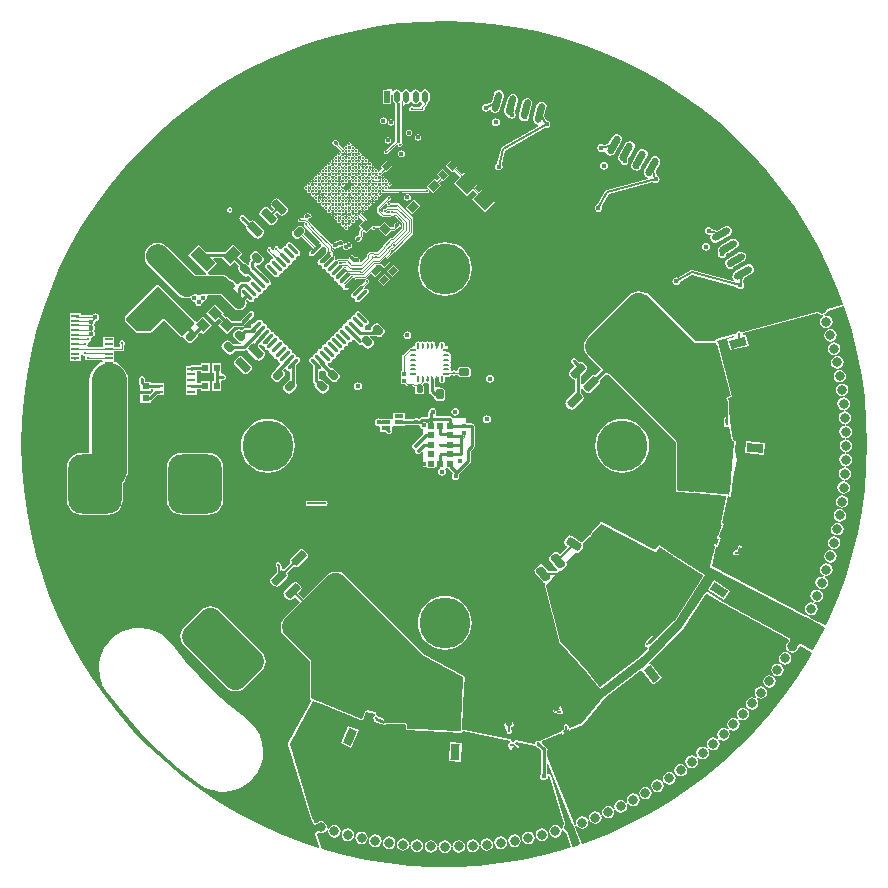
<source format=gtl>
G04 Layer_Physical_Order=1*
G04 Layer_Color=255*
%FSLAX44Y44*%
%MOMM*%
G71*
G01*
G75*
%ADD10R,0.5080X0.6096*%
%ADD11R,0.7112X0.2032*%
%ADD12R,0.6096X0.5080*%
%ADD13R,0.7000X0.2500*%
%ADD14R,1.6500X2.3800*%
%ADD15R,0.7300X0.3500*%
G04:AMPARAMS|DCode=16|XSize=0.32mm|YSize=0.36mm|CornerRadius=0.08mm|HoleSize=0mm|Usage=FLASHONLY|Rotation=270.000|XOffset=0mm|YOffset=0mm|HoleType=Round|Shape=RoundedRectangle|*
%AMROUNDEDRECTD16*
21,1,0.3200,0.2000,0,0,270.0*
21,1,0.1600,0.3600,0,0,270.0*
1,1,0.1600,-0.1000,-0.0800*
1,1,0.1600,-0.1000,0.0800*
1,1,0.1600,0.1000,0.0800*
1,1,0.1600,0.1000,-0.0800*
%
%ADD16ROUNDEDRECTD16*%
G04:AMPARAMS|DCode=17|XSize=0.32mm|YSize=0.36mm|CornerRadius=0.08mm|HoleSize=0mm|Usage=FLASHONLY|Rotation=180.000|XOffset=0mm|YOffset=0mm|HoleType=Round|Shape=RoundedRectangle|*
%AMROUNDEDRECTD17*
21,1,0.3200,0.2000,0,0,180.0*
21,1,0.1600,0.3600,0,0,180.0*
1,1,0.1600,-0.0800,0.1000*
1,1,0.1600,0.0800,0.1000*
1,1,0.1600,0.0800,-0.1000*
1,1,0.1600,-0.0800,-0.1000*
%
%ADD17ROUNDEDRECTD17*%
%ADD18R,0.5000X0.5000*%
%ADD19R,0.5000X0.5000*%
%ADD20C,0.1905*%
G04:AMPARAMS|DCode=21|XSize=4.5mm|YSize=5mm|CornerRadius=1.125mm|HoleSize=0mm|Usage=FLASHONLY|Rotation=180.000|XOffset=0mm|YOffset=0mm|HoleType=Round|Shape=RoundedRectangle|*
%AMROUNDEDRECTD21*
21,1,4.5000,2.7500,0,0,180.0*
21,1,2.2500,5.0000,0,0,180.0*
1,1,2.2500,-1.1250,1.3750*
1,1,2.2500,1.1250,1.3750*
1,1,2.2500,1.1250,-1.3750*
1,1,2.2500,-1.1250,-1.3750*
%
%ADD21ROUNDEDRECTD21*%
G04:AMPARAMS|DCode=22|XSize=0.7112mm|YSize=1.3208mm|CornerRadius=0.1778mm|HoleSize=0mm|Usage=FLASHONLY|Rotation=220.000|XOffset=0mm|YOffset=0mm|HoleType=Round|Shape=RoundedRectangle|*
%AMROUNDEDRECTD22*
21,1,0.7112,0.9652,0,0,220.0*
21,1,0.3556,1.3208,0,0,220.0*
1,1,0.3556,-0.4464,0.2554*
1,1,0.3556,-0.1740,0.4840*
1,1,0.3556,0.4464,-0.2554*
1,1,0.3556,0.1740,-0.4840*
%
%ADD22ROUNDEDRECTD22*%
G04:AMPARAMS|DCode=23|XSize=2.8194mm|YSize=1.016mm|CornerRadius=0.508mm|HoleSize=0mm|Usage=FLASHONLY|Rotation=60.000|XOffset=0mm|YOffset=0mm|HoleType=Round|Shape=RoundedRectangle|*
%AMROUNDEDRECTD23*
21,1,2.8194,0.0000,0,0,60.0*
21,1,1.8034,1.0160,0,0,60.0*
1,1,1.0160,0.4508,0.7809*
1,1,1.0160,-0.4508,-0.7809*
1,1,1.0160,-0.4508,-0.7809*
1,1,1.0160,0.4508,0.7809*
%
%ADD23ROUNDEDRECTD23*%
G04:AMPARAMS|DCode=24|XSize=0.6096mm|YSize=1.7018mm|CornerRadius=0.3048mm|HoleSize=0mm|Usage=FLASHONLY|Rotation=330.000|XOffset=0mm|YOffset=0mm|HoleType=Round|Shape=RoundedRectangle|*
%AMROUNDEDRECTD24*
21,1,0.6096,1.0922,0,0,330.0*
21,1,0.0000,1.7018,0,0,330.0*
1,1,0.6096,-0.2731,-0.4729*
1,1,0.6096,-0.2731,-0.4729*
1,1,0.6096,0.2731,0.4729*
1,1,0.6096,0.2731,0.4729*
%
%ADD24ROUNDEDRECTD24*%
G04:AMPARAMS|DCode=25|XSize=2.8194mm|YSize=1.016mm|CornerRadius=0.508mm|HoleSize=0mm|Usage=FLASHONLY|Rotation=30.000|XOffset=0mm|YOffset=0mm|HoleType=Round|Shape=RoundedRectangle|*
%AMROUNDEDRECTD25*
21,1,2.8194,0.0000,0,0,30.0*
21,1,1.8034,1.0160,0,0,30.0*
1,1,1.0160,0.7809,0.4508*
1,1,1.0160,-0.7809,-0.4508*
1,1,1.0160,-0.7809,-0.4508*
1,1,1.0160,0.7809,0.4508*
%
%ADD25ROUNDEDRECTD25*%
G04:AMPARAMS|DCode=26|XSize=0.6096mm|YSize=1.7018mm|CornerRadius=0.3048mm|HoleSize=0mm|Usage=FLASHONLY|Rotation=300.000|XOffset=0mm|YOffset=0mm|HoleType=Round|Shape=RoundedRectangle|*
%AMROUNDEDRECTD26*
21,1,0.6096,1.0922,0,0,300.0*
21,1,0.0000,1.7018,0,0,300.0*
1,1,0.6096,-0.4729,-0.2731*
1,1,0.6096,-0.4729,-0.2731*
1,1,0.6096,0.4729,0.2731*
1,1,0.6096,0.4729,0.2731*
%
%ADD26ROUNDEDRECTD26*%
G04:AMPARAMS|DCode=27|XSize=2.8194mm|YSize=1.016mm|CornerRadius=0.508mm|HoleSize=0mm|Usage=FLASHONLY|Rotation=75.000|XOffset=0mm|YOffset=0mm|HoleType=Round|Shape=RoundedRectangle|*
%AMROUNDEDRECTD27*
21,1,2.8194,0.0000,0,0,75.0*
21,1,1.8034,1.0160,0,0,75.0*
1,1,1.0160,0.2334,0.8710*
1,1,1.0160,-0.2334,-0.8710*
1,1,1.0160,-0.2334,-0.8710*
1,1,1.0160,0.2334,0.8710*
%
%ADD27ROUNDEDRECTD27*%
G04:AMPARAMS|DCode=28|XSize=0.6096mm|YSize=1.7018mm|CornerRadius=0.3048mm|HoleSize=0mm|Usage=FLASHONLY|Rotation=345.000|XOffset=0mm|YOffset=0mm|HoleType=Round|Shape=RoundedRectangle|*
%AMROUNDEDRECTD28*
21,1,0.6096,1.0922,0,0,345.0*
21,1,0.0000,1.7018,0,0,345.0*
1,1,0.6096,-0.1413,-0.5275*
1,1,0.6096,-0.1413,-0.5275*
1,1,0.6096,0.1413,0.5275*
1,1,0.6096,0.1413,0.5275*
%
%ADD28ROUNDEDRECTD28*%
G04:AMPARAMS|DCode=29|XSize=0.508mm|YSize=0.6096mm|CornerRadius=0.127mm|HoleSize=0mm|Usage=FLASHONLY|Rotation=225.000|XOffset=0mm|YOffset=0mm|HoleType=Round|Shape=RoundedRectangle|*
%AMROUNDEDRECTD29*
21,1,0.5080,0.3556,0,0,225.0*
21,1,0.2540,0.6096,0,0,225.0*
1,1,0.2540,-0.2155,0.0359*
1,1,0.2540,-0.0359,0.2155*
1,1,0.2540,0.2155,-0.0359*
1,1,0.2540,0.0359,-0.2155*
%
%ADD29ROUNDEDRECTD29*%
G04:AMPARAMS|DCode=30|XSize=0.6096mm|YSize=0.9144mm|CornerRadius=0.1524mm|HoleSize=0mm|Usage=FLASHONLY|Rotation=135.000|XOffset=0mm|YOffset=0mm|HoleType=Round|Shape=RoundedRectangle|*
%AMROUNDEDRECTD30*
21,1,0.6096,0.6096,0,0,135.0*
21,1,0.3048,0.9144,0,0,135.0*
1,1,0.3048,0.1078,0.3233*
1,1,0.3048,0.3233,0.1078*
1,1,0.3048,-0.1078,-0.3233*
1,1,0.3048,-0.3233,-0.1078*
%
%ADD30ROUNDEDRECTD30*%
G04:AMPARAMS|DCode=31|XSize=0.6096mm|YSize=0.9144mm|CornerRadius=0.1524mm|HoleSize=0mm|Usage=FLASHONLY|Rotation=225.000|XOffset=0mm|YOffset=0mm|HoleType=Round|Shape=RoundedRectangle|*
%AMROUNDEDRECTD31*
21,1,0.6096,0.6096,0,0,225.0*
21,1,0.3048,0.9144,0,0,225.0*
1,1,0.3048,-0.3233,0.1078*
1,1,0.3048,-0.1078,0.3233*
1,1,0.3048,0.3233,-0.1078*
1,1,0.3048,0.1078,-0.3233*
%
%ADD31ROUNDEDRECTD31*%
G04:AMPARAMS|DCode=32|XSize=0.85mm|YSize=0.8mm|CornerRadius=0mm|HoleSize=0mm|Usage=FLASHONLY|Rotation=315.000|XOffset=0mm|YOffset=0mm|HoleType=Round|Shape=Rectangle|*
%AMROTATEDRECTD32*
4,1,4,-0.5834,0.0177,-0.0177,0.5834,0.5834,-0.0177,0.0177,-0.5834,-0.5834,0.0177,0.0*
%
%ADD32ROTATEDRECTD32*%

G04:AMPARAMS|DCode=33|XSize=0.508mm|YSize=0.6096mm|CornerRadius=0mm|HoleSize=0mm|Usage=FLASHONLY|Rotation=135.000|XOffset=0mm|YOffset=0mm|HoleType=Round|Shape=Rectangle|*
%AMROTATEDRECTD33*
4,1,4,0.3951,0.0359,-0.0359,-0.3951,-0.3951,-0.0359,0.0359,0.3951,0.3951,0.0359,0.0*
%
%ADD33ROTATEDRECTD33*%

G04:AMPARAMS|DCode=34|XSize=0.32mm|YSize=0.36mm|CornerRadius=0.08mm|HoleSize=0mm|Usage=FLASHONLY|Rotation=135.000|XOffset=0mm|YOffset=0mm|HoleType=Round|Shape=RoundedRectangle|*
%AMROUNDEDRECTD34*
21,1,0.3200,0.2000,0,0,135.0*
21,1,0.1600,0.3600,0,0,135.0*
1,1,0.1600,0.0141,0.1273*
1,1,0.1600,0.1273,0.0141*
1,1,0.1600,-0.0141,-0.1273*
1,1,0.1600,-0.1273,-0.0141*
%
%ADD34ROUNDEDRECTD34*%
G04:AMPARAMS|DCode=35|XSize=0.32mm|YSize=0.36mm|CornerRadius=0.08mm|HoleSize=0mm|Usage=FLASHONLY|Rotation=45.000|XOffset=0mm|YOffset=0mm|HoleType=Round|Shape=RoundedRectangle|*
%AMROUNDEDRECTD35*
21,1,0.3200,0.2000,0,0,45.0*
21,1,0.1600,0.3600,0,0,45.0*
1,1,0.1600,0.1273,-0.0141*
1,1,0.1600,0.0141,-0.1273*
1,1,0.1600,-0.1273,0.0141*
1,1,0.1600,-0.0141,0.1273*
%
%ADD35ROUNDEDRECTD35*%
G04:AMPARAMS|DCode=36|XSize=1.4mm|YSize=1.1mm|CornerRadius=0mm|HoleSize=0mm|Usage=FLASHONLY|Rotation=135.000|XOffset=0mm|YOffset=0mm|HoleType=Round|Shape=Rectangle|*
%AMROTATEDRECTD36*
4,1,4,0.8839,-0.1061,0.1061,-0.8839,-0.8839,0.1061,-0.1061,0.8839,0.8839,-0.1061,0.0*
%
%ADD36ROTATEDRECTD36*%

G04:AMPARAMS|DCode=37|XSize=0.7112mm|YSize=1.3208mm|CornerRadius=0.1778mm|HoleSize=0mm|Usage=FLASHONLY|Rotation=225.219|XOffset=0mm|YOffset=0mm|HoleType=Round|Shape=RoundedRectangle|*
%AMROUNDEDRECTD37*
21,1,0.7112,0.9652,0,0,225.2*
21,1,0.3556,1.3208,0,0,225.2*
1,1,0.3556,-0.4678,0.2137*
1,1,0.3556,-0.2173,0.4661*
1,1,0.3556,0.4678,-0.2137*
1,1,0.3556,0.2173,-0.4661*
%
%ADD37ROUNDEDRECTD37*%
G04:AMPARAMS|DCode=38|XSize=0.6096mm|YSize=0.9144mm|CornerRadius=0.1524mm|HoleSize=0mm|Usage=FLASHONLY|Rotation=90.000|XOffset=0mm|YOffset=0mm|HoleType=Round|Shape=RoundedRectangle|*
%AMROUNDEDRECTD38*
21,1,0.6096,0.6096,0,0,90.0*
21,1,0.3048,0.9144,0,0,90.0*
1,1,0.3048,0.3048,0.1524*
1,1,0.3048,0.3048,-0.1524*
1,1,0.3048,-0.3048,-0.1524*
1,1,0.3048,-0.3048,0.1524*
%
%ADD38ROUNDEDRECTD38*%
%ADD39P,0.3592X4X361.7*%
G04:AMPARAMS|DCode=40|XSize=3.05mm|YSize=2.4mm|CornerRadius=0mm|HoleSize=0mm|Usage=FLASHONLY|Rotation=192.500|XOffset=0mm|YOffset=0mm|HoleType=Round|Shape=Rectangle|*
%AMROTATEDRECTD40*
4,1,4,1.2291,1.5016,1.7486,-0.8415,-1.2291,-1.5016,-1.7486,0.8415,1.2291,1.5016,0.0*
%
%ADD40ROTATEDRECTD40*%

%ADD41P,0.7071X4X237.5*%
G04:AMPARAMS|DCode=42|XSize=0.7112mm|YSize=1.3208mm|CornerRadius=0.1778mm|HoleSize=0mm|Usage=FLASHONLY|Rotation=315.000|XOffset=0mm|YOffset=0mm|HoleType=Round|Shape=RoundedRectangle|*
%AMROUNDEDRECTD42*
21,1,0.7112,0.9652,0,0,315.0*
21,1,0.3556,1.3208,0,0,315.0*
1,1,0.3556,-0.2155,-0.4670*
1,1,0.3556,-0.4670,-0.2155*
1,1,0.3556,0.2155,0.4670*
1,1,0.3556,0.4670,0.2155*
%
%ADD42ROUNDEDRECTD42*%
G04:AMPARAMS|DCode=43|XSize=0.7112mm|YSize=1.3208mm|CornerRadius=0.1778mm|HoleSize=0mm|Usage=FLASHONLY|Rotation=315.000|XOffset=0mm|YOffset=0mm|HoleType=Round|Shape=RoundedRectangle|*
%AMROUNDEDRECTD43*
21,1,0.7112,0.9652,0,0,315.0*
21,1,0.3556,1.3208,0,0,315.0*
1,1,0.3556,-0.2155,-0.4670*
1,1,0.3556,-0.4670,-0.2155*
1,1,0.3556,0.2155,0.4670*
1,1,0.3556,0.4670,0.2155*
%
%ADD43ROUNDEDRECTD43*%
%ADD44P,0.3592X4X390.2*%
G04:AMPARAMS|DCode=45|XSize=3.05mm|YSize=2.4mm|CornerRadius=0mm|HoleSize=0mm|Usage=FLASHONLY|Rotation=250.000|XOffset=0mm|YOffset=0mm|HoleType=Round|Shape=Rectangle|*
%AMROTATEDRECTD45*
4,1,4,-0.6060,1.8435,1.6492,1.0226,0.6060,-1.8435,-1.6492,-1.0226,-0.6060,1.8435,0.0*
%
%ADD45ROTATEDRECTD45*%

%ADD46P,0.7071X4X295.0*%
G04:AMPARAMS|DCode=47|XSize=3.85mm|YSize=4.52mm|CornerRadius=0mm|HoleSize=0mm|Usage=FLASHONLY|Rotation=194.898|XOffset=0mm|YOffset=0mm|HoleType=Round|Shape=Rectangle|*
%AMROTATEDRECTD47*
4,1,4,1.2793,2.6789,2.4413,-1.6891,-1.2793,-2.6789,-2.4413,1.6891,1.2793,2.6789,0.0*
%
%ADD47ROTATEDRECTD47*%

G04:AMPARAMS|DCode=48|XSize=0.71mm|YSize=1.37mm|CornerRadius=0mm|HoleSize=0mm|Usage=FLASHONLY|Rotation=284.898|XOffset=0mm|YOffset=0mm|HoleType=Round|Shape=Rectangle|*
%AMROTATEDRECTD48*
4,1,4,-0.7532,0.1669,0.5707,0.5192,0.7532,-0.1669,-0.5707,-0.5192,-0.7532,0.1669,0.0*
%
%ADD48ROTATEDRECTD48*%

%ADD49P,0.3592X4X90.0*%
G04:AMPARAMS|DCode=50|XSize=0.7112mm|YSize=1.3208mm|CornerRadius=0.1778mm|HoleSize=0mm|Usage=FLASHONLY|Rotation=55.000|XOffset=0mm|YOffset=0mm|HoleType=Round|Shape=RoundedRectangle|*
%AMROUNDEDRECTD50*
21,1,0.7112,0.9652,0,0,55.0*
21,1,0.3556,1.3208,0,0,55.0*
1,1,0.3556,0.4973,-0.1312*
1,1,0.3556,0.2933,-0.4224*
1,1,0.3556,-0.4973,0.1312*
1,1,0.3556,-0.2933,0.4224*
%
%ADD50ROUNDEDRECTD50*%
G04:AMPARAMS|DCode=51|XSize=0.75mm|YSize=0.6mm|CornerRadius=0mm|HoleSize=0mm|Usage=FLASHONLY|Rotation=315.000|XOffset=0mm|YOffset=0mm|HoleType=Round|Shape=Rectangle|*
%AMROTATEDRECTD51*
4,1,4,-0.4773,0.0530,-0.0530,0.4773,0.4773,-0.0530,0.0530,-0.4773,-0.4773,0.0530,0.0*
%
%ADD51ROTATEDRECTD51*%

G04:AMPARAMS|DCode=52|XSize=0.457mm|YSize=0.2286mm|CornerRadius=0.08mm|HoleSize=0mm|Usage=FLASHONLY|Rotation=270.000|XOffset=0mm|YOffset=0mm|HoleType=Round|Shape=RoundedRectangle|*
%AMROUNDEDRECTD52*
21,1,0.4570,0.0686,0,0,270.0*
21,1,0.2970,0.2286,0,0,270.0*
1,1,0.1600,-0.0343,-0.1485*
1,1,0.1600,-0.0343,0.1485*
1,1,0.1600,0.0343,0.1485*
1,1,0.1600,0.0343,-0.1485*
%
%ADD52ROUNDEDRECTD52*%
G04:AMPARAMS|DCode=53|XSize=0.457mm|YSize=0.2286mm|CornerRadius=0.0571mm|HoleSize=0mm|Usage=FLASHONLY|Rotation=270.000|XOffset=0mm|YOffset=0mm|HoleType=Round|Shape=RoundedRectangle|*
%AMROUNDEDRECTD53*
21,1,0.4570,0.1143,0,0,270.0*
21,1,0.3427,0.2286,0,0,270.0*
1,1,0.1143,-0.0571,-0.1714*
1,1,0.1143,-0.0571,0.1714*
1,1,0.1143,0.0571,0.1714*
1,1,0.1143,0.0571,-0.1714*
%
%ADD53ROUNDEDRECTD53*%
G04:AMPARAMS|DCode=54|XSize=0.457mm|YSize=0.2286mm|CornerRadius=0.1029mm|HoleSize=0mm|Usage=FLASHONLY|Rotation=270.000|XOffset=0mm|YOffset=0mm|HoleType=Round|Shape=RoundedRectangle|*
%AMROUNDEDRECTD54*
21,1,0.4570,0.0229,0,0,270.0*
21,1,0.2513,0.2286,0,0,270.0*
1,1,0.2057,-0.0114,-0.1256*
1,1,0.2057,-0.0114,0.1256*
1,1,0.2057,0.0114,0.1256*
1,1,0.2057,0.0114,-0.1256*
%
%ADD54ROUNDEDRECTD54*%
G04:AMPARAMS|DCode=55|XSize=0.457mm|YSize=0.2286mm|CornerRadius=0.08mm|HoleSize=0mm|Usage=FLASHONLY|Rotation=0.000|XOffset=0mm|YOffset=0mm|HoleType=Round|Shape=RoundedRectangle|*
%AMROUNDEDRECTD55*
21,1,0.4570,0.0686,0,0,0.0*
21,1,0.2970,0.2286,0,0,0.0*
1,1,0.1600,0.1485,-0.0343*
1,1,0.1600,-0.1485,-0.0343*
1,1,0.1600,-0.1485,0.0343*
1,1,0.1600,0.1485,0.0343*
%
%ADD55ROUNDEDRECTD55*%
G04:AMPARAMS|DCode=56|XSize=0.457mm|YSize=0.2286mm|CornerRadius=0.0571mm|HoleSize=0mm|Usage=FLASHONLY|Rotation=0.000|XOffset=0mm|YOffset=0mm|HoleType=Round|Shape=RoundedRectangle|*
%AMROUNDEDRECTD56*
21,1,0.4570,0.1143,0,0,0.0*
21,1,0.3427,0.2286,0,0,0.0*
1,1,0.1143,0.1714,-0.0571*
1,1,0.1143,-0.1714,-0.0571*
1,1,0.1143,-0.1714,0.0571*
1,1,0.1143,0.1714,0.0571*
%
%ADD56ROUNDEDRECTD56*%
%ADD57P,7.3115X4X90.0*%
G04:AMPARAMS|DCode=58|XSize=0.25mm|YSize=1.25mm|CornerRadius=0mm|HoleSize=0mm|Usage=FLASHONLY|Rotation=45.000|XOffset=0mm|YOffset=0mm|HoleType=Round|Shape=Round|*
%AMOVALD58*
21,1,1.0000,0.2500,0.0000,0.0000,135.0*
1,1,0.2500,0.3535,-0.3535*
1,1,0.2500,-0.3535,0.3535*
%
%ADD58OVALD58*%

G04:AMPARAMS|DCode=59|XSize=0.25mm|YSize=1.25mm|CornerRadius=0mm|HoleSize=0mm|Usage=FLASHONLY|Rotation=135.000|XOffset=0mm|YOffset=0mm|HoleType=Round|Shape=Round|*
%AMOVALD59*
21,1,1.0000,0.2500,0.0000,0.0000,225.0*
1,1,0.2500,0.3535,0.3535*
1,1,0.2500,-0.3535,-0.3535*
%
%ADD59OVALD59*%

G04:AMPARAMS|DCode=60|XSize=0.508mm|YSize=0.6096mm|CornerRadius=0mm|HoleSize=0mm|Usage=FLASHONLY|Rotation=225.000|XOffset=0mm|YOffset=0mm|HoleType=Round|Shape=Rectangle|*
%AMROTATEDRECTD60*
4,1,4,-0.0359,0.3951,0.3951,-0.0359,0.0359,-0.3951,-0.3951,0.0359,-0.0359,0.3951,0.0*
%
%ADD60ROTATEDRECTD60*%

G04:AMPARAMS|DCode=61|XSize=3.05mm|YSize=2.4mm|CornerRadius=0mm|HoleSize=0mm|Usage=FLASHONLY|Rotation=202.500|XOffset=0mm|YOffset=0mm|HoleType=Round|Shape=Rectangle|*
%AMROTATEDRECTD61*
4,1,4,0.9497,1.6923,1.8681,-0.5251,-0.9497,-1.6923,-1.8681,0.5251,0.9497,1.6923,0.0*
%
%ADD61ROTATEDRECTD61*%

%ADD62P,0.7071X4X247.5*%
G04:AMPARAMS|DCode=63|XSize=3.85mm|YSize=4.52mm|CornerRadius=0mm|HoleSize=0mm|Usage=FLASHONLY|Rotation=147.500|XOffset=0mm|YOffset=0mm|HoleType=Round|Shape=Rectangle|*
%AMROTATEDRECTD63*
4,1,4,2.8378,0.8718,0.4092,-2.9404,-2.8378,-0.8718,-0.4092,2.9404,2.8378,0.8718,0.0*
%
%ADD63ROTATEDRECTD63*%

G04:AMPARAMS|DCode=64|XSize=0.71mm|YSize=1.37mm|CornerRadius=0mm|HoleSize=0mm|Usage=FLASHONLY|Rotation=237.500|XOffset=0mm|YOffset=0mm|HoleType=Round|Shape=Rectangle|*
%AMROTATEDRECTD64*
4,1,4,-0.3870,0.6674,0.7685,-0.0687,0.3870,-0.6674,-0.7685,0.0687,-0.3870,0.6674,0.0*
%
%ADD64ROTATEDRECTD64*%

%ADD65R,1.2000X1.5000*%
G04:AMPARAMS|DCode=66|XSize=0.5mm|YSize=1mm|CornerRadius=0.25mm|HoleSize=0mm|Usage=FLASHONLY|Rotation=180.000|XOffset=0mm|YOffset=0mm|HoleType=Round|Shape=RoundedRectangle|*
%AMROUNDEDRECTD66*
21,1,0.5000,0.5000,0,0,180.0*
21,1,0.0000,1.0000,0,0,180.0*
1,1,0.5000,0.0000,0.2500*
1,1,0.5000,0.0000,0.2500*
1,1,0.5000,0.0000,-0.2500*
1,1,0.5000,0.0000,-0.2500*
%
%ADD66ROUNDEDRECTD66*%
%ADD67R,0.5000X1.0000*%
%ADD68R,1.0000X1.5000*%
G04:AMPARAMS|DCode=69|XSize=1mm|YSize=2mm|CornerRadius=0mm|HoleSize=0mm|Usage=FLASHONLY|Rotation=45.000|XOffset=0mm|YOffset=0mm|HoleType=Round|Shape=Rectangle|*
%AMROTATEDRECTD69*
4,1,4,0.3535,-1.0607,-1.0607,0.3535,-0.3535,1.0607,1.0607,-0.3535,0.3535,-1.0607,0.0*
%
%ADD69ROTATEDRECTD69*%

G04:AMPARAMS|DCode=70|XSize=0.8128mm|YSize=0.6096mm|CornerRadius=0mm|HoleSize=0mm|Usage=FLASHONLY|Rotation=225.000|XOffset=0mm|YOffset=0mm|HoleType=Round|Shape=Rectangle|*
%AMROTATEDRECTD70*
4,1,4,0.0718,0.5029,0.5029,0.0718,-0.0718,-0.5029,-0.5029,-0.0718,0.0718,0.5029,0.0*
%
%ADD70ROTATEDRECTD70*%

G04:AMPARAMS|DCode=71|XSize=0.915mm|YSize=1.22mm|CornerRadius=0mm|HoleSize=0mm|Usage=FLASHONLY|Rotation=315.000|XOffset=0mm|YOffset=0mm|HoleType=Round|Shape=Rectangle|*
%AMROTATEDRECTD71*
4,1,4,-0.7548,-0.1078,0.1078,0.7548,0.7548,0.1078,-0.1078,-0.7548,-0.7548,-0.1078,0.0*
%
%ADD71ROTATEDRECTD71*%

G04:AMPARAMS|DCode=72|XSize=0.508mm|YSize=0.6096mm|CornerRadius=0.127mm|HoleSize=0mm|Usage=FLASHONLY|Rotation=180.000|XOffset=0mm|YOffset=0mm|HoleType=Round|Shape=RoundedRectangle|*
%AMROUNDEDRECTD72*
21,1,0.5080,0.3556,0,0,180.0*
21,1,0.2540,0.6096,0,0,180.0*
1,1,0.2540,-0.1270,0.1778*
1,1,0.2540,0.1270,0.1778*
1,1,0.2540,0.1270,-0.1778*
1,1,0.2540,-0.1270,-0.1778*
%
%ADD72ROUNDEDRECTD72*%
G04:AMPARAMS|DCode=73|XSize=0.6096mm|YSize=0.9144mm|CornerRadius=0.1524mm|HoleSize=0mm|Usage=FLASHONLY|Rotation=0.000|XOffset=0mm|YOffset=0mm|HoleType=Round|Shape=RoundedRectangle|*
%AMROUNDEDRECTD73*
21,1,0.6096,0.6096,0,0,0.0*
21,1,0.3048,0.9144,0,0,0.0*
1,1,0.3048,0.1524,-0.3048*
1,1,0.3048,-0.1524,-0.3048*
1,1,0.3048,-0.1524,0.3048*
1,1,0.3048,0.1524,0.3048*
%
%ADD73ROUNDEDRECTD73*%
G04:AMPARAMS|DCode=74|XSize=0.7112mm|YSize=1.3208mm|CornerRadius=0.1778mm|HoleSize=0mm|Usage=FLASHONLY|Rotation=225.000|XOffset=0mm|YOffset=0mm|HoleType=Round|Shape=RoundedRectangle|*
%AMROUNDEDRECTD74*
21,1,0.7112,0.9652,0,0,225.0*
21,1,0.3556,1.3208,0,0,225.0*
1,1,0.3556,-0.4670,0.2155*
1,1,0.3556,-0.2155,0.4670*
1,1,0.3556,0.4670,-0.2155*
1,1,0.3556,0.2155,-0.4670*
%
%ADD74ROUNDEDRECTD74*%
G04:AMPARAMS|DCode=75|XSize=1.75mm|YSize=1.1mm|CornerRadius=0mm|HoleSize=0mm|Usage=FLASHONLY|Rotation=45.000|XOffset=0mm|YOffset=0mm|HoleType=Round|Shape=Rectangle|*
%AMROTATEDRECTD75*
4,1,4,-0.2298,-1.0076,-1.0076,-0.2298,0.2298,1.0076,1.0076,0.2298,-0.2298,-1.0076,0.0*
%
%ADD75ROTATEDRECTD75*%

G04:AMPARAMS|DCode=76|XSize=3.85mm|YSize=4.52mm|CornerRadius=0mm|HoleSize=0mm|Usage=FLASHONLY|Rotation=87.500|XOffset=0mm|YOffset=0mm|HoleType=Round|Shape=Rectangle|*
%AMROTATEDRECTD76*
4,1,4,2.1739,-2.0217,-2.3418,-1.8246,-2.1739,2.0217,2.3418,1.8246,2.1739,-2.0217,0.0*
%
%ADD76ROTATEDRECTD76*%

G04:AMPARAMS|DCode=77|XSize=0.71mm|YSize=1.37mm|CornerRadius=0mm|HoleSize=0mm|Usage=FLASHONLY|Rotation=177.500|XOffset=0mm|YOffset=0mm|HoleType=Round|Shape=Rectangle|*
%AMROTATEDRECTD77*
4,1,4,0.3845,0.6689,0.3248,-0.6998,-0.3845,-0.6689,-0.3248,0.6998,0.3845,0.6689,0.0*
%
%ADD77ROTATEDRECTD77*%

G04:AMPARAMS|DCode=78|XSize=3.85mm|YSize=4.52mm|CornerRadius=0mm|HoleSize=0mm|Usage=FLASHONLY|Rotation=127.500|XOffset=0mm|YOffset=0mm|HoleType=Round|Shape=Rectangle|*
%AMROTATEDRECTD78*
4,1,4,2.9649,-0.1514,-0.6211,-2.9030,-2.9649,0.1514,0.6211,2.9030,2.9649,-0.1514,0.0*
%
%ADD78ROTATEDRECTD78*%

G04:AMPARAMS|DCode=79|XSize=0.71mm|YSize=1.37mm|CornerRadius=0mm|HoleSize=0mm|Usage=FLASHONLY|Rotation=217.500|XOffset=0mm|YOffset=0mm|HoleType=Round|Shape=Rectangle|*
%AMROTATEDRECTD79*
4,1,4,-0.1354,0.7596,0.6986,-0.3273,0.1354,-0.7596,-0.6986,0.3273,-0.1354,0.7596,0.0*
%
%ADD79ROTATEDRECTD79*%

G04:AMPARAMS|DCode=80|XSize=3.85mm|YSize=4.52mm|CornerRadius=0mm|HoleSize=0mm|Usage=FLASHONLY|Rotation=174.830|XOffset=0mm|YOffset=0mm|HoleType=Round|Shape=Rectangle|*
%AMROTATEDRECTD80*
4,1,4,2.1208,2.0773,1.7135,-2.4243,-2.1208,-2.0773,-1.7135,2.4243,2.1208,2.0773,0.0*
%
%ADD80ROTATEDRECTD80*%

G04:AMPARAMS|DCode=81|XSize=0.71mm|YSize=1.37mm|CornerRadius=0mm|HoleSize=0mm|Usage=FLASHONLY|Rotation=264.830|XOffset=0mm|YOffset=0mm|HoleType=Round|Shape=Rectangle|*
%AMROTATEDRECTD81*
4,1,4,-0.6502,0.4153,0.7142,0.2918,0.6502,-0.4153,-0.7142,-0.2918,-0.6502,0.4153,0.0*
%
%ADD81ROTATEDRECTD81*%

G04:AMPARAMS|DCode=82|XSize=3.85mm|YSize=4.52mm|CornerRadius=0mm|HoleSize=0mm|Usage=FLASHONLY|Rotation=67.602|XOffset=0mm|YOffset=0mm|HoleType=Round|Shape=Rectangle|*
%AMROTATEDRECTD82*
4,1,4,1.3560,-2.6409,-2.8230,-0.9186,-1.3560,2.6409,2.8230,0.9186,1.3560,-2.6409,0.0*
%
%ADD82ROTATEDRECTD82*%

G04:AMPARAMS|DCode=83|XSize=0.71mm|YSize=1.37mm|CornerRadius=0mm|HoleSize=0mm|Usage=FLASHONLY|Rotation=157.602|XOffset=0mm|YOffset=0mm|HoleType=Round|Shape=Rectangle|*
%AMROTATEDRECTD83*
4,1,4,0.5892,0.4980,0.0672,-0.7686,-0.5892,-0.4980,-0.0672,0.7686,0.5892,0.4980,0.0*
%
%ADD83ROTATEDRECTD83*%

%ADD84R,0.2540X0.2540*%
%ADD85C,0.2540*%
%ADD86C,0.1000*%
%ADD87C,1.5000*%
%ADD88C,2.0000*%
%ADD89C,1.0000*%
%ADD90C,0.1270*%
%ADD91C,3.0000*%
%ADD92C,0.1250*%
%ADD93C,4.3000*%
G04:AMPARAMS|DCode=94|XSize=4mm|YSize=7mm|CornerRadius=1mm|HoleSize=0mm|Usage=FLASHONLY|Rotation=315.000|XOffset=0mm|YOffset=0mm|HoleType=Round|Shape=RoundedRectangle|*
%AMROUNDEDRECTD94*
21,1,4.0000,5.0000,0,0,315.0*
21,1,2.0000,7.0000,0,0,315.0*
1,1,2.0000,-1.0607,-2.4749*
1,1,2.0000,-2.4749,-1.0607*
1,1,2.0000,1.0607,2.4749*
1,1,2.0000,2.4749,1.0607*
%
%ADD94ROUNDEDRECTD94*%
G04:AMPARAMS|DCode=95|XSize=4mm|YSize=7mm|CornerRadius=1mm|HoleSize=0mm|Usage=FLASHONLY|Rotation=317.500|XOffset=0mm|YOffset=0mm|HoleType=Round|Shape=RoundedRectangle|*
%AMROUNDEDRECTD95*
21,1,4.0000,5.0000,0,0,317.5*
21,1,2.0000,7.0000,0,0,317.5*
1,1,2.0000,-0.9517,-2.5188*
1,1,2.0000,-2.4263,-1.1676*
1,1,2.0000,0.9517,2.5188*
1,1,2.0000,2.4263,1.1676*
%
%ADD95ROUNDEDRECTD95*%
G04:AMPARAMS|DCode=96|XSize=4mm|YSize=7mm|CornerRadius=1mm|HoleSize=0mm|Usage=FLASHONLY|Rotation=45.000|XOffset=0mm|YOffset=0mm|HoleType=Round|Shape=RoundedRectangle|*
%AMROUNDEDRECTD96*
21,1,4.0000,5.0000,0,0,45.0*
21,1,2.0000,7.0000,0,0,45.0*
1,1,2.0000,2.4749,-1.0607*
1,1,2.0000,1.0607,-2.4749*
1,1,2.0000,-2.4749,1.0607*
1,1,2.0000,-1.0607,2.4749*
%
%ADD96ROUNDEDRECTD96*%
%ADD97C,0.4000*%
%ADD98C,0.2000*%
%ADD99C,0.8000*%
%ADD100C,0.5000*%
G36*
X916198Y437719D02*
X915550Y435263D01*
X912602Y436041D01*
X913250Y438497D01*
X916198Y437719D01*
D02*
G37*
G36*
X989247Y1028639D02*
X1008516Y1026988D01*
X1027668Y1024300D01*
X1046647Y1020582D01*
X1065397Y1015844D01*
X1083864Y1010101D01*
X1101994Y1003370D01*
X1119734Y995669D01*
X1137034Y987022D01*
X1153840Y977454D01*
X1170106Y966992D01*
X1185783Y955667D01*
X1200826Y943513D01*
X1215191Y930564D01*
X1228836Y916859D01*
X1241721Y902437D01*
X1253808Y887340D01*
X1265063Y871613D01*
X1275453Y855301D01*
X1284946Y838452D01*
X1293516Y821115D01*
X1301138Y803341D01*
X1306080Y789848D01*
X1305495Y788721D01*
X1292731Y785301D01*
X1292548Y785161D01*
X1292323Y785116D01*
X1292147Y784853D01*
X1291896Y784660D01*
X1291879Y784529D01*
X1290899Y783064D01*
X1289889Y782389D01*
X1289889Y782389D01*
X1289889Y782389D01*
X1289437Y782086D01*
X1289233Y782127D01*
X1288688Y782019D01*
X1288688Y782019D01*
X1288688Y782019D01*
X1288091Y781900D01*
X1286571Y782203D01*
X1285542Y782890D01*
X1285495Y782899D01*
X1285466Y782937D01*
X1284986Y783001D01*
X1284510Y783095D01*
X1284470Y783068D01*
X1284423Y783075D01*
X1220993Y766079D01*
X1219969Y766100D01*
X1219567Y766177D01*
X1218816Y766678D01*
X1217930Y766854D01*
X1217044Y766678D01*
X1216293Y766177D01*
X1215792Y765426D01*
X1215651Y764717D01*
X1215590Y764644D01*
X1215071Y764279D01*
X1214434Y763973D01*
X1214228Y764000D01*
X1213873Y764134D01*
X1213724Y764066D01*
X1213561Y764088D01*
X1198845Y760144D01*
X1198639Y759986D01*
X1198387Y759924D01*
X1198238Y759679D01*
X1198010Y759504D01*
X1197976Y759247D01*
X1197842Y759025D01*
X1197805Y758786D01*
X1197795Y758782D01*
X1196618Y758295D01*
X1181669D01*
X1141432Y798532D01*
X1140460Y798935D01*
X1140460Y798935D01*
X1139229D01*
X1138970Y799133D01*
X1136229Y800269D01*
X1133287Y800656D01*
X1130345Y800269D01*
X1127603Y799133D01*
X1125249Y797327D01*
X1089893Y761971D01*
X1088087Y759617D01*
X1086951Y756875D01*
X1086564Y753933D01*
X1086951Y750991D01*
X1087071Y750703D01*
X1087015Y750570D01*
X1087418Y749598D01*
X1087418Y749598D01*
X1087607Y749409D01*
X1088087Y748250D01*
X1089893Y745895D01*
X1101425Y734364D01*
X1096441Y729380D01*
X1096122Y729594D01*
X1094932Y729831D01*
X1093743Y729594D01*
X1092735Y728920D01*
X1085910Y722095D01*
X1084277Y721938D01*
X1084053Y722108D01*
Y729047D01*
X1088330Y733325D01*
X1089004Y734333D01*
X1089241Y735522D01*
X1089004Y736711D01*
X1088330Y737719D01*
X1085816Y740234D01*
X1084808Y740908D01*
X1083618Y741144D01*
X1082626Y740947D01*
X1080061Y743511D01*
X1079221Y744073D01*
X1078230Y744270D01*
X1077239Y744073D01*
X1076399Y743511D01*
X1075837Y742671D01*
X1075640Y741680D01*
X1075837Y740689D01*
X1076399Y739849D01*
X1078717Y737530D01*
X1074596Y733409D01*
X1073922Y732401D01*
X1073686Y731211D01*
X1073922Y730022D01*
X1074596Y729014D01*
X1077110Y726499D01*
X1078119Y725826D01*
X1078873Y725676D01*
Y715023D01*
X1078765Y714950D01*
X1071940Y708125D01*
X1071266Y707117D01*
X1071030Y705928D01*
X1071266Y704739D01*
X1071940Y703730D01*
X1074454Y701216D01*
X1075462Y700542D01*
X1076652Y700306D01*
X1077841Y700542D01*
X1078849Y701216D01*
X1085674Y708041D01*
X1086348Y709049D01*
X1086584Y710238D01*
X1086348Y711428D01*
X1085674Y712436D01*
X1084053Y714057D01*
Y717688D01*
X1084277Y717858D01*
X1085910Y717700D01*
X1088424Y715186D01*
X1089432Y714512D01*
X1090622Y714276D01*
X1091811Y714512D01*
X1092819Y715186D01*
X1099644Y722011D01*
X1100318Y723019D01*
X1100554Y724209D01*
X1100318Y725398D01*
X1100104Y725718D01*
X1105226Y730840D01*
X1106390Y729947D01*
X1107549Y729467D01*
X1164485Y672531D01*
Y632460D01*
X1164692Y631962D01*
X1164586Y630789D01*
X1180760Y629325D01*
X1180760Y629325D01*
X1206652Y626983D01*
X1207394Y625952D01*
X1202346Y604614D01*
X1202419Y604169D01*
X1202438Y603717D01*
X1202501Y603660D01*
X1202514Y603576D01*
X1202881Y603312D01*
X1203214Y603006D01*
X1203229Y602975D01*
X1199857Y593711D01*
X1199048Y592991D01*
X1198587Y592851D01*
X1195753Y593883D01*
X1193174Y586797D01*
X1196916Y585435D01*
X1197043Y585304D01*
X1197440Y584287D01*
X1197482Y584049D01*
X1193636Y567792D01*
X1193695Y567429D01*
X1193663Y567062D01*
X1193776Y566928D01*
X1193804Y566754D01*
X1194102Y566538D01*
X1194339Y566256D01*
X1273516Y525040D01*
X1273796Y525015D01*
X1273936Y524921D01*
X1275257Y524659D01*
X1275257Y524659D01*
X1275858Y524539D01*
X1275934Y524425D01*
X1276491Y524053D01*
X1276491D01*
X1277012Y523705D01*
X1277314Y523253D01*
X1277601Y523062D01*
X1277822Y522798D01*
X1290085Y516414D01*
X1290121Y516342D01*
X1290501Y515103D01*
X1286091Y506033D01*
X1281052Y496936D01*
X1279797Y496508D01*
X1279768Y496503D01*
X1270200Y501695D01*
X1269970Y501720D01*
X1269775Y501842D01*
X1269467Y501772D01*
X1269154Y501805D01*
X1268974Y501660D01*
X1268749Y501608D01*
X1267595Y500789D01*
X1267325Y500359D01*
X1267043Y499937D01*
X1266747Y498451D01*
X1265886Y497162D01*
X1264598Y496301D01*
X1263078Y495999D01*
X1261558Y496301D01*
X1260269Y497162D01*
X1259408Y498451D01*
X1259106Y499971D01*
X1259408Y501491D01*
X1260269Y502779D01*
X1260739Y503093D01*
X1260835Y503236D01*
X1260991Y503309D01*
X1261117Y503659D01*
X1261323Y503968D01*
X1261290Y504137D01*
X1261348Y504299D01*
X1261280Y505781D01*
X1261207Y505937D01*
X1261225Y506108D01*
X1260991Y506397D01*
X1260833Y506733D01*
X1260671Y506792D01*
X1260563Y506926D01*
X1204286Y537467D01*
X1191994Y545659D01*
X1191992Y545659D01*
X1191991Y545661D01*
X1191481Y545760D01*
X1190962Y545863D01*
X1190960Y545861D01*
X1190958Y545862D01*
X1189713Y545609D01*
X1189712Y545607D01*
X1189709Y545608D01*
X1189275Y545313D01*
X1188841Y545020D01*
X1188841Y545018D01*
X1188839Y545017D01*
X1169970Y516318D01*
X1142067Y486824D01*
X1135513Y481795D01*
X1135466Y481713D01*
X1135378Y481677D01*
X1135209Y481268D01*
X1135170Y481200D01*
X1134506Y481022D01*
X1133498Y480249D01*
X1104279Y457828D01*
X1104201Y457693D01*
X1104062Y457621D01*
X1084762Y434578D01*
X1075129Y430587D01*
X1074204Y431497D01*
X1074175Y431704D01*
X1074194Y431800D01*
X1074018Y432686D01*
X1073517Y433437D01*
X1072766Y433938D01*
X1071880Y434114D01*
X1070994Y433938D01*
X1070243Y433437D01*
X1069742Y432686D01*
X1069566Y431800D01*
X1069742Y430914D01*
X1069938Y430621D01*
Y429876D01*
X1069720Y429659D01*
X1069383Y429155D01*
X1067283Y428285D01*
Y428285D01*
X1066445Y426990D01*
X1050994Y420591D01*
X1050867Y420463D01*
X1050693Y420418D01*
X1050618Y420291D01*
X1049639Y419936D01*
X1049079Y420018D01*
X1049047Y420028D01*
X1048916Y420151D01*
X1048702Y419924D01*
X1048636Y419968D01*
X1047750Y420145D01*
X1046864Y419968D01*
X1046113Y419467D01*
X1045612Y418716D01*
X1045559Y418453D01*
X1044324Y417404D01*
X1029295Y420393D01*
X1029006Y420336D01*
X1028715Y420384D01*
X1028510Y420237D01*
X1028263Y420188D01*
X1028099Y419943D01*
X1027859Y419771D01*
X1027268Y418820D01*
X1026761Y418713D01*
X1026073Y419094D01*
X1025507Y419697D01*
Y420019D01*
X1025353Y420389D01*
X1025275Y420782D01*
X1025158Y420861D01*
X1025104Y420991D01*
X1024734Y421144D01*
X1024400Y421367D01*
X984763Y429251D01*
X984602Y429319D01*
X983755Y430072D01*
X983635Y430322D01*
X985173Y465542D01*
X985622Y473634D01*
X985542Y473863D01*
X985567Y474105D01*
X985375Y474340D01*
X985275Y474627D01*
X985055Y474732D01*
X984902Y474920D01*
X952059Y492605D01*
X882352Y562312D01*
X881874Y562510D01*
X881398Y562715D01*
X881389Y562711D01*
X881380Y562715D01*
X880901Y562516D01*
X880606Y562399D01*
X879689Y562779D01*
X876747Y563166D01*
X873805Y562779D01*
X871063Y561643D01*
X868709Y559837D01*
X849230Y540357D01*
X844875Y544712D01*
X846914Y546751D01*
X847588Y547759D01*
X847824Y548949D01*
X847588Y550138D01*
X846914Y551146D01*
X844400Y553660D01*
X843391Y554334D01*
X842202Y554571D01*
X841013Y554334D01*
X840005Y553660D01*
X833180Y546835D01*
X832506Y545827D01*
X832270Y544638D01*
X832506Y543449D01*
X833180Y542440D01*
X835694Y539926D01*
X836702Y539252D01*
X837892Y539016D01*
X839081Y539252D01*
X840089Y539926D01*
X842128Y541965D01*
X846483Y537611D01*
X833353Y524481D01*
X831547Y522127D01*
X830411Y519385D01*
X830024Y516443D01*
X830411Y513501D01*
X830528Y513220D01*
X830475Y513098D01*
X830479Y513089D01*
X830475Y513080D01*
Y511810D01*
X830475Y511810D01*
X830878Y510838D01*
X854605Y487111D01*
Y455930D01*
X854708Y455683D01*
X854706Y455415D01*
X854901Y455216D01*
X855008Y454958D01*
X855104Y454918D01*
X855322Y454623D01*
X855461Y454324D01*
X855518Y453253D01*
X852242Y447115D01*
X851963Y447230D01*
X850810Y444432D01*
X836520Y417655D01*
X836520Y417655D01*
X836520Y417655D01*
X836520Y417653D01*
X836469Y417133D01*
X836417Y416608D01*
X836417Y416606D01*
X836417Y416606D01*
X836417Y416606D01*
X855344Y354102D01*
X855517Y353892D01*
X855552Y353713D01*
X856565Y352197D01*
X856921Y350409D01*
X857116Y350116D01*
X857226Y349781D01*
X857533Y349425D01*
X857621Y349380D01*
X857664Y349291D01*
X858080Y349148D01*
X858472Y348950D01*
X858565Y348980D01*
X858659Y348948D01*
X860250Y349044D01*
X860339Y349087D01*
X860436Y349068D01*
X860801Y349312D01*
X861196Y349505D01*
X861222Y349580D01*
X862582Y350488D01*
X864102Y350790D01*
X865622Y350488D01*
X866910Y349627D01*
X867771Y348339D01*
X868073Y346819D01*
X867962Y346259D01*
X867962Y346259D01*
X867962Y346259D01*
X867904Y345965D01*
X867983Y345566D01*
X867923Y345526D01*
X867753Y345271D01*
X867753Y345271D01*
X867753Y345271D01*
X866910Y344010D01*
X865622Y343149D01*
X864102Y342847D01*
X862582Y343149D01*
X862522Y343189D01*
X862222Y343249D01*
X861960Y343406D01*
X861727Y343348D01*
X861490Y343395D01*
X861236Y343225D01*
X860940Y343151D01*
X859856Y342347D01*
X859699Y342085D01*
X859463Y341892D01*
X859439Y341652D01*
X859315Y341445D01*
X859389Y341149D01*
X859359Y340845D01*
X862560Y330275D01*
X861650Y329388D01*
X846849Y334285D01*
X829092Y341228D01*
X811730Y349106D01*
X794813Y357897D01*
X778386Y367576D01*
X762499Y378116D01*
X747194Y389486D01*
X732517Y401654D01*
X718508Y414586D01*
X705207Y428247D01*
X692652Y442595D01*
X680879Y457591D01*
X669920Y473192D01*
X659807Y489355D01*
X650569Y506033D01*
X642231Y523179D01*
X634818Y540744D01*
X628351Y558679D01*
X622846Y576933D01*
X618321Y595454D01*
X614789Y614189D01*
X612258Y633087D01*
X610737Y652091D01*
X610230Y671150D01*
X610744Y690338D01*
X612286Y709473D01*
X614851Y728495D01*
X618432Y747354D01*
X623018Y765993D01*
X628596Y784361D01*
X635150Y802402D01*
X642662Y820066D01*
X651109Y837303D01*
X660468Y854063D01*
X670284Y869619D01*
X670691Y869891D01*
X670724Y869940D01*
X671001Y870129D01*
X674526Y875510D01*
X685979Y891093D01*
X698258Y906036D01*
X711324Y920293D01*
X725142Y933824D01*
X739670Y946589D01*
X754866Y958552D01*
X769290Y968695D01*
X769439Y968929D01*
X785542Y979085D01*
X802433Y988505D01*
X819808Y996998D01*
X828457Y1000662D01*
X838330Y1004799D01*
X851597Y1009592D01*
X856133Y1011210D01*
X874322Y1016691D01*
X893114Y1021262D01*
X912124Y1024812D01*
X931299Y1027331D01*
X950583Y1028810D01*
X969917Y1029247D01*
X989247Y1028639D01*
D02*
G37*
G36*
X1307790Y785181D02*
X1313451Y766688D01*
X1318105Y747918D01*
X1321739Y728922D01*
X1324343Y709759D01*
X1325908Y690482D01*
X1326430Y671150D01*
X1325923Y652092D01*
X1324402Y633086D01*
X1321871Y614189D01*
X1318339Y595454D01*
X1313814Y576933D01*
X1308309Y558679D01*
X1301842Y540744D01*
X1294429Y523179D01*
X1291926Y518032D01*
X1290720Y517633D01*
X1278457Y524017D01*
X1278004Y524696D01*
X1277255Y525196D01*
X1276698Y525568D01*
X1277157Y526673D01*
X1277892Y526527D01*
X1279213Y526264D01*
X1281269Y526673D01*
X1283012Y527838D01*
X1284177Y529581D01*
X1284586Y531638D01*
X1284177Y533694D01*
X1283012Y535437D01*
X1281957Y536142D01*
X1281718Y536302D01*
X1282214Y537498D01*
X1282512Y537439D01*
X1283844Y537174D01*
X1285900Y537583D01*
X1287643Y538748D01*
X1288808Y540491D01*
X1289217Y542547D01*
X1288808Y544603D01*
X1287643Y546347D01*
X1286432Y547156D01*
X1286181Y547323D01*
X1286677Y548520D01*
X1286927Y548470D01*
X1288091Y548238D01*
X1290147Y548647D01*
X1291890Y549812D01*
X1293055Y551555D01*
X1293464Y553611D01*
X1293055Y555668D01*
X1291890Y557411D01*
X1290653Y558238D01*
X1290147Y558576D01*
X1290540Y559725D01*
X1291084Y559616D01*
X1291949Y559444D01*
X1294006Y559853D01*
X1295749Y561018D01*
X1296914Y562761D01*
X1297323Y564818D01*
X1296914Y566874D01*
X1295749Y568617D01*
X1294261Y569611D01*
X1294006Y569782D01*
X1294293Y571001D01*
X1294587Y570943D01*
X1295414Y570778D01*
X1297471Y571187D01*
X1299214Y572352D01*
X1300379Y574095D01*
X1300788Y576151D01*
X1300379Y578208D01*
X1299214Y579951D01*
X1297471Y581115D01*
X1295414Y581525D01*
X1293358Y581115D01*
X1291615Y579951D01*
X1290450Y578208D01*
X1290041Y576151D01*
X1290450Y574095D01*
X1291615Y572352D01*
X1293103Y571357D01*
X1293358Y571187D01*
X1293071Y569968D01*
X1292777Y570026D01*
X1291949Y570191D01*
X1289893Y569782D01*
X1288150Y568617D01*
X1286985Y566874D01*
X1286576Y564818D01*
X1286985Y562761D01*
X1288150Y561018D01*
X1289387Y560191D01*
X1289893Y559853D01*
X1289501Y558704D01*
X1288956Y558813D01*
X1288091Y558985D01*
X1286035Y558576D01*
X1284292Y557411D01*
X1283127Y555668D01*
X1282718Y553611D01*
X1283127Y551555D01*
X1284292Y549812D01*
X1285502Y549003D01*
X1285753Y548835D01*
X1285258Y547639D01*
X1285008Y547689D01*
X1283844Y547920D01*
X1281787Y547511D01*
X1280044Y546347D01*
X1278879Y544603D01*
X1278470Y542547D01*
X1278879Y540491D01*
X1280044Y538748D01*
X1281099Y538043D01*
X1281338Y537883D01*
X1280843Y536687D01*
X1280545Y536746D01*
X1279213Y537011D01*
X1277157Y536602D01*
X1275413Y535437D01*
X1274249Y533694D01*
X1273840Y531638D01*
X1274249Y529581D01*
X1275413Y527838D01*
X1276162Y527338D01*
X1276719Y526966D01*
X1276260Y525861D01*
X1275525Y526007D01*
X1274204Y526270D01*
X1274150Y526259D01*
X1194974Y567476D01*
X1198819Y583733D01*
X1199937Y584336D01*
X1200259Y584219D01*
X1202838Y591304D01*
X1201694Y591720D01*
X1201149Y593241D01*
X1204999Y603819D01*
X1203684Y604298D01*
X1209000Y626770D01*
X1211235Y626568D01*
X1212649Y642195D01*
X1216325Y657735D01*
X1214811Y666093D01*
X1215537Y674114D01*
X1213322Y674314D01*
X1210415Y690369D01*
Y692404D01*
X1210310Y692657D01*
Y695960D01*
X1209575D01*
Y707643D01*
X1209437Y708334D01*
X1209046Y708919D01*
X1208703Y709262D01*
X1209033Y710489D01*
X1212245Y711343D01*
X1199971Y757478D01*
X1199971Y757478D01*
X1199164Y758578D01*
X1199201Y758817D01*
X1213917Y762760D01*
X1215008Y761737D01*
X1214954Y761464D01*
X1208243Y759679D01*
X1210722Y750363D01*
X1226416Y754538D01*
X1223938Y763854D01*
X1222271Y763411D01*
X1221260Y764456D01*
X1221348Y764751D01*
X1284779Y781747D01*
X1286035Y780908D01*
X1288091Y780499D01*
X1288956Y780671D01*
X1289501Y780779D01*
X1289893Y779630D01*
X1289387Y779292D01*
X1288150Y778465D01*
X1286985Y776722D01*
X1286576Y774666D01*
X1286985Y772610D01*
X1288150Y770866D01*
X1289893Y769702D01*
X1291949Y769293D01*
X1292777Y769457D01*
X1293071Y769516D01*
X1293358Y768296D01*
X1293103Y768126D01*
X1291615Y767132D01*
X1290450Y765388D01*
X1290041Y763332D01*
X1290450Y761276D01*
X1291615Y759533D01*
X1293358Y758368D01*
X1295414Y757959D01*
X1297471Y758368D01*
X1299214Y759533D01*
X1300379Y761276D01*
X1300788Y763332D01*
X1300379Y765388D01*
X1299214Y767132D01*
X1297471Y768296D01*
X1295414Y768705D01*
X1294587Y768541D01*
X1294293Y768482D01*
X1294006Y769702D01*
X1294261Y769872D01*
X1295749Y770866D01*
X1296914Y772610D01*
X1297323Y774666D01*
X1296914Y776722D01*
X1295749Y778465D01*
X1294006Y779630D01*
X1291949Y780039D01*
X1291084Y779867D01*
X1290540Y779759D01*
X1290147Y780908D01*
X1290653Y781246D01*
X1291890Y782072D01*
X1293055Y783816D01*
X1293087Y783973D01*
X1306878Y787669D01*
X1307790Y785181D01*
D02*
G37*
G36*
X1052847Y414694D02*
X1051104Y412847D01*
X1048887Y414939D01*
X1050630Y416786D01*
X1052847Y414694D01*
D02*
G37*
G36*
X862389Y452192D02*
X899364Y436953D01*
X902366Y444240D01*
X909520Y442817D01*
X909661Y441854D01*
X909620Y441502D01*
X908953Y441057D01*
X908452Y440306D01*
X908276Y439420D01*
X908452Y438534D01*
X908785Y438035D01*
Y437770D01*
X908923Y437080D01*
X909121Y436783D01*
X908840Y435719D01*
X912034Y434877D01*
X912252Y434711D01*
X915199Y433934D01*
X915471Y433971D01*
X918664Y433129D01*
X919007Y434428D01*
X935111D01*
X935989Y433510D01*
X935788Y428904D01*
X983482Y426821D01*
X983495Y427119D01*
X984494Y427903D01*
X1024132Y420019D01*
Y418724D01*
X1024004Y418698D01*
X1023253Y418197D01*
X1022752Y417446D01*
X1022576Y416560D01*
X1022752Y415674D01*
X1023253Y414923D01*
X1023653Y414656D01*
X1025178Y407777D01*
X1032540Y409409D01*
X1030908Y416770D01*
X1029651Y416491D01*
X1029416Y416842D01*
X1028380Y417879D01*
X1028383Y418011D01*
X1029026Y419045D01*
X1046334Y415602D01*
X1047831Y414189D01*
X1047943Y413939D01*
X1050124Y411881D01*
Y391726D01*
X1049750Y391166D01*
X1049496Y389890D01*
X1049750Y388614D01*
X1050472Y387533D01*
X1051554Y386810D01*
X1052830Y386556D01*
X1054106Y386810D01*
X1055188Y387533D01*
X1055910Y388614D01*
X1056164Y389890D01*
X1056080Y390315D01*
X1057313Y390622D01*
X1069570Y349748D01*
X1068986Y348875D01*
X1068577Y346818D01*
X1068742Y345991D01*
X1068800Y345696D01*
X1067581Y345410D01*
X1067410Y345664D01*
X1066416Y347153D01*
X1064673Y348317D01*
X1062616Y348727D01*
X1060560Y348317D01*
X1058817Y347153D01*
X1057652Y345410D01*
X1057243Y343353D01*
X1057652Y341297D01*
X1058817Y339554D01*
X1060560Y338389D01*
X1062616Y337980D01*
X1064673Y338389D01*
X1066416Y339554D01*
X1067581Y341297D01*
X1067990Y343353D01*
X1067825Y344181D01*
X1067766Y344475D01*
X1068986Y344762D01*
X1069156Y344507D01*
X1070151Y343019D01*
X1071894Y341854D01*
X1071939Y341845D01*
X1075615Y329589D01*
X1071711Y328297D01*
X1053316Y323281D01*
X1034682Y319251D01*
X1015859Y316218D01*
X996902Y314191D01*
X977863Y313177D01*
X958797D01*
X939758Y314191D01*
X920801Y316218D01*
X901978Y319251D01*
X883344Y323281D01*
X864949Y328297D01*
X864555Y328427D01*
X860675Y341243D01*
X861758Y342046D01*
X862045Y341855D01*
X864102Y341446D01*
X866158Y341855D01*
X867901Y343019D01*
X868896Y344508D01*
X869066Y344762D01*
X870285Y344476D01*
X870227Y344181D01*
X870062Y343354D01*
X870471Y341297D01*
X871636Y339554D01*
X873379Y338389D01*
X875435Y337980D01*
X877492Y338389D01*
X879235Y339554D01*
X880400Y341297D01*
X880809Y343354D01*
X880400Y345410D01*
X879235Y347153D01*
X877492Y348318D01*
X875435Y348727D01*
X873379Y348318D01*
X871636Y347153D01*
X870642Y345665D01*
X870471Y345410D01*
X869252Y345697D01*
X869310Y345991D01*
X869475Y346819D01*
X869066Y348875D01*
X867901Y350618D01*
X866158Y351783D01*
X864102Y352192D01*
X862045Y351783D01*
X860302Y350618D01*
X860167Y350416D01*
X858576Y350320D01*
X858269Y350677D01*
X857860Y352733D01*
X856695Y354477D01*
X856660Y354500D01*
X837732Y417006D01*
X857074Y453249D01*
X862389Y452192D01*
D02*
G37*
G36*
X951230Y491490D02*
X984250Y473710D01*
X981726Y428274D01*
X960613Y429196D01*
X937260Y430530D01*
X937235Y430535D01*
X937362Y433450D01*
X937357Y433465D01*
X937363Y433480D01*
X937177Y433958D01*
X937002Y434439D01*
X936988Y434446D01*
X936982Y434461D01*
X936104Y435378D01*
X936089Y435385D01*
X936083Y435400D01*
X935610Y435596D01*
X935141Y435802D01*
X935126Y435796D01*
X935111Y435802D01*
X919007D01*
X918673Y435664D01*
X918315Y435615D01*
X917247Y436310D01*
X917527Y437369D01*
X917427Y438102D01*
X917385Y438411D01*
X917385Y438411D01*
X917385Y438411D01*
X916548Y439049D01*
X916548Y439049D01*
X913601Y439826D01*
X913601Y439826D01*
X913330Y439789D01*
X912803Y439928D01*
X912728Y440306D01*
X912227Y441057D01*
X911476Y441558D01*
X911021Y442052D01*
X910881Y443015D01*
X910723Y443279D01*
X910663Y443580D01*
X910464Y443713D01*
X910342Y443919D01*
X910044Y443994D01*
X909789Y444165D01*
X902635Y445588D01*
X902240Y445509D01*
X901838Y445509D01*
X901740Y445410D01*
X901603Y445383D01*
X901379Y445048D01*
X901096Y444763D01*
X898616Y438748D01*
X862913Y453463D01*
X862773Y453462D01*
X862657Y453540D01*
X860692Y453931D01*
X855980Y455930D01*
Y487680D01*
X831850Y511810D01*
Y513080D01*
X881380Y561340D01*
X951230Y491490D01*
D02*
G37*
G36*
X1181100Y756920D02*
X1198676D01*
X1198709Y756874D01*
X1198880Y756233D01*
Y725170D01*
X1210140Y713910D01*
X1210563Y712318D01*
X1208679Y711817D01*
X1208531Y711704D01*
X1208347Y711680D01*
X1208128Y711396D01*
X1207844Y711178D01*
X1207819Y710993D01*
X1207705Y710845D01*
X1207376Y709619D01*
X1207400Y709434D01*
X1207328Y709262D01*
X1207466Y708931D01*
X1207512Y708576D01*
X1207660Y708462D01*
X1207731Y708290D01*
X1207978Y708043D01*
X1208142Y707797D01*
X1208200Y707508D01*
Y695960D01*
X1208603Y694988D01*
X1208204Y693779D01*
X1206500D01*
X1205528Y693376D01*
X1205125Y692404D01*
Y689356D01*
X1205230Y689103D01*
Y685800D01*
X1209845D01*
X1211970Y674069D01*
X1212161Y673772D01*
X1212267Y673434D01*
X1212436Y673345D01*
X1212539Y673185D01*
X1212885Y673109D01*
X1213198Y672945D01*
X1213995Y672873D01*
X1211549Y643515D01*
X1211311Y642512D01*
X1211328Y642410D01*
X1211280Y642319D01*
X1210200Y630386D01*
X1209006Y629954D01*
X1206500Y632460D01*
X1165860D01*
Y673100D01*
X1088390Y750570D01*
X1135380Y797560D01*
X1140460D01*
X1181100Y756920D01*
D02*
G37*
G36*
X1209040Y689356D02*
X1206500D01*
Y692404D01*
X1209040D01*
Y689356D01*
D02*
G37*
G36*
X1203576Y536288D02*
X1259907Y505718D01*
X1259975Y504236D01*
X1259278Y503770D01*
X1258114Y502027D01*
X1257705Y499971D01*
X1258114Y497915D01*
X1259278Y496171D01*
X1261022Y495007D01*
X1263078Y494598D01*
X1265134Y495007D01*
X1266877Y496171D01*
X1268042Y497915D01*
X1268391Y499668D01*
X1269545Y500487D01*
X1279112Y495295D01*
X1279468Y494076D01*
X1276853Y489355D01*
X1266740Y473192D01*
X1255781Y457591D01*
X1244008Y442595D01*
X1231453Y428247D01*
X1218152Y414587D01*
X1204143Y401654D01*
X1189466Y389486D01*
X1174161Y378116D01*
X1158275Y367577D01*
X1141847Y357897D01*
X1124930Y349106D01*
X1107569Y341228D01*
X1089811Y334285D01*
X1085052Y332711D01*
X1079331Y347034D01*
X1079442Y347458D01*
X1079543Y347519D01*
X1080815Y347689D01*
X1081357Y346877D01*
X1083100Y345713D01*
X1085156Y345304D01*
X1087212Y345713D01*
X1088956Y346877D01*
X1090120Y348621D01*
X1090529Y350677D01*
X1090298Y351841D01*
X1090248Y352091D01*
X1091444Y352586D01*
X1091612Y352336D01*
X1092421Y351125D01*
X1094164Y349960D01*
X1096221Y349551D01*
X1098277Y349960D01*
X1100020Y351125D01*
X1101185Y352868D01*
X1101594Y354924D01*
X1101329Y356256D01*
X1101270Y356554D01*
X1102466Y357049D01*
X1102626Y356810D01*
X1103331Y355755D01*
X1105074Y354591D01*
X1107130Y354182D01*
X1109186Y354591D01*
X1110929Y355755D01*
X1112094Y357499D01*
X1112503Y359555D01*
X1112094Y361611D01*
X1113199Y362070D01*
X1113572Y361512D01*
X1114072Y360764D01*
X1115815Y359599D01*
X1117871Y359190D01*
X1119928Y359599D01*
X1121671Y360764D01*
X1122835Y362507D01*
X1123244Y364564D01*
X1122925Y366168D01*
X1122836Y366620D01*
X1123912Y367222D01*
X1124152Y366862D01*
X1124632Y366145D01*
X1126375Y364980D01*
X1128431Y364571D01*
X1130488Y364980D01*
X1132231Y366145D01*
X1133395Y367888D01*
X1133804Y369944D01*
X1133395Y372000D01*
X1132231Y373744D01*
X1130488Y374908D01*
X1128431Y375317D01*
X1126375Y374908D01*
X1124632Y373744D01*
X1123467Y372000D01*
X1123058Y369944D01*
X1123377Y368340D01*
X1123467Y367888D01*
X1122390Y367286D01*
X1122150Y367645D01*
X1121671Y368363D01*
X1119928Y369528D01*
X1117871Y369937D01*
X1115815Y369528D01*
X1114072Y368363D01*
X1112907Y366620D01*
X1112498Y364564D01*
X1112907Y362507D01*
X1111802Y362049D01*
X1111430Y362606D01*
X1110929Y363354D01*
X1109186Y364519D01*
X1107130Y364928D01*
X1105074Y364519D01*
X1103331Y363354D01*
X1102166Y361611D01*
X1101757Y359555D01*
X1102022Y358223D01*
X1102081Y357925D01*
X1100885Y357430D01*
X1100725Y357669D01*
X1100020Y358723D01*
X1098277Y359888D01*
X1096221Y360297D01*
X1094164Y359888D01*
X1092421Y358723D01*
X1091256Y356980D01*
X1090847Y354924D01*
X1091079Y353760D01*
X1091129Y353510D01*
X1089932Y353015D01*
X1089765Y353265D01*
X1088956Y354476D01*
X1087212Y355641D01*
X1085156Y356050D01*
X1083100Y355641D01*
X1081357Y354476D01*
X1080192Y352733D01*
X1079783Y350677D01*
X1079982Y349676D01*
X1079873Y349202D01*
X1079052Y348922D01*
X1078726Y349157D01*
X1078914Y348875D01*
X1078914D01*
X1078576Y349380D01*
X1078122Y350060D01*
X1055304Y407189D01*
Y412116D01*
X1056305Y413176D01*
X1054666Y414723D01*
X1054545Y414904D01*
X1054303Y415066D01*
X1053903Y415444D01*
X1053791Y415694D01*
X1051574Y417786D01*
X1051574Y417786D01*
X1051574Y417786D01*
X1051345Y417873D01*
X1051324Y417922D01*
X1051520Y419320D01*
X1068144Y426206D01*
X1070169Y421319D01*
X1077135Y424204D01*
X1075110Y429092D01*
X1085600Y433437D01*
X1105116Y456738D01*
X1134335Y479159D01*
X1135343Y479932D01*
X1145229Y467048D01*
X1152877Y472916D01*
X1142990Y485800D01*
X1136350Y480705D01*
Y480705D01*
X1142990Y485800D01*
X1171052Y515462D01*
X1189987Y544262D01*
X1191232Y544515D01*
X1203576Y536288D01*
D02*
G37*
G36*
X1076846Y349550D02*
X1076950Y349443D01*
X1076979Y349296D01*
X1077583Y348393D01*
Y348393D01*
X1077772Y348111D01*
X1077906Y347989D01*
X1077942Y347903D01*
X1078054Y347856D01*
X1078111Y347805D01*
X1078001Y347381D01*
X1078060Y346955D01*
X1078054Y346524D01*
X1083401Y333138D01*
X1082865Y331987D01*
X1077785Y330307D01*
X1076659Y330893D01*
X1073256Y342240D01*
X1073123Y342403D01*
X1073082Y342609D01*
X1072803Y342795D01*
X1072743Y342869D01*
X1072658Y342997D01*
X1072616Y343025D01*
X1072591Y343055D01*
X1072567Y343058D01*
X1071142Y344010D01*
X1070299Y345271D01*
X1070299Y345271D01*
Y345271D01*
X1070129Y345526D01*
X1070069Y345566D01*
X1070148Y345964D01*
X1070090Y346259D01*
X1070090Y346259D01*
X1070090Y346259D01*
X1069978Y346818D01*
X1070281Y348338D01*
X1070713Y348984D01*
X1070726Y349052D01*
X1070780Y349096D01*
X1070827Y349560D01*
X1070918Y350016D01*
X1070879Y350074D01*
X1070886Y350143D01*
X1058630Y391017D01*
X1058317Y391401D01*
X1058022Y391800D01*
X1057987Y391805D01*
X1057965Y391832D01*
X1057472Y391882D01*
X1056982Y391956D01*
X1056473Y391829D01*
X1055304Y392780D01*
Y400121D01*
X1056551Y400361D01*
X1076846Y349550D01*
D02*
G37*
%LPC*%
G36*
X871209Y870141D02*
X870525Y870005D01*
X869945Y869617D01*
X869558Y869038D01*
X869422Y868354D01*
X869558Y867670D01*
X869945Y867090D01*
X870525Y866703D01*
X871209Y866567D01*
X871893Y866703D01*
X872472Y867090D01*
X872860Y867670D01*
X872996Y868354D01*
X872860Y869038D01*
X872472Y869617D01*
X871893Y870005D01*
X871209Y870141D01*
D02*
G37*
G36*
X899893Y867954D02*
Y866647D01*
X900177Y866703D01*
X900757Y867090D01*
X901144Y867670D01*
X901200Y867954D01*
X899893D01*
D02*
G37*
G36*
X897786D02*
X897842Y867670D01*
X898230Y867090D01*
X898809Y866703D01*
X899093Y866647D01*
Y867954D01*
X897786D01*
D02*
G37*
G36*
X893836Y870189D02*
X893134Y870050D01*
X892539Y869652D01*
X892141Y869056D01*
X892001Y868354D01*
X892141Y867652D01*
X892539Y867056D01*
X893134Y866658D01*
X893836Y866519D01*
X894538Y866658D01*
X895134Y867056D01*
X895532Y867652D01*
X895671Y868354D01*
X895532Y869056D01*
X895134Y869652D01*
X894538Y870050D01*
X893836Y870189D01*
D02*
G37*
G36*
X876866Y870141D02*
X876182Y870005D01*
X875602Y869617D01*
X875215Y869038D01*
X875079Y868354D01*
X875215Y867670D01*
X875602Y867090D01*
X876182Y866703D01*
X876866Y866567D01*
X877550Y866703D01*
X878129Y867090D01*
X878516Y867670D01*
X878653Y868354D01*
X878516Y869038D01*
X878129Y869617D01*
X877550Y870005D01*
X876866Y870141D01*
D02*
G37*
G36*
X879694Y872969D02*
X879010Y872833D01*
X878431Y872446D01*
X878043Y871866D01*
X877907Y871182D01*
X878043Y870499D01*
X878431Y869919D01*
X879010Y869531D01*
X879694Y869396D01*
X880378Y869531D01*
X880958Y869919D01*
X881345Y870499D01*
X881481Y871182D01*
X881345Y871866D01*
X880958Y872446D01*
X880378Y872833D01*
X879694Y872969D01*
D02*
G37*
G36*
X896665Y873018D02*
X895963Y872878D01*
X895367Y872480D01*
X894969Y871885D01*
X894829Y871182D01*
X894969Y870480D01*
X895367Y869885D01*
X895963Y869487D01*
X896665Y869347D01*
X897367Y869487D01*
X897962Y869885D01*
X898360Y870480D01*
X898500Y871182D01*
X898360Y871885D01*
X897962Y872480D01*
X897367Y872878D01*
X896665Y873018D01*
D02*
G37*
G36*
X882523Y875798D02*
X881839Y875662D01*
X881259Y875274D01*
X880872Y874695D01*
X880736Y874011D01*
X880872Y873327D01*
X881259Y872747D01*
X881839Y872360D01*
X882003Y872327D01*
X882408Y872057D01*
X883110Y871917D01*
X883812Y872057D01*
X883840Y872076D01*
X883700Y871866D01*
X883564Y871182D01*
X883700Y870499D01*
X884087Y869919D01*
X884667Y869531D01*
X885351Y869396D01*
X886035Y869531D01*
X886614Y869919D01*
X887002Y870499D01*
X887138Y871182D01*
X887002Y871866D01*
X886614Y872446D01*
X886035Y872833D01*
X885351Y872969D01*
X884667Y872833D01*
X884655Y872825D01*
X884806Y873050D01*
X884945Y873753D01*
X884806Y874455D01*
X884408Y875050D01*
X883812Y875448D01*
X883404Y875529D01*
X883206Y875662D01*
X882523Y875798D01*
D02*
G37*
G36*
X865552Y875846D02*
X864850Y875706D01*
X864254Y875309D01*
X863857Y874713D01*
X863717Y874011D01*
X863857Y873308D01*
X864254Y872713D01*
X864850Y872315D01*
X865552Y872176D01*
X866254Y872315D01*
X866850Y872713D01*
X867248Y873308D01*
X867387Y874011D01*
X867248Y874713D01*
X866850Y875309D01*
X866254Y875706D01*
X865552Y875846D01*
D02*
G37*
G36*
X902321Y872969D02*
X901638Y872833D01*
X901058Y872446D01*
X900671Y871866D01*
X900535Y871182D01*
X900671Y870499D01*
X901058Y869919D01*
X901638Y869532D01*
X902321Y869396D01*
X903005Y869532D01*
X903585Y869919D01*
X903972Y870499D01*
X904108Y871182D01*
X903972Y871866D01*
X903585Y872446D01*
X903005Y872833D01*
X902321Y872969D01*
D02*
G37*
G36*
X899093Y870061D02*
X898809Y870005D01*
X898230Y869617D01*
X897842Y869038D01*
X897786Y868754D01*
X899093D01*
Y870061D01*
D02*
G37*
G36*
X974341Y911258D02*
X969617Y906535D01*
X975059Y901093D01*
X976426Y902459D01*
X981525Y897361D01*
X976658Y892494D01*
X987689Y881463D01*
X992555Y886330D01*
X996130Y882756D01*
X991898Y878524D01*
X1002928Y867493D01*
X1011838Y876403D01*
X1000807Y887433D01*
X998120Y884746D01*
X994545Y888320D01*
X996598Y890372D01*
X985567Y901403D01*
X983515Y899351D01*
X978416Y904449D01*
X979783Y905816D01*
X974341Y911258D01*
D02*
G37*
G36*
X786845Y871666D02*
X785959Y871490D01*
X785208Y870988D01*
X784707Y870237D01*
X784530Y869352D01*
X784707Y868466D01*
X785208Y867715D01*
X785959Y867213D01*
X786845Y867037D01*
X787731Y867213D01*
X788481Y867715D01*
X788983Y868466D01*
X789159Y869352D01*
X788983Y870237D01*
X788481Y870988D01*
X787731Y871490D01*
X786845Y871666D01*
D02*
G37*
G36*
X882523Y870189D02*
X881820Y870050D01*
X881225Y869652D01*
X880827Y869056D01*
X880687Y868354D01*
X880789Y867840D01*
X880110Y867975D01*
X879408Y867836D01*
X878812Y867438D01*
X878414Y866842D01*
X878392Y866732D01*
X878043Y866209D01*
X877907Y865526D01*
X878043Y864842D01*
X878431Y864262D01*
X879010Y863875D01*
X879694Y863739D01*
X880378Y863875D01*
X880958Y864262D01*
X881295Y864767D01*
X881408Y864842D01*
X881806Y865438D01*
X881945Y866140D01*
X881843Y866654D01*
X882523Y866519D01*
X883225Y866658D01*
X883820Y867056D01*
X884218Y867652D01*
X884358Y868354D01*
X884218Y869056D01*
X883820Y869652D01*
X883225Y870050D01*
X882523Y870189D01*
D02*
G37*
G36*
X899893Y870061D02*
Y868754D01*
X901200D01*
X901144Y869038D01*
X900757Y869617D01*
X900177Y870005D01*
X899893Y870061D01*
D02*
G37*
G36*
X826570Y879171D02*
X825565Y878966D01*
X824715Y878391D01*
X822214Y875864D01*
X821648Y875008D01*
X821453Y874001D01*
X821658Y872997D01*
X822233Y872147D01*
X824543Y869861D01*
X823837Y869156D01*
X823586Y869106D01*
X822991Y868708D01*
X822681Y868244D01*
X821656Y869268D01*
X821558Y869243D01*
X819721Y871066D01*
X818710Y871736D01*
X817520Y871968D01*
X816332Y871727D01*
X815326Y871049D01*
X812821Y868525D01*
X812151Y867514D01*
X811919Y866324D01*
X812161Y865136D01*
X812838Y864130D01*
X819689Y857331D01*
X820700Y856661D01*
X821890Y856429D01*
X823079Y856671D01*
X824084Y857348D01*
X826589Y859872D01*
X827259Y860883D01*
X827491Y862073D01*
X827250Y863261D01*
X826572Y864267D01*
X826131Y864705D01*
X826149Y864776D01*
X825122Y865802D01*
X825586Y866112D01*
X825984Y866708D01*
X826034Y866959D01*
X826750Y867675D01*
X829093Y865357D01*
X829949Y864792D01*
X830955Y864597D01*
X831960Y864802D01*
X832810Y865376D01*
X835312Y867904D01*
X835877Y868760D01*
X836072Y869766D01*
X835866Y870771D01*
X835292Y871621D01*
X828432Y878411D01*
X827576Y878976D01*
X826570Y879171D01*
D02*
G37*
G36*
X876866Y864484D02*
X876182Y864348D01*
X875602Y863961D01*
X875215Y863381D01*
X875079Y862697D01*
X875215Y862013D01*
X875602Y861434D01*
X876182Y861046D01*
X876866Y860910D01*
X877550Y861046D01*
X878129Y861434D01*
X878516Y862013D01*
X878652Y862697D01*
X878516Y863381D01*
X878129Y863961D01*
X877550Y864348D01*
X876866Y864484D01*
D02*
G37*
G36*
X888179Y864532D02*
X887477Y864393D01*
X886882Y863995D01*
X886484Y863399D01*
X886344Y862697D01*
X886484Y861995D01*
X886882Y861399D01*
X887477Y861002D01*
X888179Y860862D01*
X888882Y861002D01*
X889477Y861399D01*
X889875Y861995D01*
X890015Y862697D01*
X889875Y863399D01*
X889477Y863995D01*
X888882Y864393D01*
X888179Y864532D01*
D02*
G37*
G36*
X891008Y867312D02*
X890324Y867176D01*
X889744Y866789D01*
X889357Y866209D01*
X889221Y865526D01*
X889357Y864842D01*
X889744Y864262D01*
X890324Y863875D01*
X891008Y863739D01*
X891692Y863875D01*
X892271Y864262D01*
X892659Y864842D01*
X892795Y865526D01*
X892659Y866209D01*
X892271Y866789D01*
X891692Y867176D01*
X891008Y867312D01*
D02*
G37*
G36*
X893836Y864484D02*
X893152Y864348D01*
X892573Y863961D01*
X892185Y863381D01*
X892049Y862697D01*
X892185Y862013D01*
X892573Y861434D01*
X893152Y861046D01*
X893836Y860910D01*
X894520Y861046D01*
X895100Y861434D01*
X895487Y862013D01*
X895623Y862697D01*
X895487Y863381D01*
X895100Y863961D01*
X894520Y864348D01*
X893836Y864484D01*
D02*
G37*
G36*
X882523Y864532D02*
X881820Y864393D01*
X881225Y863995D01*
X880827Y863399D01*
X880687Y862697D01*
X880827Y861995D01*
X881225Y861399D01*
X881820Y861002D01*
X882523Y860862D01*
X883225Y861002D01*
X883820Y861399D01*
X884218Y861995D01*
X884358Y862697D01*
X884218Y863399D01*
X883820Y863995D01*
X883225Y864393D01*
X882523Y864532D01*
D02*
G37*
G36*
X879725Y861674D02*
X879022Y861534D01*
X878427Y861136D01*
X878029Y860541D01*
X877889Y859838D01*
X878029Y859136D01*
X878427Y858541D01*
X879022Y858143D01*
X879725Y858003D01*
X880427Y858143D01*
X881022Y858541D01*
X881420Y859136D01*
X881560Y859838D01*
X881420Y860541D01*
X881022Y861136D01*
X880427Y861534D01*
X879725Y861674D01*
D02*
G37*
G36*
X882523Y858827D02*
X881839Y858691D01*
X881259Y858304D01*
X880872Y857724D01*
X880736Y857040D01*
X880872Y856357D01*
X881259Y855777D01*
X881839Y855389D01*
X882523Y855253D01*
X883206Y855389D01*
X883786Y855777D01*
X884173Y856357D01*
X884309Y857040D01*
X884173Y857724D01*
X883786Y858304D01*
X883206Y858691D01*
X882523Y858827D01*
D02*
G37*
G36*
X891008Y861704D02*
X890306Y861564D01*
X889710Y861166D01*
X889312Y860571D01*
X889173Y859869D01*
X889312Y859166D01*
X889710Y858571D01*
X890306Y858173D01*
X891008Y858033D01*
X891710Y858173D01*
X892306Y858571D01*
X892703Y859166D01*
X892843Y859869D01*
X892703Y860571D01*
X892306Y861166D01*
X891710Y861564D01*
X891008Y861704D01*
D02*
G37*
G36*
X885351D02*
X884649Y861564D01*
X884053Y861166D01*
X883655Y860571D01*
X883516Y859869D01*
X883655Y859166D01*
X884053Y858571D01*
X884649Y858173D01*
X885351Y858033D01*
X886053Y858173D01*
X886649Y858571D01*
X887047Y859166D01*
X887186Y859869D01*
X887047Y860571D01*
X886649Y861166D01*
X886053Y861564D01*
X885351Y861704D01*
D02*
G37*
G36*
X872330Y865126D02*
X872332Y865115D01*
D01*
X872386Y864842D01*
X872774Y864262D01*
X873354Y863875D01*
X873627Y863820D01*
D01*
X873637Y863818D01*
X873637Y865126D01*
X872330D01*
D02*
G37*
G36*
X874437Y867233D02*
Y865926D01*
X875745D01*
X875688Y866209D01*
X875301Y866789D01*
X874721Y867176D01*
X874437Y867233D01*
D02*
G37*
G36*
X884951D02*
X884667Y867176D01*
X884088Y866789D01*
X883700Y866209D01*
X883644Y865926D01*
X884951D01*
X884951Y867233D01*
D02*
G37*
G36*
X888179Y870189D02*
X887477Y870050D01*
X886882Y869652D01*
X886484Y869056D01*
X886344Y868354D01*
X886484Y867652D01*
X886882Y867056D01*
X887477Y866658D01*
X888179Y866519D01*
X888882Y866658D01*
X889477Y867056D01*
X889875Y867652D01*
X890015Y868354D01*
X889875Y869056D01*
X889477Y869652D01*
X888882Y870050D01*
X888179Y870189D01*
D02*
G37*
G36*
X873637Y867233D02*
X873354Y867176D01*
X872774Y866789D01*
X872386Y866209D01*
X872330Y865926D01*
X873637D01*
X873637Y867233D01*
D02*
G37*
G36*
X885751D02*
Y865926D01*
X887058D01*
X887002Y866209D01*
X886615Y866789D01*
X886035Y867176D01*
X885751Y867233D01*
D02*
G37*
G36*
Y865126D02*
Y863818D01*
X886035Y863875D01*
X886615Y864262D01*
X887002Y864842D01*
X887058Y865126D01*
X885751D01*
D02*
G37*
G36*
X883644D02*
X883700Y864842D01*
X884088Y864262D01*
X884667Y863875D01*
X884951Y863818D01*
X884951Y865126D01*
X883644D01*
D02*
G37*
G36*
X942583Y878230D02*
X935704Y871351D01*
X941146Y865909D01*
X948025Y872788D01*
X942583Y878230D01*
D02*
G37*
G36*
X874437Y865126D02*
Y863818D01*
X874721Y863875D01*
X875301Y864262D01*
X875688Y864842D01*
X875745Y865126D01*
X874437D01*
D02*
G37*
G36*
X871024Y875846D02*
X870322Y875706D01*
X869727Y875309D01*
X869329Y874713D01*
X869189Y874011D01*
X869329Y873308D01*
X869727Y872713D01*
X870322Y872315D01*
X871024Y872176D01*
X871727Y872315D01*
X871752Y872332D01*
X871893Y872360D01*
X872472Y872747D01*
X872860Y873327D01*
X872996Y874011D01*
X872860Y874695D01*
X872472Y875274D01*
X871893Y875662D01*
X871752Y875690D01*
X871727Y875706D01*
X871024Y875846D01*
D02*
G37*
G36*
X876866Y881454D02*
X876182Y881319D01*
X875602Y880931D01*
X875215Y880351D01*
X875079Y879668D01*
X875215Y878984D01*
X875602Y878404D01*
X876182Y878017D01*
X876866Y877881D01*
X877550Y878017D01*
X878129Y878404D01*
X878516Y878984D01*
X878653Y879668D01*
X878516Y880351D01*
X878129Y880931D01*
X877550Y881319D01*
X876866Y881454D01*
D02*
G37*
G36*
X893836Y881454D02*
X893152Y881319D01*
X892573Y880931D01*
X892185Y880351D01*
X892049Y879668D01*
X892185Y878984D01*
X892573Y878404D01*
X893152Y878017D01*
X893836Y877881D01*
X894520Y878017D01*
X895100Y878404D01*
X895487Y878984D01*
X895623Y879668D01*
X895487Y880351D01*
X895100Y880931D01*
X894520Y881319D01*
X893836Y881454D01*
D02*
G37*
G36*
X910807Y881454D02*
X910123Y881319D01*
X909543Y880931D01*
X909156Y880351D01*
X909020Y879668D01*
X909156Y878984D01*
X909543Y878404D01*
X910123Y878017D01*
X910807Y877881D01*
X911491Y878017D01*
X912070Y878404D01*
X912458Y878984D01*
X912594Y879668D01*
X912458Y880351D01*
X912070Y880931D01*
X911491Y881319D01*
X910807Y881454D01*
D02*
G37*
G36*
X899493D02*
X898809Y881319D01*
X898230Y880931D01*
X897842Y880351D01*
X897706Y879668D01*
X897842Y878984D01*
X898230Y878404D01*
X898809Y878017D01*
X899493Y877881D01*
X900177Y878017D01*
X900757Y878404D01*
X901144Y878984D01*
X901280Y879668D01*
X901144Y880351D01*
X900757Y880931D01*
X900177Y881319D01*
X899493Y881454D01*
D02*
G37*
G36*
X882523Y881454D02*
X881839Y881319D01*
X881259Y880931D01*
X880872Y880351D01*
X880736Y879668D01*
X880872Y878984D01*
X881259Y878404D01*
X881839Y878017D01*
X882523Y877881D01*
X883206Y878017D01*
X883786Y878404D01*
X884173Y878984D01*
X884309Y879668D01*
X884173Y880351D01*
X883786Y880931D01*
X883206Y881319D01*
X882523Y881454D01*
D02*
G37*
G36*
X859895Y881503D02*
X859193Y881363D01*
X858597Y880965D01*
X858200Y880370D01*
X858060Y879668D01*
X858200Y878965D01*
X858597Y878370D01*
X859193Y877972D01*
X859895Y877832D01*
X860598Y877972D01*
X861193Y878370D01*
X861591Y878965D01*
X861730Y879668D01*
X861591Y880370D01*
X861193Y880965D01*
X860598Y881363D01*
X859895Y881503D01*
D02*
G37*
G36*
X921576Y880944D02*
X920874Y880805D01*
X920278Y880407D01*
X919881Y879811D01*
X919860Y879708D01*
X911928Y871776D01*
X911516Y870781D01*
Y868486D01*
X911928Y867491D01*
X915274Y864145D01*
X916269Y863733D01*
X922330D01*
X922418Y863645D01*
X923413Y863233D01*
X925707D01*
X926702Y863645D01*
X926761Y863703D01*
X932467Y857997D01*
Y853973D01*
X924411Y845917D01*
X923742D01*
X922747Y845505D01*
X916255Y839013D01*
X915843Y838018D01*
Y837349D01*
X911910Y833416D01*
X911737Y833487D01*
X909443D01*
X909077Y833335D01*
X908847Y833565D01*
X907852Y833977D01*
X905868D01*
X904873Y833565D01*
X903195Y831887D01*
X902783Y830892D01*
Y829369D01*
X897521Y824107D01*
X895837D01*
X896565Y824594D01*
X897183Y825520D01*
X897401Y826612D01*
X897183Y827705D01*
X896565Y828631D01*
X895638Y829250D01*
X894546Y829467D01*
X893453Y829250D01*
X893066Y828991D01*
X892871Y829282D01*
X891457Y830696D01*
X890928Y831050D01*
X890303Y831174D01*
X889679Y831050D01*
X889150Y830696D01*
X888018Y829565D01*
X887665Y829036D01*
X887541Y828411D01*
X887665Y827787D01*
X888018Y827258D01*
X889433Y825844D01*
X889962Y825490D01*
X890309Y825421D01*
X890610Y825120D01*
X891295Y824662D01*
X892102Y824502D01*
X892102Y824502D01*
X892665D01*
X893255Y824107D01*
X890397D01*
X886882Y827623D01*
X885887Y828035D01*
X878867D01*
X877872Y827623D01*
X877784Y827534D01*
X877700Y827551D01*
X876900Y827392D01*
X876222Y826939D01*
X870104Y820820D01*
X869524Y821400D01*
X875643Y827518D01*
X876096Y828196D01*
X876255Y828996D01*
X876096Y829796D01*
X875643Y830474D01*
X875360Y830663D01*
Y834215D01*
X875068Y834918D01*
X874948Y835210D01*
X873791Y836367D01*
Y838186D01*
X874281Y837451D01*
X875208Y836833D01*
X876300Y836615D01*
X877393Y836833D01*
X878319Y837451D01*
X878938Y838378D01*
X879099Y839190D01*
X879342D01*
X879658Y838874D01*
X880187Y838520D01*
X880811Y838396D01*
X881436Y838520D01*
X881965Y838874D01*
X883096Y840005D01*
X883450Y840534D01*
X883574Y841159D01*
X883450Y841783D01*
X883096Y842312D01*
X881682Y843726D01*
X881153Y844080D01*
X880529Y844204D01*
X879904Y844080D01*
X879375Y843726D01*
X879059Y843411D01*
X878130D01*
X877322Y843250D01*
X876638Y842793D01*
X876138Y842293D01*
X875208Y842107D01*
X874281Y841489D01*
X873662Y840563D01*
X873482Y839655D01*
X873379Y839904D01*
X860399Y852883D01*
X855402Y857881D01*
Y858398D01*
X854990Y859393D01*
X853401Y860982D01*
X853077Y861116D01*
X853506Y861404D01*
X854526Y862423D01*
X855034D01*
X856029Y862835D01*
X856441Y863830D01*
X856156Y864520D01*
X856160Y864540D01*
X856020Y865242D01*
X855622Y865837D01*
X855027Y866235D01*
X854324Y866375D01*
X853775Y866266D01*
X853260Y866610D01*
X852636Y866734D01*
X852012Y866610D01*
X851482Y866256D01*
X850068Y864842D01*
X849715Y864313D01*
X849590Y863689D01*
X849715Y863064D01*
X850068Y862535D01*
X850466Y862137D01*
X847839D01*
X847407Y862425D01*
X846704Y862565D01*
X846002Y862425D01*
X845407Y862028D01*
X845009Y861432D01*
X844869Y860730D01*
X845009Y860027D01*
X845407Y859432D01*
X846002Y859034D01*
X846704Y858895D01*
X847407Y859034D01*
X847839Y859323D01*
X849963D01*
X850294Y858992D01*
X850508Y858903D01*
X849927Y858515D01*
X849529Y857919D01*
X849389Y857217D01*
X849529Y856515D01*
X849927Y855919D01*
X849940Y855910D01*
X850230Y855212D01*
X863796Y841646D01*
X863558Y841693D01*
X862758Y841534D01*
X862080Y841081D01*
X859497Y838498D01*
X849053Y848942D01*
X850213Y850102D01*
X850726Y850871D01*
X850907Y851778D01*
X850726Y852685D01*
X850213Y853453D01*
X848058Y855609D01*
X847289Y856122D01*
X846382Y856303D01*
X845475Y856122D01*
X844706Y855609D01*
X840396Y851298D01*
X840088Y850837D01*
X839749Y851176D01*
X839440Y850713D01*
X839223Y849623D01*
X839440Y848532D01*
X840057Y847608D01*
X842212Y845453D01*
X843137Y844835D01*
X844227Y844619D01*
X845317Y844835D01*
X845780Y845145D01*
X845441Y845483D01*
X845902Y845792D01*
X847063Y846952D01*
X857507Y836508D01*
X855962Y834962D01*
X855623Y835301D01*
X854670Y834349D01*
X854113Y833515D01*
X853918Y832532D01*
X854113Y831549D01*
X854670Y830715D01*
X855504Y830158D01*
X856487Y829962D01*
X857470Y830158D01*
X858304Y830715D01*
X859257Y831668D01*
X858918Y832007D01*
X865036Y838125D01*
X865489Y838803D01*
X865648Y839603D01*
X865601Y839841D01*
X868706Y836736D01*
Y835399D01*
X868363Y835056D01*
X867951Y834061D01*
X868317Y833176D01*
X863033Y827891D01*
X862694Y828230D01*
X861741Y827278D01*
X861184Y826444D01*
X860989Y825461D01*
X861184Y824477D01*
X861741Y823644D01*
X862575Y823087D01*
X863558Y822891D01*
X864524Y821925D01*
X864720Y820942D01*
X865277Y820108D01*
X866110Y819551D01*
X867094Y819356D01*
X868060Y818390D01*
X868255Y817406D01*
X868812Y816573D01*
X869646Y816016D01*
X870629Y815820D01*
X871595Y814854D01*
X871791Y813871D01*
X872348Y813037D01*
X873181Y812480D01*
X874165Y812285D01*
X875131Y811319D01*
X875326Y810335D01*
X875883Y809502D01*
X876717Y808945D01*
X877700Y808749D01*
X878666Y807783D01*
X878862Y806800D01*
X879419Y805966D01*
X880252Y805409D01*
X881236Y805214D01*
X882202Y804248D01*
X882397Y803264D01*
X882954Y802431D01*
X883788Y801874D01*
X884771Y801678D01*
X885754Y801874D01*
X886588Y802431D01*
X887541Y803383D01*
X887202Y803722D01*
X893320Y809841D01*
X893773Y810519D01*
X893882Y811063D01*
X901314D01*
X902309Y811475D01*
X906573Y815739D01*
X910063Y812249D01*
X915505Y817691D01*
X910782Y822415D01*
X907106Y818739D01*
X906177D01*
X905472Y818447D01*
X909887Y822863D01*
X914547D01*
X914648Y822905D01*
X917683Y819869D01*
X923125Y825311D01*
X920352Y828084D01*
X924887Y832620D01*
X925262Y832694D01*
X925858Y833092D01*
X926256Y833688D01*
X926330Y834063D01*
X941680Y849412D01*
X942092Y850407D01*
Y862000D01*
X941680Y862995D01*
X929722Y874952D01*
X928727Y875364D01*
X923304D01*
X923270Y875415D01*
X922674Y875812D01*
X921972Y875952D01*
X921270Y875812D01*
X920674Y875415D01*
X920277Y874819D01*
X920137Y874117D01*
X920277Y873415D01*
X920674Y872819D01*
X921270Y872421D01*
X921972Y872282D01*
X922674Y872421D01*
X922867Y872550D01*
X928144D01*
X929380Y871314D01*
X928675Y871607D01*
X919730D01*
X918735Y871194D01*
X918017Y870477D01*
X917508Y870376D01*
X916912Y869978D01*
X916514Y869382D01*
X916375Y868680D01*
X916514Y867978D01*
X916912Y867382D01*
X917508Y866984D01*
X918210Y866845D01*
X918912Y866984D01*
X919508Y867382D01*
X919906Y867978D01*
X920007Y868487D01*
X920312Y868792D01*
X923389D01*
X923262Y868708D01*
X922864Y868112D01*
X922725Y867410D01*
X922864Y866708D01*
X922994Y866513D01*
X922913Y866547D01*
X916852D01*
X914330Y869069D01*
Y870198D01*
X921434Y877302D01*
X921576Y877274D01*
X922279Y877413D01*
X922874Y877811D01*
X923272Y878407D01*
X923411Y879109D01*
X923272Y879811D01*
X922874Y880407D01*
X922279Y880805D01*
X921576Y880944D01*
D02*
G37*
G36*
X905150Y881503D02*
X904448Y881363D01*
X903852Y880965D01*
X903455Y880370D01*
X903315Y879668D01*
X903455Y878965D01*
X903852Y878370D01*
X904448Y877972D01*
X905150Y877832D01*
X905852Y877972D01*
X906448Y878370D01*
X906846Y878965D01*
X906985Y879668D01*
X906846Y880370D01*
X906448Y880965D01*
X905852Y881363D01*
X905150Y881503D01*
D02*
G37*
G36*
X871209D02*
X870507Y881363D01*
X869911Y880965D01*
X869513Y880370D01*
X869374Y879668D01*
X869513Y878965D01*
X869911Y878370D01*
X870507Y877972D01*
X871209Y877832D01*
X871911Y877972D01*
X872507Y878370D01*
X872905Y878965D01*
X873044Y879668D01*
X872905Y880370D01*
X872507Y880965D01*
X871911Y881363D01*
X871209Y881503D01*
D02*
G37*
G36*
X886472Y879268D02*
X886529Y878984D01*
X886916Y878404D01*
X887496Y878017D01*
X887779Y877960D01*
X887779Y879268D01*
X886472D01*
D02*
G37*
G36*
X865152Y881375D02*
X864868Y881319D01*
X864288Y880931D01*
X863901Y880351D01*
X863845Y880068D01*
X865152D01*
Y881375D01*
D02*
G37*
G36*
X865952Y881375D02*
Y880068D01*
X867259D01*
X867203Y880351D01*
X866815Y880931D01*
X866236Y881319D01*
X865952Y881375D01*
D02*
G37*
G36*
X907978Y884283D02*
X907295Y884147D01*
X906715Y883760D01*
X906328Y883180D01*
X906191Y882496D01*
X906328Y881812D01*
X906715Y881233D01*
X907295Y880845D01*
X907978Y880709D01*
X908662Y880845D01*
X909242Y881233D01*
X909629Y881812D01*
X909765Y882496D01*
X909629Y883180D01*
X909242Y883760D01*
X908662Y884147D01*
X907978Y884283D01*
D02*
G37*
G36*
X874037Y884331D02*
X873335Y884192D01*
X872740Y883794D01*
X872342Y883198D01*
X872202Y882496D01*
X872342Y881794D01*
X872740Y881198D01*
X873335Y880800D01*
X874037Y880661D01*
X874740Y880800D01*
X875335Y881198D01*
X875733Y881794D01*
X875873Y882496D01*
X875733Y883198D01*
X875335Y883794D01*
X874740Y884192D01*
X874037Y884331D01*
D02*
G37*
G36*
X887779Y881375D02*
X887496Y881319D01*
X886916Y880931D01*
X886529Y880351D01*
X886472Y880068D01*
X887779D01*
X887779Y881375D01*
D02*
G37*
G36*
X863845Y879268D02*
X863901Y878984D01*
X864288Y878404D01*
X864868Y878017D01*
X865152Y877960D01*
Y879268D01*
X863845D01*
D02*
G37*
G36*
X888579Y879268D02*
Y877960D01*
X888863Y878017D01*
X889443Y878404D01*
X889830Y878984D01*
X889887Y879268D01*
X888579D01*
D02*
G37*
G36*
Y881375D02*
Y880068D01*
X889887D01*
X889830Y880351D01*
X889443Y880931D01*
X888863Y881319D01*
X888579Y881375D01*
D02*
G37*
G36*
X865952Y879268D02*
Y877960D01*
X866236Y878017D01*
X866815Y878404D01*
X867203Y878984D01*
X867259Y879268D01*
X865952D01*
D02*
G37*
G36*
X862724Y878674D02*
X862021Y878535D01*
X861426Y878137D01*
X861028Y877542D01*
X860888Y876839D01*
X861028Y876137D01*
X861426Y875542D01*
X862021Y875144D01*
X862724Y875004D01*
X863426Y875144D01*
X864021Y875542D01*
X864419Y876137D01*
X864559Y876839D01*
X864419Y877542D01*
X864021Y878137D01*
X863426Y878535D01*
X862724Y878674D01*
D02*
G37*
G36*
X868755Y873018D02*
X868446Y872956D01*
X868380Y872969D01*
X867697Y872833D01*
X867117Y872446D01*
X866730Y871866D01*
X866593Y871182D01*
X866730Y870499D01*
X867117Y869919D01*
X867697Y869532D01*
X868380Y869396D01*
X868446Y869408D01*
X868755Y869347D01*
X869457Y869487D01*
X870052Y869885D01*
X870450Y870480D01*
X870590Y871182D01*
X870450Y871885D01*
X870052Y872480D01*
X869457Y872878D01*
X868755Y873018D01*
D02*
G37*
G36*
X874037Y878674D02*
X873335Y878535D01*
X872740Y878137D01*
X872342Y877542D01*
X872202Y876839D01*
X872342Y876137D01*
X872740Y875542D01*
X873335Y875144D01*
X874037Y875004D01*
X874740Y875144D01*
X875335Y875542D01*
X875733Y876137D01*
X875873Y876839D01*
X875733Y877542D01*
X875335Y878137D01*
X874740Y878535D01*
X874037Y878674D01*
D02*
G37*
G36*
X868381D02*
X867678Y878535D01*
X867083Y878137D01*
X866685Y877542D01*
X866545Y876839D01*
X866685Y876137D01*
X867083Y875542D01*
X867678Y875144D01*
X868381Y875004D01*
X869083Y875144D01*
X869678Y875542D01*
X870076Y876137D01*
X870216Y876839D01*
X870076Y877542D01*
X869678Y878137D01*
X869083Y878535D01*
X868381Y878674D01*
D02*
G37*
G36*
X876866Y875798D02*
X876182Y875662D01*
X875878Y875459D01*
X875862Y875456D01*
X875267Y875058D01*
X874869Y874462D01*
X874729Y873760D01*
X874869Y873058D01*
X875259Y872474D01*
X874721Y872833D01*
X874037Y872969D01*
X873354Y872833D01*
X872774Y872446D01*
X872386Y871866D01*
X872250Y871182D01*
X872386Y870499D01*
X872774Y869919D01*
X873354Y869532D01*
X874037Y869396D01*
X874721Y869532D01*
X875301Y869919D01*
X875688Y870499D01*
X875824Y871182D01*
X875688Y871866D01*
X875308Y872434D01*
X875862Y872064D01*
X876564Y871925D01*
X877267Y872064D01*
X877862Y872462D01*
X877991Y872655D01*
X878129Y872747D01*
X878516Y873327D01*
X878653Y874011D01*
X878516Y874695D01*
X878129Y875274D01*
X877550Y875662D01*
X876866Y875798D01*
D02*
G37*
G36*
X905150Y875798D02*
X904466Y875662D01*
X903886Y875274D01*
X903499Y874695D01*
X903363Y874011D01*
X903499Y873327D01*
X903886Y872747D01*
X904466Y872360D01*
X905150Y872224D01*
X905834Y872360D01*
X906413Y872747D01*
X906801Y873327D01*
X906937Y874011D01*
X906801Y874695D01*
X906413Y875274D01*
X905834Y875662D01*
X905150Y875798D01*
D02*
G37*
G36*
X888179Y875846D02*
X887477Y875706D01*
X886882Y875309D01*
X886484Y874713D01*
X886344Y874011D01*
X886484Y873308D01*
X886882Y872713D01*
X887477Y872315D01*
X888179Y872176D01*
X888882Y872315D01*
X889477Y872713D01*
X889875Y873308D01*
X890015Y874011D01*
X889875Y874713D01*
X889477Y875309D01*
X888882Y875706D01*
X888179Y875846D01*
D02*
G37*
G36*
X893836Y875798D02*
X893152Y875662D01*
X892573Y875274D01*
X892531Y875212D01*
X892263Y875033D01*
X891865Y874437D01*
X891725Y873735D01*
X891865Y873033D01*
X892246Y872463D01*
X891692Y872833D01*
X891008Y872969D01*
X890324Y872833D01*
X889744Y872446D01*
X889357Y871866D01*
X889221Y871182D01*
X889357Y870499D01*
X889744Y869919D01*
X890324Y869532D01*
X891008Y869396D01*
X891692Y869532D01*
X892271Y869919D01*
X892659Y870499D01*
X892795Y871182D01*
X892659Y871866D01*
X892288Y872420D01*
X892858Y872039D01*
X893561Y871900D01*
X894263Y872039D01*
X894858Y872437D01*
X895038Y872706D01*
X895100Y872747D01*
X895487Y873327D01*
X895623Y874011D01*
X895487Y874695D01*
X895100Y875274D01*
X894520Y875662D01*
X893836Y875798D01*
D02*
G37*
G36*
X899493Y875798D02*
X898809Y875662D01*
X898230Y875274D01*
X897842Y874695D01*
X897706Y874011D01*
X897842Y873327D01*
X898230Y872747D01*
X898809Y872360D01*
X899493Y872224D01*
X900177Y872360D01*
X900757Y872747D01*
X901144Y873327D01*
X901280Y874011D01*
X901144Y874695D01*
X900757Y875274D01*
X900177Y875662D01*
X899493Y875798D01*
D02*
G37*
G36*
X885351Y878674D02*
X884649Y878535D01*
X884053Y878137D01*
X883655Y877542D01*
X883516Y876839D01*
X883655Y876137D01*
X884053Y875542D01*
X884649Y875144D01*
X885351Y875004D01*
X886053Y875144D01*
X886649Y875542D01*
X887047Y876137D01*
X887186Y876839D01*
X887047Y877542D01*
X886649Y878137D01*
X886053Y878535D01*
X885351Y878674D01*
D02*
G37*
G36*
X908378Y878547D02*
X908378Y877239D01*
X909686D01*
X909629Y877523D01*
X909242Y878103D01*
X908662Y878490D01*
X908378Y878547D01*
D02*
G37*
G36*
X906271Y876439D02*
X906328Y876155D01*
X906715Y875576D01*
X907295Y875188D01*
X907578Y875132D01*
Y876439D01*
X906271D01*
D02*
G37*
G36*
X937260Y882965D02*
X936168Y882747D01*
X935241Y882129D01*
X934622Y881202D01*
X934405Y880110D01*
X934622Y879017D01*
X935241Y878091D01*
X936168Y877473D01*
X937260Y877255D01*
X938353Y877473D01*
X939279Y878091D01*
X939898Y879017D01*
X940115Y880110D01*
X939898Y881202D01*
X939279Y882129D01*
X938353Y882747D01*
X937260Y882965D01*
D02*
G37*
G36*
X907578Y878547D02*
X907295Y878490D01*
X906715Y878103D01*
X906328Y877523D01*
X906271Y877239D01*
X907578D01*
Y878547D01*
D02*
G37*
G36*
X908378Y876439D02*
X908378Y875132D01*
X908662Y875188D01*
X909242Y875576D01*
X909629Y876155D01*
X909686Y876439D01*
X908378D01*
D02*
G37*
G36*
X879694Y878626D02*
X879010Y878490D01*
X878431Y878103D01*
X878043Y877523D01*
X877907Y876839D01*
X878043Y876155D01*
X878431Y875576D01*
X879010Y875188D01*
X879694Y875052D01*
X880378Y875188D01*
X880958Y875576D01*
X881345Y876155D01*
X881481Y876839D01*
X881345Y877523D01*
X880958Y878103D01*
X880378Y878490D01*
X879694Y878626D01*
D02*
G37*
G36*
X891008Y878674D02*
X890306Y878535D01*
X889710Y878137D01*
X889312Y877542D01*
X889173Y876839D01*
X889312Y876137D01*
X889710Y875542D01*
X890306Y875144D01*
X891008Y875004D01*
X891710Y875144D01*
X892306Y875542D01*
X892703Y876137D01*
X892843Y876839D01*
X892703Y877542D01*
X892306Y878137D01*
X891710Y878535D01*
X891008Y878674D01*
D02*
G37*
G36*
X902321Y878626D02*
X901638Y878490D01*
X901058Y878103D01*
X900671Y877523D01*
X900535Y876839D01*
X900671Y876155D01*
X901058Y875576D01*
X901638Y875188D01*
X902321Y875052D01*
X903005Y875188D01*
X903585Y875576D01*
X903972Y876155D01*
X904108Y876839D01*
X903972Y877523D01*
X903585Y878103D01*
X903005Y878490D01*
X902321Y878626D01*
D02*
G37*
G36*
X896665D02*
X895981Y878490D01*
X895401Y878103D01*
X895014Y877523D01*
X894878Y876839D01*
X895014Y876155D01*
X895401Y875576D01*
X895981Y875188D01*
X896665Y875052D01*
X897348Y875188D01*
X897928Y875576D01*
X898316Y876155D01*
X898452Y876839D01*
X898316Y877523D01*
X897928Y878103D01*
X897348Y878490D01*
X896665Y878626D01*
D02*
G37*
G36*
X847398Y582394D02*
X846209Y582158D01*
X845201Y581484D01*
X838376Y574659D01*
X837702Y573651D01*
X837466Y572462D01*
X837702Y571273D01*
X838283Y570403D01*
X832947Y565067D01*
X832078Y565648D01*
X830889Y565884D01*
X830676Y566059D01*
Y568267D01*
X830676Y568267D01*
X830528Y569010D01*
X830267Y569400D01*
X830178Y569846D01*
X829677Y570597D01*
X828926Y571098D01*
X828040Y571274D01*
X827154Y571098D01*
X826403Y570597D01*
X825902Y569846D01*
X825725Y568960D01*
X825902Y568074D01*
X826403Y567323D01*
X826791Y567065D01*
Y563074D01*
X821866Y558149D01*
X821192Y557141D01*
X820956Y555951D01*
X821192Y554762D01*
X821866Y553754D01*
X824380Y551239D01*
X825389Y550566D01*
X826578Y550329D01*
X827767Y550566D01*
X828775Y551239D01*
X835600Y558064D01*
X836274Y559073D01*
X836511Y560262D01*
X836274Y561451D01*
X835694Y562320D01*
X841030Y567657D01*
X841899Y567076D01*
X843088Y566840D01*
X844277Y567076D01*
X845285Y567750D01*
X852110Y574575D01*
X852784Y575583D01*
X853021Y576772D01*
X852784Y577962D01*
X852110Y578970D01*
X849596Y581484D01*
X848588Y582158D01*
X847398Y582394D01*
D02*
G37*
G36*
X1196703Y555725D02*
X1191523Y547595D01*
X1205220Y538869D01*
X1210399Y547000D01*
X1196703Y555725D01*
D02*
G37*
G36*
X711506Y515715D02*
X705692Y515445D01*
X705552Y515380D01*
X705400Y515405D01*
X699726Y514103D01*
X699601Y514013D01*
X699446Y514011D01*
X694096Y511717D01*
X693989Y511607D01*
X693837Y511577D01*
X688982Y508366D01*
X688896Y508238D01*
X688752Y508182D01*
X684548Y504156D01*
X684486Y504015D01*
X684354Y503934D01*
X680936Y499223D01*
X680900Y499073D01*
X680785Y498970D01*
X678261Y493724D01*
X678253Y493570D01*
X678158Y493448D01*
X676611Y487837D01*
X676630Y487684D01*
X676558Y487547D01*
X676037Y481749D01*
X676087Y481590D01*
X676040Y481430D01*
X676750Y474671D01*
X676836Y474513D01*
X676822Y474334D01*
X678922Y467871D01*
X679039Y467734D01*
X679062Y467557D01*
X682461Y461671D01*
X682555Y461600D01*
X682586Y461486D01*
X696145Y444011D01*
X696193Y443983D01*
X696211Y443931D01*
X710839Y427341D01*
X710889Y427317D01*
X710910Y427266D01*
X726550Y411626D01*
X726601Y411605D01*
X726625Y411555D01*
X743215Y396927D01*
X743268Y396909D01*
X743295Y396861D01*
X760770Y383302D01*
X760874Y383274D01*
X760939Y383187D01*
X766142Y380101D01*
X766301Y380078D01*
X766419Y379970D01*
X772103Y377902D01*
X772263Y377909D01*
X772400Y377825D01*
X778369Y376846D01*
X778525Y376883D01*
X778675Y376825D01*
X784722Y376969D01*
X784868Y377034D01*
X785026Y377005D01*
X790942Y378268D01*
X791074Y378358D01*
X791234Y378359D01*
X796814Y380696D01*
X796926Y380810D01*
X797084Y380840D01*
X802133Y384171D01*
X802223Y384303D01*
X802372Y384362D01*
X806717Y388571D01*
X806781Y388718D01*
X806916Y388803D01*
X810406Y393745D01*
X810441Y393901D01*
X810559Y394010D01*
X813072Y399512D01*
X813078Y399672D01*
X813173Y399801D01*
X814624Y405674D01*
X814600Y405832D01*
X814669Y405977D01*
X815006Y412016D01*
X814953Y412168D01*
X814995Y412322D01*
X814207Y418320D01*
X814127Y418459D01*
X814139Y418618D01*
X812253Y424366D01*
X812149Y424487D01*
X812131Y424647D01*
X809213Y429945D01*
X809088Y430046D01*
X809041Y430199D01*
X805191Y434865D01*
X805049Y434940D01*
X804975Y435082D01*
X800327Y438954D01*
X800302Y438961D01*
X800289Y438984D01*
X786261Y449983D01*
X772969Y461785D01*
X760422Y474378D01*
X748669Y487712D01*
X737720Y501780D01*
X737675Y501806D01*
X737658Y501855D01*
X733818Y506230D01*
X733680Y506298D01*
X733605Y506433D01*
X729046Y510052D01*
X728897Y510094D01*
X728799Y510214D01*
X723668Y512962D01*
X723514Y512977D01*
X723397Y513077D01*
X717858Y514865D01*
X717704Y514853D01*
X717570Y514931D01*
X711801Y515702D01*
X711651Y515663D01*
X711506Y515715D01*
D02*
G37*
G36*
X969026Y542622D02*
X964562Y542182D01*
X960270Y540880D01*
X956314Y538766D01*
X952847Y535920D01*
X950002Y532453D01*
X947887Y528498D01*
X946585Y524206D01*
X946146Y519742D01*
X946585Y515278D01*
X947887Y510986D01*
X950002Y507030D01*
X952847Y503563D01*
X956314Y500718D01*
X960270Y498603D01*
X964562Y497301D01*
X969026Y496862D01*
X973490Y497301D01*
X977782Y498603D01*
X981738Y500718D01*
X985205Y503563D01*
X988050Y507030D01*
X990164Y510986D01*
X991467Y515278D01*
X991906Y519742D01*
X991467Y524206D01*
X990164Y528498D01*
X988050Y532453D01*
X985205Y535920D01*
X981738Y538766D01*
X977782Y540880D01*
X973490Y542182D01*
X969026Y542622D01*
D02*
G37*
G36*
X867410Y623344D02*
X866524Y623168D01*
X866231Y622972D01*
X854619D01*
X854326Y623168D01*
X853440Y623344D01*
X852554Y623168D01*
X851803Y622667D01*
X851302Y621916D01*
X851125Y621030D01*
X851302Y620144D01*
X851803Y619393D01*
X852554Y618892D01*
X853440Y618716D01*
X854326Y618892D01*
X854619Y619088D01*
X866231D01*
X866524Y618892D01*
X867410Y618716D01*
X868296Y618892D01*
X869047Y619393D01*
X869548Y620144D01*
X869725Y621030D01*
X869548Y621916D01*
X869047Y622667D01*
X868296Y623168D01*
X867410Y623344D01*
D02*
G37*
G36*
X1119026Y692622D02*
X1114562Y692182D01*
X1110270Y690880D01*
X1106314Y688766D01*
X1102847Y685920D01*
X1100002Y682453D01*
X1097887Y678498D01*
X1096585Y674205D01*
X1096146Y669742D01*
X1096585Y665278D01*
X1097887Y660986D01*
X1100002Y657030D01*
X1102847Y653563D01*
X1106314Y650717D01*
X1110270Y648603D01*
X1114562Y647301D01*
X1119026Y646861D01*
X1123490Y647301D01*
X1127782Y648603D01*
X1131738Y650717D01*
X1135205Y653563D01*
X1138050Y657030D01*
X1140164Y660986D01*
X1141467Y665278D01*
X1141906Y669742D01*
X1141467Y674205D01*
X1140164Y678498D01*
X1138050Y682453D01*
X1135205Y685920D01*
X1131738Y688766D01*
X1127782Y690880D01*
X1123490Y692182D01*
X1119026Y692622D01*
D02*
G37*
G36*
X768760Y663918D02*
X746260D01*
X742991Y663488D01*
X739946Y662226D01*
X737330Y660219D01*
X735324Y657604D01*
X734062Y654558D01*
X733632Y651290D01*
Y623790D01*
X734062Y620522D01*
X735324Y617476D01*
X737330Y614861D01*
X739946Y612854D01*
X742991Y611592D01*
X746260Y611162D01*
X768760D01*
X772028Y611592D01*
X775074Y612854D01*
X777689Y614861D01*
X779696Y617476D01*
X780958Y620522D01*
X781388Y623790D01*
Y651290D01*
X780958Y654558D01*
X779696Y657604D01*
X777689Y660219D01*
X775074Y662226D01*
X772028Y663488D01*
X768760Y663918D01*
D02*
G37*
G36*
X1100864Y605017D02*
X1100711Y604941D01*
X1100541Y604956D01*
X1100255Y604716D01*
X1099921Y604552D01*
X1093801Y597573D01*
X1093732Y597369D01*
X1093576Y597220D01*
X1093539Y597135D01*
X1091654Y594444D01*
X1091074Y593888D01*
X1090622Y593712D01*
X1090383Y593484D01*
X1090086Y593337D01*
X1085130Y587686D01*
X1084802Y587679D01*
X1076895Y593215D01*
X1075786Y593704D01*
X1074573Y593730D01*
X1073443Y593291D01*
X1072567Y592452D01*
X1070528Y589539D01*
X1070039Y588429D01*
X1070013Y587217D01*
X1070452Y586087D01*
X1071291Y585211D01*
X1072113Y584635D01*
X1072224Y583370D01*
X1070126Y581272D01*
X1069780Y581203D01*
X1069029Y580701D01*
X1068527Y579950D01*
X1068458Y579604D01*
X1066891Y578037D01*
X1065622Y578092D01*
X1065214Y578579D01*
X1064268Y579338D01*
X1063104Y579677D01*
X1061898Y579545D01*
X1060835Y578962D01*
X1058111Y576676D01*
X1057352Y575731D01*
X1057013Y574567D01*
X1057145Y573361D01*
X1057728Y572298D01*
X1063932Y564904D01*
X1063960Y564593D01*
X1063852Y564340D01*
X1062846Y563399D01*
X1057065D01*
X1052957Y568294D01*
X1052011Y569053D01*
X1050847Y569393D01*
X1049642Y569261D01*
X1048579Y568677D01*
X1045855Y566392D01*
X1045096Y565446D01*
X1044756Y564282D01*
X1044889Y563076D01*
X1045472Y562013D01*
X1051676Y554619D01*
X1052622Y553861D01*
X1053542Y553592D01*
X1053954Y552799D01*
X1054076Y552275D01*
X1053746Y551899D01*
X1053702Y551771D01*
X1053595Y551690D01*
X1053538Y551288D01*
X1053408Y550903D01*
X1053467Y550782D01*
X1053448Y550648D01*
X1065469Y504148D01*
X1065667Y503885D01*
X1065777Y503575D01*
X1089364Y477266D01*
X1099905Y463529D01*
X1101477Y464735D01*
X1101671Y464803D01*
X1102132Y464927D01*
X1135853Y490802D01*
X1135916Y490910D01*
X1136029Y490964D01*
X1136908Y491923D01*
X1137779Y492591D01*
X1137662Y492745D01*
X1141710Y497163D01*
X1141746Y497262D01*
X1141834Y497319D01*
X1141922Y497744D01*
X1142070Y498152D01*
X1142026Y498247D01*
X1142047Y498349D01*
X1141955Y498835D01*
X1141837Y499013D01*
X1141832Y499068D01*
X1142474Y500072D01*
Y500072D01*
X1144809Y502407D01*
X1145062Y502512D01*
X1147218Y504668D01*
X1147218Y504668D01*
X1147322Y504920D01*
X1147719Y505317D01*
X1147840Y505295D01*
X1147991Y505329D01*
X1148137Y505276D01*
X1148618Y505297D01*
X1148618Y505297D01*
X1148618Y505297D01*
X1148618Y505297D01*
X1149117Y505530D01*
X1149571Y505742D01*
X1149572Y505742D01*
X1149572Y505742D01*
X1149572Y505742D01*
X1163113Y520520D01*
X1163833Y520061D01*
X1189483Y560325D01*
X1163676Y576766D01*
X1163676Y576766D01*
X1149979Y585492D01*
X1147196Y581123D01*
X1101589Y604865D01*
X1101218Y604897D01*
X1100864Y605017D01*
D02*
G37*
G36*
X660886Y781998D02*
X651234D01*
Y777426D01*
X651234D01*
Y773998D01*
X651234D01*
Y769426D01*
X651234D01*
Y765426D01*
X651234D01*
Y761966D01*
X651234D01*
Y757394D01*
X651234D01*
Y753966D01*
X651234D01*
Y749394D01*
X651234D01*
Y741394D01*
X655096D01*
X655174Y741341D01*
X656060Y741165D01*
X656946Y741341D01*
X657024Y741394D01*
X660886D01*
Y746141D01*
X661105Y746304D01*
X662573Y746393D01*
X663324Y745892D01*
X663576Y745842D01*
X664296Y745330D01*
X664486Y744476D01*
X664436Y744220D01*
X664612Y743334D01*
X665113Y742583D01*
X665864Y742082D01*
X666750Y741906D01*
X667636Y742082D01*
X668135Y742415D01*
X678552D01*
X678996Y741971D01*
X679233Y741145D01*
X678636Y740461D01*
X678020Y740274D01*
X675193Y738763D01*
X672716Y736730D01*
X670683Y734253D01*
X669172Y731426D01*
X668241Y728360D01*
X667927Y725170D01*
Y723646D01*
Y663918D01*
X661260D01*
X657991Y663488D01*
X654946Y662226D01*
X652330Y660219D01*
X650324Y657604D01*
X649062Y654558D01*
X648632Y651290D01*
Y623790D01*
X649062Y620522D01*
X650324Y617476D01*
X652330Y614861D01*
X654946Y612854D01*
X657991Y611592D01*
X661260Y611162D01*
X683760D01*
X687028Y611592D01*
X690074Y612854D01*
X692689Y614861D01*
X694696Y617476D01*
X695958Y620522D01*
X696388Y623790D01*
Y638418D01*
X697869Y640223D01*
X699380Y643050D01*
X700311Y646117D01*
X700625Y649306D01*
Y723646D01*
Y725170D01*
X700311Y728360D01*
X699380Y731426D01*
X697869Y734253D01*
X695836Y736730D01*
X693359Y738763D01*
X690532Y740274D01*
X689102Y740708D01*
Y741934D01*
X689102D01*
Y745394D01*
X689102D01*
Y749875D01*
X695800D01*
X696491Y750013D01*
X697076Y750404D01*
X697467Y750989D01*
X697605Y751680D01*
Y755375D01*
X697938Y755874D01*
X698114Y756760D01*
X697938Y757646D01*
X697437Y758397D01*
X696686Y758898D01*
X695800Y759074D01*
X694914Y758898D01*
X694164Y758397D01*
X693662Y757646D01*
X693486Y756760D01*
X693662Y755874D01*
X693995Y755375D01*
Y753485D01*
X689102D01*
Y757966D01*
X689102D01*
Y761966D01*
X684591D01*
X684276Y762029D01*
X683961Y761966D01*
X679450D01*
Y757394D01*
X679450D01*
Y753966D01*
X679450D01*
Y753485D01*
X667021D01*
X666342Y754755D01*
X666348Y754764D01*
X666525Y755650D01*
X666419Y756180D01*
X666773Y756942D01*
X667280Y757427D01*
X667856Y757542D01*
X668607Y758044D01*
X669108Y758794D01*
X669285Y759680D01*
X669211Y760048D01*
X669293Y760729D01*
X670068Y761415D01*
X670634Y761528D01*
X671715Y762250D01*
X672438Y763332D01*
X672692Y764608D01*
X672438Y765884D01*
X672284Y766115D01*
X671789Y767114D01*
X672284Y768113D01*
X672438Y768344D01*
X672692Y769620D01*
X672438Y770896D01*
X671715Y771977D01*
Y772343D01*
X672438Y773424D01*
X672692Y774700D01*
X673862Y775328D01*
X674376Y775430D01*
X675458Y776152D01*
X676180Y777234D01*
X676434Y778510D01*
X676180Y779786D01*
X675458Y780867D01*
X674376Y781590D01*
X673100Y781844D01*
X671824Y781590D01*
X670742Y780867D01*
X670373Y780315D01*
X660886D01*
Y781998D01*
D02*
G37*
G36*
X770443Y533956D02*
X767501Y533569D01*
X764760Y532433D01*
X762405Y530627D01*
X748263Y516484D01*
X746457Y514130D01*
X745321Y511389D01*
X744934Y508447D01*
X745321Y505505D01*
X746457Y502763D01*
X748263Y500409D01*
X783619Y465053D01*
X785973Y463247D01*
X788715Y462111D01*
X791657Y461724D01*
X794599Y462111D01*
X797340Y463247D01*
X799695Y465053D01*
X813837Y479196D01*
X815643Y481550D01*
X816779Y484291D01*
X817166Y487233D01*
X816779Y490175D01*
X815643Y492917D01*
X813837Y495271D01*
X778481Y530627D01*
X776127Y532433D01*
X773385Y533569D01*
X770443Y533956D01*
D02*
G37*
G36*
X1025821Y439713D02*
X1018460Y438081D01*
X1020092Y430720D01*
X1020092D01*
X1021014Y429980D01*
Y428653D01*
X1021162Y427910D01*
X1021389Y427571D01*
X1021482Y427104D01*
X1021983Y426353D01*
X1022734Y425852D01*
X1023620Y425676D01*
X1024506Y425852D01*
X1025257Y426353D01*
X1025758Y427104D01*
X1025935Y427990D01*
X1025758Y428876D01*
X1025257Y429627D01*
X1024899Y429865D01*
Y431786D01*
X1027453Y432352D01*
X1025821Y439713D01*
D02*
G37*
G36*
X1065256Y452882D02*
X1058290Y449996D01*
X1061176Y443030D01*
X1063043Y443804D01*
X1063720Y443127D01*
X1063721Y443127D01*
X1064351Y442705D01*
X1065094Y442558D01*
X1065621D01*
X1065914Y442362D01*
X1066800Y442186D01*
X1067686Y442362D01*
X1068437Y442863D01*
X1068938Y443614D01*
X1069115Y444500D01*
X1068938Y445386D01*
X1068437Y446137D01*
X1067902Y446493D01*
X1065256Y452882D01*
D02*
G37*
G36*
X925529Y822907D02*
X920087Y817465D01*
X924811Y812742D01*
X930253Y818184D01*
X925529Y822907D01*
D02*
G37*
G36*
X1225645Y823323D02*
X1224018Y822771D01*
X1214559Y817310D01*
X1213268Y816177D01*
X1212508Y814636D01*
X1212395Y812922D01*
X1212948Y811296D01*
X1213807Y810316D01*
X1213106Y809189D01*
X1178577Y818441D01*
X1178577Y818441D01*
X1177821Y818491D01*
X1177103Y818247D01*
X1166233Y811971D01*
X1166152Y812025D01*
X1164876Y812279D01*
X1163600Y812025D01*
X1162519Y811302D01*
X1161796Y810221D01*
X1161542Y808945D01*
X1161796Y807669D01*
X1162519Y806588D01*
X1163600Y805865D01*
X1164876Y805611D01*
X1166152Y805865D01*
X1167234Y806588D01*
X1167956Y807669D01*
X1168139Y808586D01*
X1178349Y814481D01*
X1215847Y804433D01*
X1215866Y804338D01*
X1216588Y803256D01*
X1217670Y802533D01*
X1218946Y802280D01*
X1220222Y802533D01*
X1221303Y803256D01*
X1222026Y804338D01*
X1222280Y805614D01*
X1222026Y806889D01*
X1221303Y807971D01*
X1221291Y807980D01*
X1222257Y811587D01*
X1228420Y815145D01*
X1229712Y816278D01*
X1230472Y817819D01*
X1230584Y819533D01*
X1230032Y821159D01*
X1228899Y822451D01*
X1227359Y823211D01*
X1225645Y823323D01*
D02*
G37*
G36*
X726055Y841617D02*
X723112Y841230D01*
X720371Y840094D01*
X718017Y838288D01*
X716210Y835934D01*
X715075Y833192D01*
X714687Y830250D01*
X715075Y827308D01*
X716210Y824566D01*
X718017Y822212D01*
X724984Y815244D01*
X724984Y815244D01*
X742435Y797794D01*
X744789Y795987D01*
X747531Y794852D01*
X750473Y794464D01*
X753415Y794852D01*
X753610Y794747D01*
X753802Y793782D01*
X754525Y792700D01*
X755607Y791977D01*
X756883Y791723D01*
X757141Y791465D01*
X757394Y790189D01*
X758117Y789108D01*
X759199Y788385D01*
X760475Y788131D01*
X761751Y788385D01*
X762832Y789108D01*
X763555Y790189D01*
X763809Y791465D01*
X764067Y791723D01*
X765343Y791977D01*
X766424Y792700D01*
X767147Y793782D01*
X767401Y795057D01*
X767270Y795716D01*
X768122Y796986D01*
X779488D01*
X781010Y795464D01*
X781224Y795143D01*
X790114Y786253D01*
X792188Y784867D01*
X794634Y784380D01*
X797081Y784867D01*
X799155Y786253D01*
X800541Y788327D01*
X801027Y790773D01*
X800622Y792811D01*
X801597Y793632D01*
X803405Y791824D01*
X804239Y791267D01*
X805222Y791072D01*
X806205Y791267D01*
X807039Y791824D01*
X807596Y792658D01*
X807791Y793641D01*
X808757Y794607D01*
X809741Y794803D01*
X810574Y795360D01*
X811131Y796193D01*
X811327Y797177D01*
X812293Y798143D01*
X813276Y798338D01*
X814110Y798895D01*
X814667Y799729D01*
X814862Y800712D01*
X815828Y801678D01*
X816812Y801874D01*
X817645Y802431D01*
X818202Y803264D01*
X818398Y804248D01*
X819364Y805214D01*
X820347Y805409D01*
X821181Y805966D01*
X821738Y806800D01*
X821933Y807783D01*
X821738Y808766D01*
X821181Y809600D01*
X817718Y813063D01*
X817660Y813150D01*
X809549Y821261D01*
X809461Y821845D01*
X810260Y822880D01*
X810822Y822768D01*
X811912Y822985D01*
X812836Y823602D01*
X814992Y825758D01*
X815609Y826682D01*
X815826Y827772D01*
X815609Y828862D01*
X814992Y829786D01*
X810681Y834097D01*
X809757Y834714D01*
X808667Y834931D01*
X807577Y834714D01*
X806652Y834097D01*
X804497Y831942D01*
X803880Y831017D01*
X803663Y829927D01*
X803880Y828837D01*
X804497Y827913D01*
X804821Y827589D01*
X804233Y827001D01*
X803672Y826161D01*
X803475Y825170D01*
Y823163D01*
X802301Y822677D01*
X800782Y824197D01*
X799857Y824815D01*
X798767Y825032D01*
X798717Y825022D01*
X794533Y829205D01*
X797778Y832449D01*
X789512Y840715D01*
X782757Y833961D01*
X767816D01*
X766825Y833764D01*
X766788Y833739D01*
X760517Y840010D01*
X751650Y831143D01*
X766845Y815947D01*
X766320Y814677D01*
X757703D01*
X741060Y831320D01*
X741060Y831320D01*
X734092Y838288D01*
X731738Y840094D01*
X728997Y841230D01*
X726055Y841617D01*
D02*
G37*
G36*
X1219395Y834148D02*
X1217768Y833596D01*
X1208309Y828135D01*
X1207018Y827002D01*
X1206258Y825462D01*
X1206145Y823748D01*
X1206698Y822121D01*
X1207830Y820829D01*
X1207888Y820801D01*
X1208163Y820389D01*
X1209245Y819666D01*
X1210521Y819412D01*
X1211797Y819666D01*
X1212878Y820389D01*
X1213114Y820742D01*
X1222170Y825971D01*
X1223462Y827103D01*
X1224222Y828644D01*
X1224334Y830358D01*
X1223782Y831984D01*
X1222649Y833276D01*
X1221109Y834036D01*
X1219395Y834148D01*
D02*
G37*
G36*
X902970Y810825D02*
X902268Y810686D01*
X901672Y810288D01*
X901274Y809692D01*
X901135Y808990D01*
X901223Y808547D01*
X898997Y806321D01*
X898913Y806338D01*
X898113Y806179D01*
X897436Y805725D01*
X891317Y799607D01*
X890978Y799946D01*
X890025Y798993D01*
X889469Y798160D01*
X889273Y797177D01*
X889469Y796193D01*
X890025Y795360D01*
X890859Y794803D01*
X891842Y794607D01*
X892809Y793641D01*
X893004Y792658D01*
X893561Y791824D01*
X894395Y791267D01*
X895378Y791072D01*
X896361Y791267D01*
X897195Y791824D01*
X898147Y792777D01*
X897809Y793116D01*
X903927Y799234D01*
X904380Y799912D01*
X904539Y800712D01*
X904380Y801512D01*
X903927Y802190D01*
X903249Y802643D01*
X902449Y802802D01*
X901649Y802643D01*
X900971Y802190D01*
X894853Y796072D01*
X894273Y796651D01*
X900391Y802770D01*
X900844Y803448D01*
X901004Y804248D01*
X900987Y804331D01*
X903965Y807309D01*
X904069Y807559D01*
X904268Y807692D01*
X904666Y808288D01*
X904805Y808990D01*
X904666Y809692D01*
X904268Y810288D01*
X903672Y810686D01*
X902970Y810825D01*
D02*
G37*
G36*
X812293Y776765D02*
X811310Y776569D01*
X810476Y776012D01*
X807713Y773250D01*
X807074D01*
X806083Y773053D01*
X805243Y772491D01*
X805215Y772463D01*
X804653Y771623D01*
X804456Y770632D01*
Y769993D01*
X803923Y769460D01*
X799835D01*
X798844Y769263D01*
X798003Y768701D01*
X797035Y767733D01*
X796711Y768057D01*
X795787Y768674D01*
X794697Y768891D01*
X793606Y768674D01*
X792682Y768057D01*
X790527Y765902D01*
X789909Y764977D01*
X789693Y763887D01*
X789909Y762797D01*
X790527Y761873D01*
X794837Y757562D01*
X795762Y756945D01*
X796641Y756770D01*
X796516Y755500D01*
X789469D01*
X786811Y758157D01*
X785887Y758775D01*
X784797Y758992D01*
X783707Y758775D01*
X782783Y758157D01*
X780627Y756002D01*
X780010Y755078D01*
X779793Y753988D01*
X780010Y752898D01*
X780627Y751973D01*
X784938Y747663D01*
X785862Y747045D01*
X786952Y746829D01*
X788042Y747045D01*
X788967Y747663D01*
X791122Y749818D01*
X791458Y750320D01*
X798575D01*
X799566Y750518D01*
X800253Y750977D01*
X800860Y750872D01*
X801640Y750517D01*
X801640Y750513D01*
X802314Y749504D01*
X809139Y742680D01*
X810147Y742006D01*
X811337Y741769D01*
X812526Y742006D01*
X813534Y742680D01*
X816049Y745194D01*
X816722Y746202D01*
X816959Y747391D01*
X816722Y748581D01*
X816049Y749589D01*
X811918Y753719D01*
X811982Y755049D01*
X812240Y755240D01*
X812377Y755273D01*
X813863Y754923D01*
X814012Y754701D01*
X814845Y754144D01*
X815828Y753949D01*
X816795Y752982D01*
X816990Y751999D01*
X817547Y751165D01*
X818381Y750609D01*
X819364Y750413D01*
X820330Y749447D01*
X820526Y748464D01*
X821083Y747630D01*
X821916Y747073D01*
X822899Y746877D01*
X823866Y745911D01*
X824061Y744928D01*
X824618Y744094D01*
X825452Y743538D01*
X826435Y743342D01*
X827401Y742376D01*
X827597Y741393D01*
X828154Y740559D01*
X828987Y740002D01*
X829172Y739965D01*
X829590Y738587D01*
X825953Y734950D01*
X825392Y734110D01*
X825261Y733449D01*
X822537Y730726D01*
X821920Y729802D01*
X821703Y728712D01*
X821920Y727622D01*
X822537Y726697D01*
X824693Y724542D01*
X825617Y723925D01*
X826707Y723708D01*
X827797Y723925D01*
X828721Y724542D01*
X833032Y728853D01*
X833649Y729777D01*
X833866Y730867D01*
X833649Y731957D01*
X833032Y732881D01*
X832121Y733792D01*
X833253Y734925D01*
X834631Y734507D01*
X834668Y734322D01*
X835225Y733488D01*
X836058Y732931D01*
X837041Y732735D01*
X837987Y731959D01*
Y725817D01*
X837672Y725755D01*
X836748Y725137D01*
X832437Y720827D01*
X831819Y719902D01*
X831602Y718812D01*
X831819Y717722D01*
X832437Y716798D01*
X834592Y714643D01*
X835516Y714025D01*
X836607Y713808D01*
X837697Y714025D01*
X838621Y714643D01*
X842931Y718953D01*
X843549Y719877D01*
X843766Y720968D01*
X843549Y722058D01*
X842972Y722921D01*
X843167Y723900D01*
Y737796D01*
X845929Y740559D01*
X846486Y741393D01*
X846682Y742376D01*
X846486Y743359D01*
X845929Y744193D01*
X845096Y744750D01*
X844113Y744945D01*
X843147Y745911D01*
X842951Y746895D01*
X842394Y747728D01*
X841560Y748285D01*
X840577Y748481D01*
X839611Y749447D01*
X839415Y750430D01*
X838858Y751264D01*
X838025Y751821D01*
X837042Y752016D01*
X836075Y752982D01*
X835880Y753966D01*
X835323Y754799D01*
X834489Y755356D01*
X833506Y755552D01*
X832540Y756518D01*
X832344Y757501D01*
X831787Y758335D01*
X830954Y758892D01*
X829970Y759087D01*
X829004Y760053D01*
X828809Y761037D01*
X828252Y761870D01*
X827418Y762427D01*
X826435Y762623D01*
X825469Y763589D01*
X825273Y764572D01*
X824716Y765406D01*
X823883Y765963D01*
X822899Y766158D01*
X821933Y767125D01*
X821738Y768108D01*
X821181Y768941D01*
X820347Y769498D01*
X819364Y769694D01*
X818398Y770660D01*
X818202Y771643D01*
X817645Y772477D01*
X816812Y773034D01*
X815828Y773229D01*
X814862Y774196D01*
X814667Y775179D01*
X814110Y776012D01*
X813276Y776569D01*
X812293Y776765D01*
D02*
G37*
G36*
X726055Y806225D02*
X725082Y805822D01*
Y805822D01*
X698412Y779152D01*
X698010Y778180D01*
X698010Y778180D01*
Y775640D01*
X698010Y775640D01*
X698412Y774668D01*
X698413Y774668D01*
X707302Y765778D01*
X708275Y765375D01*
X708275Y765375D01*
X719705D01*
X720677Y765778D01*
X720677Y765778D01*
X730434Y775535D01*
X731835D01*
X745403Y761968D01*
X746173Y761648D01*
X746375Y761565D01*
X746842Y761759D01*
X746864Y761758D01*
X748061Y761176D01*
X748180Y761043D01*
X748260Y760642D01*
X748878Y759718D01*
X751033Y757562D01*
X751957Y756945D01*
X753047Y756728D01*
X754137Y756945D01*
X755062Y757562D01*
X759372Y761873D01*
X759990Y762797D01*
X760207Y763887D01*
X760151Y764164D01*
X762390Y766402D01*
X764462Y764330D01*
X771914Y771783D01*
X764108Y779590D01*
X759082Y774564D01*
X757670Y774948D01*
X757507Y775342D01*
X757506Y775342D01*
X727027Y805822D01*
X726206Y806162D01*
X726055Y806225D01*
D02*
G37*
G36*
X917909Y815287D02*
X912467Y809845D01*
X917191Y805122D01*
X922633Y810564D01*
X917909Y815287D01*
D02*
G37*
G36*
X969026Y842150D02*
X964654Y841719D01*
X960451Y840444D01*
X956577Y838373D01*
X953181Y835586D01*
X950395Y832191D01*
X948324Y828317D01*
X947049Y824113D01*
X946618Y819742D01*
X947049Y815370D01*
X948324Y811167D01*
X948748Y810373D01*
X948401Y810026D01*
X950002Y807030D01*
X952847Y803563D01*
X956314Y800717D01*
X960270Y798603D01*
X964562Y797301D01*
X969026Y796861D01*
X973490Y797301D01*
X977782Y798603D01*
X981738Y800717D01*
X985205Y803563D01*
X988050Y807030D01*
X990164Y810986D01*
X991467Y815278D01*
X991906Y819742D01*
X991467Y824205D01*
X990164Y828498D01*
X988050Y832453D01*
X985205Y835920D01*
X981738Y838766D01*
X978742Y840367D01*
X978394Y840020D01*
X977601Y840444D01*
X973398Y841719D01*
X969026Y842150D01*
D02*
G37*
G36*
X885351Y855999D02*
X884667Y855863D01*
X884088Y855475D01*
X883700Y854896D01*
X883564Y854212D01*
X883700Y853528D01*
X884088Y852948D01*
X884667Y852561D01*
X885351Y852425D01*
X886035Y852561D01*
X886615Y852948D01*
X887002Y853528D01*
X887138Y854212D01*
X887002Y854896D01*
X886615Y855475D01*
X886035Y855863D01*
X885351Y855999D01*
D02*
G37*
G36*
X1206871Y855839D02*
X1205245Y855286D01*
X1199397Y851910D01*
X1195375Y852988D01*
X1195356Y853083D01*
X1194633Y854165D01*
X1193552Y854888D01*
X1192276Y855141D01*
X1191000Y854888D01*
X1189918Y854165D01*
X1189196Y853083D01*
X1188942Y851807D01*
X1189196Y850531D01*
X1189918Y849450D01*
X1191000Y848727D01*
X1192276Y848473D01*
X1193046Y848626D01*
X1193945Y847579D01*
X1193735Y847152D01*
X1193622Y845438D01*
X1194175Y843811D01*
X1195307Y842520D01*
X1196848Y841760D01*
X1198562Y841648D01*
X1200189Y842200D01*
X1209647Y847661D01*
X1210939Y848794D01*
X1211699Y850334D01*
X1211811Y852048D01*
X1211259Y853675D01*
X1210126Y854967D01*
X1208586Y855726D01*
X1206871Y855839D01*
D02*
G37*
G36*
X888179Y858827D02*
X887496Y858691D01*
X886916Y858304D01*
X886529Y857724D01*
X886393Y857040D01*
X886529Y856356D01*
X886916Y855777D01*
X887496Y855389D01*
X888179Y855253D01*
X888863Y855389D01*
X889443Y855777D01*
X889830Y856356D01*
X889966Y857040D01*
X889830Y857724D01*
X889443Y858304D01*
X888863Y858691D01*
X888179Y858827D01*
D02*
G37*
G36*
X896665Y867312D02*
X895981Y867176D01*
X895401Y866789D01*
X895014Y866209D01*
X894878Y865526D01*
X895014Y864842D01*
X895401Y864262D01*
X895981Y863875D01*
X896411Y863789D01*
X900022Y860178D01*
X895992Y856148D01*
X898214Y853925D01*
X897070Y852781D01*
X896657Y851786D01*
Y848053D01*
X896489Y847884D01*
X896474Y847894D01*
X895850Y848018D01*
X895226Y847894D01*
X894696Y847540D01*
X893282Y846126D01*
X892928Y845596D01*
X892804Y844972D01*
X892928Y844348D01*
X893282Y843819D01*
X894414Y842687D01*
X894943Y842334D01*
X895567Y842209D01*
X896191Y842334D01*
X896721Y842687D01*
X898135Y844101D01*
X898488Y844631D01*
X898613Y845255D01*
X898488Y845879D01*
X898479Y845894D01*
X899060Y846475D01*
X899472Y847470D01*
Y851203D01*
X900204Y851935D01*
X902426Y849713D01*
X907150Y854436D01*
X907104Y854206D01*
X907243Y853504D01*
X907641Y852908D01*
X908237Y852511D01*
X908939Y852371D01*
X909641Y852511D01*
X910073Y852799D01*
X913482D01*
X919043Y847238D01*
X923540Y851735D01*
X925627D01*
X926622Y852147D01*
X927914Y853440D01*
X927929Y853430D01*
X928553Y853306D01*
X929177Y853430D01*
X929706Y853784D01*
X931121Y855198D01*
X931474Y855727D01*
X931599Y856351D01*
X931474Y856976D01*
X931121Y857505D01*
X929989Y858636D01*
X929460Y858990D01*
X928836Y859114D01*
X928212Y858990D01*
X927682Y858636D01*
X926268Y857222D01*
X925915Y856693D01*
X925790Y856068D01*
X925915Y855444D01*
X925924Y855430D01*
X925044Y854549D01*
X922480D01*
X917983Y859047D01*
X915973Y857037D01*
X915306Y856761D01*
X915015Y856640D01*
X913988Y855613D01*
X910073D01*
X909641Y855902D01*
X908939Y856041D01*
X908237Y855902D01*
X907641Y855504D01*
X907538Y855349D01*
X903303Y859584D01*
Y860294D01*
X902891Y861289D01*
X898401Y865779D01*
X898316Y866209D01*
X897928Y866789D01*
X897348Y867176D01*
X896665Y867312D01*
D02*
G37*
G36*
X797560Y864920D02*
X796569Y864723D01*
X795729Y864161D01*
X795167Y863321D01*
X794970Y862330D01*
X795167Y861339D01*
X795729Y860499D01*
X800749Y855479D01*
X800649Y854967D01*
X800890Y853779D01*
X801568Y852773D01*
X808419Y845974D01*
X809430Y845304D01*
X810620Y845072D01*
X811808Y845313D01*
X812814Y845991D01*
X815319Y848515D01*
X815988Y849526D01*
X816220Y850716D01*
X815979Y851904D01*
X815302Y852910D01*
X808451Y859709D01*
X807440Y860379D01*
X806250Y860611D01*
X805061Y860369D01*
X804056Y859692D01*
X803861Y859692D01*
X799391Y864161D01*
X798551Y864723D01*
X797560Y864920D01*
D02*
G37*
G36*
X1189990Y841534D02*
X1188714Y841280D01*
X1187633Y840557D01*
X1186910Y839476D01*
X1186656Y838200D01*
X1186910Y836924D01*
X1187633Y835843D01*
X1188714Y835120D01*
X1189990Y834866D01*
X1191266Y835120D01*
X1192347Y835843D01*
X1193070Y836924D01*
X1193324Y838200D01*
X1193070Y839476D01*
X1192347Y840557D01*
X1191266Y841280D01*
X1189990Y841534D01*
D02*
G37*
G36*
X1213094Y845060D02*
X1211468Y844508D01*
X1202009Y839047D01*
X1200717Y837914D01*
X1199958Y836374D01*
X1199845Y834660D01*
X1200398Y833033D01*
X1200543Y832868D01*
X1200372Y832010D01*
X1200626Y830734D01*
X1201348Y829652D01*
X1202430Y828930D01*
X1203706Y828676D01*
X1204982Y828930D01*
X1206064Y829652D01*
X1206786Y830734D01*
X1206969Y831651D01*
X1208981Y832813D01*
X1208981Y832813D01*
X1209288Y833082D01*
X1215870Y836882D01*
X1217162Y838015D01*
X1217922Y839556D01*
X1218034Y841270D01*
X1217482Y842896D01*
X1216349Y844188D01*
X1214809Y844948D01*
X1213094Y845060D01*
D02*
G37*
G36*
X887730Y842325D02*
X886637Y842107D01*
X885711Y841489D01*
X885403Y841027D01*
X884997Y841108D01*
X884373Y840984D01*
X883843Y840630D01*
X882712Y839498D01*
X882358Y838969D01*
X882234Y838345D01*
X882358Y837721D01*
X882712Y837191D01*
X884126Y835777D01*
X884655Y835424D01*
X885280Y835299D01*
X885904Y835424D01*
X886433Y835777D01*
X887347Y836691D01*
X887730Y836615D01*
X888822Y836833D01*
X889749Y837451D01*
X890368Y838378D01*
X890585Y839470D01*
X890368Y840563D01*
X889749Y841489D01*
X888822Y842107D01*
X887730Y842325D01*
D02*
G37*
G36*
X837041Y842172D02*
X836058Y841977D01*
X835225Y841420D01*
X834668Y840586D01*
X834472Y839603D01*
X833506Y838637D01*
X832523Y838441D01*
X831689Y837884D01*
X831132Y837051D01*
X830937Y836068D01*
X830795Y835926D01*
X829737Y835899D01*
X828699Y836600D01*
X828523Y837486D01*
X828021Y838236D01*
X827270Y838738D01*
X826385Y838914D01*
X825499Y838738D01*
X824748Y838236D01*
X824246Y837486D01*
X824070Y836600D01*
X824210Y835898D01*
X823846Y835271D01*
X823531Y834922D01*
X822810Y835502D01*
X822634Y836387D01*
X822132Y837138D01*
X821381Y837640D01*
X820495Y837816D01*
X819610Y837640D01*
X818859Y837138D01*
X818357Y836387D01*
X818181Y835502D01*
X818357Y834616D01*
X818859Y833865D01*
X819327Y833552D01*
X823083Y829797D01*
X823041Y828172D01*
X822899Y828030D01*
X821916Y827835D01*
X821083Y827278D01*
X820526Y826444D01*
X820330Y825461D01*
X819364Y824495D01*
X818381Y824299D01*
X817547Y823742D01*
X816990Y822908D01*
X816795Y821925D01*
X816990Y820942D01*
X817547Y820108D01*
X824618Y813037D01*
X825452Y812480D01*
X826435Y812285D01*
X827418Y812480D01*
X828252Y813037D01*
X828809Y813871D01*
X829004Y814854D01*
X829970Y815820D01*
X830954Y816016D01*
X831787Y816573D01*
X832344Y817406D01*
X832540Y818390D01*
X833506Y819356D01*
X834489Y819551D01*
X835323Y820108D01*
X835880Y820942D01*
X836075Y821925D01*
X837041Y822891D01*
X838025Y823087D01*
X838858Y823644D01*
X839415Y824477D01*
X839611Y825461D01*
X840577Y826427D01*
X841560Y826623D01*
X842394Y827179D01*
X842951Y828013D01*
X843146Y828996D01*
X844113Y829962D01*
X845096Y830158D01*
X845929Y830715D01*
X846486Y831549D01*
X846682Y832532D01*
X846486Y833515D01*
X845929Y834349D01*
X838858Y841420D01*
X838025Y841977D01*
X837041Y842172D01*
D02*
G37*
G36*
X774007Y789489D02*
X766555Y782036D01*
X774361Y774230D01*
X777526Y777395D01*
X779880Y775042D01*
X776715Y771876D01*
X784521Y764070D01*
X790831Y770380D01*
X796925D01*
X797916Y770577D01*
X798756Y771138D01*
X803517Y775900D01*
X803576Y775987D01*
X807039Y779450D01*
X807596Y780283D01*
X807791Y781267D01*
X807596Y782250D01*
X807039Y783083D01*
X806205Y783640D01*
X805222Y783836D01*
X804239Y783640D01*
X803405Y783083D01*
X799942Y779621D01*
X799855Y779562D01*
X795852Y775559D01*
X787937D01*
X784167Y779329D01*
X783542Y778704D01*
X781189Y781058D01*
X781814Y781683D01*
X774007Y789489D01*
D02*
G37*
G36*
X712470Y729030D02*
X711479Y728833D01*
X710639Y728271D01*
X710077Y727431D01*
X709880Y726440D01*
Y722978D01*
X710077Y721987D01*
X710639Y721147D01*
X711200Y720586D01*
Y716120D01*
X719836D01*
Y717500D01*
X721905D01*
X721908Y716230D01*
X719337Y713660D01*
X711200D01*
Y706040D01*
X719836D01*
Y707389D01*
X720181Y707457D01*
X721021Y708019D01*
X725503Y712500D01*
X726680D01*
X727031Y712570D01*
X731450D01*
Y722610D01*
X727031D01*
X726680Y722680D01*
X719836D01*
Y723740D01*
X715371D01*
X715060Y724051D01*
Y726440D01*
X714863Y727431D01*
X714301Y728271D01*
X713461Y728833D01*
X712470Y729030D01*
D02*
G37*
G36*
X895350Y723424D02*
X894074Y723170D01*
X892992Y722448D01*
X892270Y721366D01*
X892016Y720090D01*
X892270Y718814D01*
X892992Y717732D01*
X894074Y717010D01*
X895350Y716756D01*
X896626Y717010D01*
X897708Y717732D01*
X898430Y718814D01*
X898684Y720090D01*
X898430Y721366D01*
X897708Y722448D01*
X896626Y723170D01*
X895350Y723424D01*
D02*
G37*
G36*
X779780Y739648D02*
X772160D01*
Y731012D01*
X773380D01*
Y724408D01*
X772160D01*
Y715772D01*
X779780D01*
Y724408D01*
X780755Y725120D01*
X781050D01*
X782041Y725317D01*
X782881Y725879D01*
X783443Y726719D01*
X783640Y727710D01*
X783443Y728701D01*
X782881Y729541D01*
X782041Y730103D01*
X781050Y730300D01*
X780755D01*
X779780Y731012D01*
Y739648D01*
D02*
G37*
G36*
X977900Y701834D02*
X976624Y701580D01*
X975543Y700857D01*
X974820Y699776D01*
X974566Y698500D01*
X974820Y697224D01*
X975543Y696143D01*
X976624Y695420D01*
X977900Y695166D01*
X979176Y695420D01*
X980257Y696143D01*
X980980Y697224D01*
X981234Y698500D01*
X980980Y699776D01*
X980257Y700857D01*
X979176Y701580D01*
X977900Y701834D01*
D02*
G37*
G36*
X819026Y692622D02*
X814562Y692182D01*
X810270Y690880D01*
X806314Y688766D01*
X802847Y685920D01*
X800002Y682453D01*
X797887Y678498D01*
X796585Y674205D01*
X796146Y669742D01*
X796585Y665278D01*
X797887Y660986D01*
X800002Y657030D01*
X802847Y653563D01*
X806314Y650718D01*
X810270Y648603D01*
X814562Y647301D01*
X819026Y646862D01*
X823490Y647301D01*
X827782Y648603D01*
X831738Y650718D01*
X835205Y653563D01*
X838050Y657030D01*
X840164Y660986D01*
X841467Y665278D01*
X841906Y669742D01*
X841467Y674205D01*
X840164Y678498D01*
X838050Y682453D01*
X835205Y685920D01*
X831738Y688766D01*
X827782Y690880D01*
X823490Y692182D01*
X819026Y692622D01*
D02*
G37*
G36*
X959390Y701611D02*
X957790D01*
X956982Y701450D01*
X956298Y700992D01*
X955840Y700308D01*
X955679Y699500D01*
Y699252D01*
X955369Y698941D01*
X954807Y698101D01*
X954610Y697110D01*
Y695098D01*
X954592Y695058D01*
X953493Y694124D01*
X953111Y694200D01*
X949350D01*
X948358Y694003D01*
X947518Y693441D01*
X946693Y692616D01*
X946688Y692620D01*
X945880Y692781D01*
X943880D01*
X943072Y692620D01*
X942833Y692460D01*
X934830D01*
Y697630D01*
X924990D01*
Y693544D01*
X924130Y692630D01*
X923720Y692630D01*
X914496D01*
X914406Y692690D01*
X913130Y692944D01*
X911854Y692690D01*
X910772Y691967D01*
X910050Y690886D01*
X909796Y689610D01*
X910050Y688334D01*
X910772Y687253D01*
X911854Y686530D01*
X913130Y686276D01*
X913308Y686311D01*
X914290Y685506D01*
Y681590D01*
X918568D01*
X919999Y680159D01*
X920839Y679597D01*
X921830Y679400D01*
X922821Y679597D01*
X923661Y680159D01*
X924223Y680999D01*
X924420Y681990D01*
X924223Y682981D01*
X924130Y683120D01*
Y685676D01*
X924990Y686590D01*
X925400Y686590D01*
X934830D01*
Y687280D01*
X942833D01*
X943072Y687120D01*
X943880Y686960D01*
X945880D01*
X946688Y687120D01*
X946689Y687121D01*
X946771Y687118D01*
X947965Y686722D01*
X948150Y685794D01*
X948873Y684713D01*
X949954Y683990D01*
X950497Y683882D01*
X950498Y679841D01*
X941779Y671121D01*
X941217Y670281D01*
X941020Y669290D01*
X941217Y668299D01*
X941779Y667459D01*
X942619Y666897D01*
X942645Y666892D01*
X943604Y666529D01*
X943567Y665512D01*
X943560Y665480D01*
X943757Y664489D01*
X944319Y663649D01*
X945159Y663087D01*
X946150Y662890D01*
X947141Y663087D01*
X947981Y663649D01*
X949330Y664997D01*
X950503Y664512D01*
X950508Y652004D01*
X953430D01*
Y650790D01*
X960970D01*
Y652004D01*
X964564D01*
X965140Y650828D01*
X965125Y650734D01*
X964112Y650058D01*
X963390Y648976D01*
X963136Y647700D01*
X963390Y646424D01*
X964112Y645342D01*
X965194Y644620D01*
X966470Y644366D01*
X967746Y644620D01*
X968828Y645342D01*
X969550Y646424D01*
X969804Y647700D01*
X969550Y648976D01*
X969219Y649472D01*
X969094Y649659D01*
X969843Y650790D01*
X971221Y650790D01*
X971369Y650569D01*
X975570Y646367D01*
Y645937D01*
X975410Y645698D01*
X975249Y644890D01*
Y642890D01*
X975410Y642082D01*
X975868Y641398D01*
X976552Y640940D01*
X977360Y640779D01*
X978960D01*
X979768Y640940D01*
X980452Y641398D01*
X980910Y642082D01*
X981071Y642890D01*
Y644890D01*
X980910Y645698D01*
X980906Y645703D01*
X990431Y655228D01*
X990993Y656068D01*
X991190Y657059D01*
Y665018D01*
X993441Y667269D01*
X994003Y668109D01*
X994200Y669100D01*
Y686060D01*
X994003Y687051D01*
X993441Y687891D01*
X992601Y688453D01*
X991610Y688650D01*
X987567D01*
X987328Y688810D01*
X986790Y688917D01*
Y693364D01*
X975624D01*
X975593Y693521D01*
X975031Y694361D01*
X974191Y694923D01*
X973200Y695120D01*
X961700D01*
X961637Y695188D01*
X961138Y696390D01*
X961340Y696692D01*
X961500Y697500D01*
Y699500D01*
X961340Y700308D01*
X960882Y700992D01*
X960198Y701450D01*
X959390Y701611D01*
D02*
G37*
G36*
X1004570Y695484D02*
X1003294Y695230D01*
X1002213Y694508D01*
X1001490Y693426D01*
X1001236Y692150D01*
X1001490Y690874D01*
X1002213Y689792D01*
X1003294Y689070D01*
X1004570Y688816D01*
X1005846Y689070D01*
X1006927Y689792D01*
X1007650Y690874D01*
X1007904Y692150D01*
X1007650Y693426D01*
X1006927Y694508D01*
X1005846Y695230D01*
X1004570Y695484D01*
D02*
G37*
G36*
X966584Y758010D02*
X966356D01*
X965459Y757832D01*
X964698Y757324D01*
X964190Y756563D01*
X964012Y755666D01*
Y754318D01*
X960791D01*
Y756124D01*
X960648Y756842D01*
X960241Y757451D01*
X959632Y757858D01*
X958913Y758001D01*
X957770D01*
X957052Y757858D01*
X956326Y757508D01*
X955600Y757858D01*
X954882Y758001D01*
X953738D01*
X953020Y757858D01*
X952209Y757451D01*
X951600Y757858D01*
X950882Y758001D01*
X949738D01*
X949020Y757858D01*
X948411Y757451D01*
X947461Y757845D01*
X946653Y758006D01*
X945967D01*
X945159Y757845D01*
X944475Y757387D01*
X944017Y756703D01*
X943856Y755895D01*
Y754318D01*
X942120D01*
X940825Y753024D01*
X940017Y752863D01*
X939333Y752405D01*
X939237Y752263D01*
X939109Y752237D01*
X938524Y751846D01*
X933444Y746766D01*
X933053Y746181D01*
X932915Y745490D01*
Y733260D01*
X932912Y733260D01*
X932228Y732802D01*
X931770Y732118D01*
X931609Y731310D01*
Y729710D01*
X931770Y728902D01*
X932228Y728218D01*
Y727202D01*
X931770Y726518D01*
X931609Y725710D01*
Y724110D01*
X931770Y723302D01*
X932228Y722618D01*
X932912Y722160D01*
X933720Y721999D01*
X935078D01*
X935986Y721092D01*
X936571Y720701D01*
X937262Y720563D01*
X941392D01*
X941871Y720084D01*
X942457Y719693D01*
X942525Y719679D01*
X943750Y719328D01*
Y715772D01*
X943947Y714781D01*
X944509Y713941D01*
X945349Y713379D01*
X946340Y713182D01*
X948880D01*
X949871Y713379D01*
X950711Y713941D01*
X951273Y714781D01*
X951470Y715772D01*
Y719328D01*
X951273Y720319D01*
X950711Y721159D01*
X950627Y722015D01*
X951568Y722955D01*
X951600Y722962D01*
X952209Y723369D01*
X953020Y722962D01*
X953738Y722819D01*
X954882D01*
X955752Y721697D01*
Y715776D01*
X955949Y714785D01*
X956511Y713945D01*
X958855Y711600D01*
X959695Y711039D01*
X960177Y710943D01*
Y710384D01*
X960394Y709294D01*
X961012Y708369D01*
X961936Y707752D01*
X963026Y707535D01*
X966074D01*
X967164Y707752D01*
X968088Y708369D01*
X968706Y709294D01*
X968923Y710384D01*
Y716480D01*
X968706Y717570D01*
X968088Y718494D01*
X967164Y719112D01*
X966074Y719329D01*
X963026D01*
X962202Y719165D01*
X961305Y719650D01*
X960932Y719968D01*
Y726410D01*
X960877Y726686D01*
X961642Y727956D01*
X963966D01*
X964016Y727895D01*
Y724925D01*
X964177Y724117D01*
X964635Y723433D01*
X965319Y722975D01*
X966127Y722814D01*
X966813D01*
X967621Y722975D01*
X968305Y723433D01*
X968763Y724117D01*
X968924Y724925D01*
Y727895D01*
X968974Y727956D01*
X971795D01*
X972603Y728117D01*
X973287Y728575D01*
X973745Y729259D01*
X973831Y729692D01*
X975245D01*
X975744Y729359D01*
X976630Y729183D01*
X977516Y729359D01*
X978015Y729692D01*
X979807D01*
X979840Y729526D01*
X980458Y728602D01*
X981382Y727984D01*
X982472Y727767D01*
X988568D01*
X989658Y727984D01*
X990582Y728602D01*
X991200Y729526D01*
X991417Y730616D01*
Y733664D01*
X991200Y734754D01*
X990582Y735678D01*
X989658Y736296D01*
X988568Y736513D01*
X982472D01*
X981382Y736296D01*
X980458Y735678D01*
X979840Y734754D01*
X979623Y733664D01*
Y733302D01*
X978015D01*
X977516Y733635D01*
X976630Y733811D01*
X975744Y733635D01*
X975245Y733302D01*
X974342D01*
X973901Y733839D01*
Y734982D01*
X973758Y735700D01*
X973402Y736410D01*
X973758Y737120D01*
X973901Y737839D01*
Y738981D01*
X973758Y739700D01*
X973408Y740426D01*
X973758Y741152D01*
X973901Y741870D01*
Y743014D01*
X973758Y743732D01*
X973351Y744341D01*
X973758Y745216D01*
X973901Y745935D01*
Y747077D01*
X973758Y747796D01*
X973351Y748405D01*
X972742Y748812D01*
X972023Y748955D01*
X971795D01*
Y754103D01*
X971580Y754318D01*
X968928D01*
Y755666D01*
X968750Y756563D01*
X968242Y757324D01*
X967481Y757832D01*
X966584Y758010D01*
D02*
G37*
G36*
X895378Y783836D02*
X894395Y783640D01*
X893561Y783083D01*
X893004Y782250D01*
X892809Y781267D01*
X891842Y780301D01*
X890859Y780105D01*
X890025Y779548D01*
X889469Y778714D01*
X889273Y777731D01*
X888307Y776765D01*
X887324Y776569D01*
X886490Y776012D01*
X885933Y775179D01*
X885737Y774196D01*
X884771Y773229D01*
X883788Y773034D01*
X882954Y772477D01*
X882397Y771643D01*
X882202Y770660D01*
X881236Y769694D01*
X880252Y769498D01*
X879419Y768941D01*
X878862Y768108D01*
X878666Y767125D01*
X877700Y766158D01*
X876717Y765963D01*
X875883Y765406D01*
X875326Y764572D01*
X875131Y763589D01*
X874165Y762623D01*
X873181Y762427D01*
X872348Y761870D01*
X871791Y761037D01*
X871595Y760053D01*
X870629Y759087D01*
X869646Y758892D01*
X868812Y758335D01*
X868255Y757501D01*
X868060Y756518D01*
X867094Y755552D01*
X866110Y755356D01*
X865277Y754799D01*
X864720Y753966D01*
X864524Y752982D01*
X863558Y752016D01*
X862575Y751821D01*
X861741Y751264D01*
X861184Y750430D01*
X860989Y749447D01*
X860022Y748481D01*
X859039Y748285D01*
X858206Y747728D01*
X857649Y746895D01*
X857453Y745911D01*
X856487Y744945D01*
X855504Y744750D01*
X854670Y744193D01*
X854113Y743359D01*
X853918Y742376D01*
X854113Y741393D01*
X854670Y740559D01*
X857433Y737796D01*
Y724482D01*
X857630Y723491D01*
X858191Y722651D01*
X858764Y722079D01*
X858750Y722058D01*
X858533Y720968D01*
X858750Y719878D01*
X859367Y718953D01*
X863678Y714643D01*
X864602Y714025D01*
X865692Y713809D01*
X866782Y714025D01*
X867707Y714643D01*
X869862Y716798D01*
X870479Y717722D01*
X870696Y718813D01*
X870618Y719206D01*
X870754Y719890D01*
X870557Y720881D01*
X869995Y721721D01*
X869155Y722283D01*
X868220Y722469D01*
X865551Y725137D01*
X864627Y725755D01*
X863537Y725972D01*
X862612Y726731D01*
Y731959D01*
X863558Y732735D01*
X864541Y732931D01*
X865375Y733488D01*
X866994Y733647D01*
X868663Y731978D01*
X868649Y731957D01*
X868432Y730867D01*
X868649Y729777D01*
X869267Y728853D01*
X873577Y724542D01*
X874502Y723925D01*
X875592Y723708D01*
X876682Y723925D01*
X877606Y724542D01*
X879761Y726698D01*
X880379Y727622D01*
X880596Y728712D01*
X880379Y729802D01*
X879761Y730726D01*
X875451Y735037D01*
X874527Y735655D01*
X873437Y735871D01*
X872346Y735655D01*
X872326Y735641D01*
X870181Y737785D01*
X870218Y739396D01*
X870629Y739806D01*
X871612Y740002D01*
X872446Y740559D01*
X873003Y741393D01*
X873198Y742376D01*
X874165Y743342D01*
X875148Y743538D01*
X875982Y744094D01*
X876538Y744928D01*
X876734Y745911D01*
X877700Y746877D01*
X878683Y747073D01*
X879517Y747630D01*
X880074Y748464D01*
X880269Y749447D01*
X881236Y750413D01*
X882219Y750609D01*
X883053Y751166D01*
X883609Y751999D01*
X883805Y752982D01*
X884771Y753949D01*
X885754Y754144D01*
X886588Y754701D01*
X887145Y755535D01*
X887341Y756518D01*
X888307Y757484D01*
X889290Y757680D01*
X890124Y758237D01*
X890681Y759070D01*
X890717Y759255D01*
X892095Y759673D01*
X895610Y756159D01*
X896450Y755597D01*
X897441Y755400D01*
X898432Y755597D01*
X898727Y755794D01*
X901778Y752743D01*
X902702Y752125D01*
X903792Y751908D01*
X904883Y752125D01*
X905807Y752743D01*
X907962Y754898D01*
X908580Y755822D01*
X908796Y756912D01*
X908580Y758002D01*
X907962Y758927D01*
X905172Y761717D01*
X905658Y762890D01*
X910205D01*
X911196Y763087D01*
X911218Y763102D01*
X911678Y762642D01*
X912602Y762025D01*
X913692Y761808D01*
X914782Y762025D01*
X915706Y762642D01*
X917862Y764798D01*
X918479Y765722D01*
X918696Y766812D01*
X918479Y767902D01*
X917862Y768826D01*
X913551Y773137D01*
X912627Y773754D01*
X911537Y773971D01*
X910447Y773754D01*
X909522Y773137D01*
X907367Y770982D01*
X906750Y770057D01*
X906533Y768967D01*
X905796Y768070D01*
X901684D01*
X901062Y769340D01*
X901287Y769677D01*
X901483Y770660D01*
X902449Y771626D01*
X903432Y771822D01*
X904266Y772379D01*
X904823Y773212D01*
X905018Y774196D01*
X904823Y775179D01*
X904266Y776012D01*
X897195Y783083D01*
X896361Y783640D01*
X895378Y783836D01*
D02*
G37*
G36*
X937260Y766604D02*
X935984Y766350D01*
X934902Y765628D01*
X934180Y764546D01*
X933926Y763270D01*
X934180Y761994D01*
X934902Y760912D01*
X935984Y760190D01*
X937260Y759936D01*
X938536Y760190D01*
X939617Y760912D01*
X940340Y761994D01*
X940594Y763270D01*
X940340Y764546D01*
X939617Y765628D01*
X938536Y766350D01*
X937260Y766604D01*
D02*
G37*
G36*
X1007110Y729774D02*
X1005834Y729520D01*
X1004753Y728798D01*
X1004030Y727716D01*
X1003776Y726440D01*
X1004030Y725164D01*
X1004753Y724082D01*
X1005834Y723360D01*
X1007110Y723106D01*
X1008386Y723360D01*
X1009467Y724082D01*
X1010190Y725164D01*
X1010444Y726440D01*
X1010190Y727716D01*
X1009467Y728798D01*
X1008386Y729520D01*
X1007110Y729774D01*
D02*
G37*
G36*
X769700Y739648D02*
X762080D01*
Y737920D01*
X754620D01*
X753629Y737723D01*
X753460Y737610D01*
X749610D01*
Y732570D01*
Y722570D01*
Y712570D01*
X759150D01*
Y717500D01*
X762080D01*
Y715772D01*
X769700D01*
Y724408D01*
X762080D01*
Y722680D01*
X759150D01*
Y732740D01*
X762080D01*
Y731012D01*
X769700D01*
Y739648D01*
D02*
G37*
G36*
X795712Y746010D02*
X794523Y745774D01*
X793515Y745100D01*
X791000Y742586D01*
X790327Y741578D01*
X790090Y740388D01*
X790327Y739199D01*
X791000Y738191D01*
X797825Y731366D01*
X798834Y730692D01*
X800023Y730455D01*
X801212Y730692D01*
X802220Y731366D01*
X804735Y733880D01*
X805409Y734888D01*
X805645Y736078D01*
X805409Y737267D01*
X804735Y738275D01*
X797910Y745100D01*
X796902Y745774D01*
X795712Y746010D01*
D02*
G37*
G36*
X920201Y911411D02*
X914759Y905969D01*
X916125Y904603D01*
X912640Y901117D01*
X912521Y900830D01*
X912372Y900730D01*
X911984Y900150D01*
X911848Y899467D01*
X911984Y898783D01*
X912372Y898203D01*
X912952Y897816D01*
X913635Y897680D01*
X914319Y897816D01*
X914899Y898203D01*
X915286Y898783D01*
X915422Y899467D01*
X915347Y899844D01*
X918115Y902613D01*
X919482Y901246D01*
X924924Y906688D01*
X920201Y911411D01*
D02*
G37*
G36*
X920750Y931225D02*
X919658Y931008D01*
X918731Y930389D01*
X918112Y929463D01*
X917895Y928370D01*
X918112Y927278D01*
X918731Y926351D01*
X919658Y925732D01*
X920750Y925515D01*
X921842Y925732D01*
X922769Y926351D01*
X923388Y927278D01*
X923605Y928370D01*
X923388Y929463D01*
X922769Y930389D01*
X921842Y931008D01*
X920750Y931225D01*
D02*
G37*
G36*
X885351Y906910D02*
X884667Y906774D01*
X884087Y906387D01*
X883700Y905807D01*
X883564Y905124D01*
X883700Y904440D01*
X884087Y903860D01*
X884667Y903473D01*
X885351Y903337D01*
X886035Y903473D01*
X886614Y903860D01*
X887002Y904440D01*
X887138Y905124D01*
X887002Y905807D01*
X886614Y906387D01*
X886035Y906774D01*
X885351Y906910D01*
D02*
G37*
G36*
X1136882Y921054D02*
X1135168Y920942D01*
X1133628Y920182D01*
X1132495Y918890D01*
X1127034Y909432D01*
X1126482Y907805D01*
X1126594Y906091D01*
X1127354Y904550D01*
X1128645Y903418D01*
X1130239Y902877D01*
X1130368Y902791D01*
X1131644Y902537D01*
X1132919Y902791D01*
X1134001Y903513D01*
X1134724Y904595D01*
X1134890Y905428D01*
X1140120Y914488D01*
X1140673Y916115D01*
X1140560Y917829D01*
X1139800Y919369D01*
X1138509Y920502D01*
X1136882Y921054D01*
D02*
G37*
G36*
X910807Y904082D02*
X910123Y903946D01*
X909543Y903559D01*
X909156Y902979D01*
X909020Y902295D01*
X909156Y901611D01*
X909543Y901032D01*
X910123Y900644D01*
X910807Y900508D01*
X911491Y900644D01*
X912070Y901032D01*
X912458Y901611D01*
X912594Y902295D01*
X912458Y902979D01*
X912070Y903559D01*
X911491Y903946D01*
X910807Y904082D01*
D02*
G37*
G36*
X882523D02*
X881839Y903946D01*
X881259Y903559D01*
X880872Y902979D01*
X880736Y902295D01*
X880872Y901611D01*
X881259Y901032D01*
X881839Y900644D01*
X882523Y900508D01*
X883206Y900644D01*
X883786Y901032D01*
X884173Y901611D01*
X884309Y902295D01*
X884173Y902979D01*
X883786Y903559D01*
X883206Y903946D01*
X882523Y904082D01*
D02*
G37*
G36*
X876866D02*
X876182Y903946D01*
X875602Y903559D01*
X875215Y902979D01*
X875079Y902295D01*
X875215Y901611D01*
X875602Y901032D01*
X876182Y900644D01*
X876866Y900508D01*
X877550Y900644D01*
X878129Y901032D01*
X878516Y901611D01*
X878653Y902295D01*
X878516Y902979D01*
X878129Y903559D01*
X877550Y903946D01*
X876866Y904082D01*
D02*
G37*
G36*
X893836D02*
X893152Y903946D01*
X892573Y903559D01*
X892185Y902979D01*
X892049Y902295D01*
X892185Y901611D01*
X892573Y901032D01*
X893152Y900644D01*
X893836Y900508D01*
X894520Y900644D01*
X895100Y901032D01*
X895487Y901611D01*
X895623Y902295D01*
X895487Y902979D01*
X895100Y903559D01*
X894520Y903946D01*
X893836Y904082D01*
D02*
G37*
G36*
X888179D02*
X887496Y903946D01*
X886916Y903559D01*
X886529Y902979D01*
X886393Y902295D01*
X886529Y901611D01*
X886916Y901032D01*
X887496Y900644D01*
X888179Y900508D01*
X888863Y900644D01*
X889443Y901032D01*
X889830Y901611D01*
X889966Y902295D01*
X889830Y902979D01*
X889443Y903559D01*
X888863Y903946D01*
X888179Y904082D01*
D02*
G37*
G36*
X868380Y906910D02*
X867697Y906774D01*
X867117Y906387D01*
X866730Y905807D01*
X866593Y905124D01*
X866730Y904440D01*
X867117Y903860D01*
X867697Y903473D01*
X868380Y903337D01*
X869064Y903473D01*
X869644Y903860D01*
X870031Y904440D01*
X870167Y905124D01*
X870031Y905807D01*
X869644Y906387D01*
X869064Y906774D01*
X868380Y906910D01*
D02*
G37*
G36*
X1103630Y910114D02*
X1102354Y909860D01*
X1101273Y909137D01*
X1100550Y908056D01*
X1100296Y906780D01*
X1100550Y905504D01*
X1101273Y904423D01*
X1102354Y903700D01*
X1103630Y903446D01*
X1104906Y903700D01*
X1105987Y904423D01*
X1106710Y905504D01*
X1106964Y906780D01*
X1106710Y908056D01*
X1105987Y909137D01*
X1104906Y909860D01*
X1103630Y910114D01*
D02*
G37*
G36*
X908378Y904724D02*
Y903416D01*
X908662Y903473D01*
X909242Y903860D01*
X909629Y904440D01*
X909686Y904724D01*
X908378D01*
D02*
G37*
G36*
X907578Y906831D02*
X907295Y906774D01*
X906715Y906387D01*
X906328Y905807D01*
X906271Y905524D01*
X907578D01*
X907578Y906831D01*
D02*
G37*
G36*
X908378D02*
Y905524D01*
X909686D01*
X909629Y905807D01*
X909242Y906387D01*
X909113Y906473D01*
X908662Y906774D01*
D01*
X908378Y906831D01*
D02*
G37*
G36*
X906271Y904724D02*
X906328Y904440D01*
X906715Y903860D01*
X907295Y903473D01*
X907578Y903416D01*
X907578Y904724D01*
X906271D01*
D02*
G37*
G36*
X879694Y906910D02*
X879010Y906774D01*
X878431Y906387D01*
X878043Y905807D01*
X877907Y905124D01*
X878043Y904440D01*
X878431Y903860D01*
X879010Y903473D01*
X879694Y903337D01*
X880378Y903473D01*
X880958Y903860D01*
X881345Y904440D01*
X881481Y905124D01*
X881345Y905807D01*
X880958Y906387D01*
X880378Y906774D01*
X879694Y906910D01*
D02*
G37*
G36*
X874037D02*
X873354Y906774D01*
X872774Y906387D01*
X872386Y905807D01*
X872250Y905124D01*
X872386Y904440D01*
X872774Y903860D01*
X873354Y903473D01*
X874037Y903337D01*
X874721Y903473D01*
X875301Y903860D01*
X875688Y904440D01*
X875824Y905124D01*
X875688Y905807D01*
X875301Y906387D01*
X874721Y906774D01*
X874037Y906910D01*
D02*
G37*
G36*
X896620Y907345D02*
X895918Y907206D01*
X895322Y906808D01*
X894924Y906212D01*
X894785Y905510D01*
X894924Y904808D01*
X894948Y904773D01*
X895014Y904440D01*
X895401Y903860D01*
X895981Y903473D01*
X896665Y903337D01*
X897348Y903473D01*
X897928Y903860D01*
X898316Y904440D01*
X898452Y905124D01*
X898415Y905307D01*
X898455Y905510D01*
X898316Y906212D01*
X897918Y906808D01*
X897322Y907206D01*
X896620Y907345D01*
D02*
G37*
G36*
X891008Y906910D02*
X890324Y906774D01*
X889744Y906387D01*
X889357Y905807D01*
X889221Y905124D01*
X889357Y904440D01*
X889744Y903860D01*
X890324Y903473D01*
X891008Y903337D01*
X891692Y903473D01*
X892271Y903860D01*
X892659Y904440D01*
X892795Y905124D01*
X892659Y905807D01*
X892271Y906387D01*
X891692Y906774D01*
X891008Y906910D01*
D02*
G37*
G36*
X871209Y904082D02*
X870525Y903946D01*
X869945Y903559D01*
X869558Y902979D01*
X869422Y902295D01*
X869558Y901611D01*
X869945Y901032D01*
X870525Y900644D01*
X871209Y900508D01*
X871893Y900644D01*
X872472Y901032D01*
X872860Y901611D01*
X872996Y902295D01*
X872860Y902979D01*
X872472Y903559D01*
X871893Y903946D01*
X871209Y904082D01*
D02*
G37*
G36*
X1025922Y967431D02*
X1024296Y966879D01*
X1023004Y965747D01*
X1022244Y964206D01*
X1019417Y953656D01*
X1019305Y951942D01*
X1019857Y950315D01*
X1020990Y949024D01*
X1022531Y948264D01*
X1022750Y948250D01*
X1023236Y947523D01*
X1024317Y946800D01*
X1025593Y946546D01*
X1026869Y946800D01*
X1027951Y947523D01*
X1028673Y948604D01*
X1028927Y949880D01*
X1028673Y951156D01*
X1028154Y951933D01*
X1028756Y954178D01*
X1028782Y954586D01*
X1030749Y961927D01*
X1030862Y963641D01*
X1030310Y965268D01*
X1029177Y966559D01*
X1027636Y967319D01*
X1025922Y967431D01*
D02*
G37*
G36*
X891008Y901254D02*
X890324Y901117D01*
X889744Y900730D01*
X889357Y900150D01*
X889221Y899467D01*
X889357Y898783D01*
X889744Y898203D01*
X890324Y897816D01*
X891008Y897680D01*
X891692Y897816D01*
X892271Y898203D01*
X892659Y898783D01*
X892795Y899467D01*
X892659Y900150D01*
X892271Y900730D01*
X891692Y901117D01*
X891008Y901254D01*
D02*
G37*
G36*
X916940Y947735D02*
X915847Y947517D01*
X914921Y946899D01*
X914303Y945973D01*
X914085Y944880D01*
X914303Y943788D01*
X914921Y942861D01*
X915847Y942243D01*
X916940Y942025D01*
X918033Y942243D01*
X918959Y942861D01*
X919577Y943788D01*
X919795Y944880D01*
X919577Y945973D01*
X918959Y946899D01*
X918033Y947517D01*
X916940Y947735D01*
D02*
G37*
G36*
X1038093Y964170D02*
X1036466Y963618D01*
X1035175Y962485D01*
X1034415Y960945D01*
X1031588Y950395D01*
X1031476Y948681D01*
X1032028Y947054D01*
X1033161Y945763D01*
X1034701Y945003D01*
X1036415Y944891D01*
X1036476Y944911D01*
X1036962Y944814D01*
X1038238Y945068D01*
X1039320Y945791D01*
X1040043Y946873D01*
X1040296Y948148D01*
X1040214Y948565D01*
X1042920Y958666D01*
X1043032Y960380D01*
X1042480Y962007D01*
X1041348Y963298D01*
X1039807Y964058D01*
X1038093Y964170D01*
D02*
G37*
G36*
X1013900Y970653D02*
X1012274Y970100D01*
X1010982Y968968D01*
X1010222Y967427D01*
X1008475Y960904D01*
X1004869Y958823D01*
X1004788Y958877D01*
X1003512Y959131D01*
X1002236Y958877D01*
X1001155Y958154D01*
X1000432Y957073D01*
X1000178Y955797D01*
X1000432Y954521D01*
X1001155Y953439D01*
X1002236Y952716D01*
X1003512Y952463D01*
X1004788Y952716D01*
X1005870Y953439D01*
X1006306Y954092D01*
X1007682Y953987D01*
X1007835Y953537D01*
X1008968Y952245D01*
X1010509Y951485D01*
X1012223Y951373D01*
X1013849Y951925D01*
X1015141Y953058D01*
X1015901Y954598D01*
X1018727Y965148D01*
X1018840Y966862D01*
X1018288Y968489D01*
X1017155Y969781D01*
X1015614Y970540D01*
X1013900Y970653D01*
D02*
G37*
G36*
X874037Y901254D02*
X873354Y901117D01*
X872774Y900730D01*
X872386Y900150D01*
X872250Y899467D01*
X872386Y898783D01*
X872774Y898203D01*
X873354Y897816D01*
X874037Y897680D01*
X874721Y897816D01*
X875301Y898203D01*
X875688Y898783D01*
X875824Y899467D01*
X875688Y900150D01*
X875301Y900730D01*
X874721Y901117D01*
X874037Y901254D01*
D02*
G37*
G36*
X868380D02*
X867697Y901117D01*
X867117Y900730D01*
X866730Y900150D01*
X866593Y899467D01*
X866730Y898783D01*
X867117Y898203D01*
X867697Y897816D01*
X868380Y897680D01*
X869064Y897816D01*
X869644Y898203D01*
X870031Y898783D01*
X870167Y899467D01*
X870031Y900150D01*
X869644Y900730D01*
X869064Y901117D01*
X868380Y901254D01*
D02*
G37*
G36*
X885351D02*
X884667Y901117D01*
X884087Y900730D01*
X883700Y900150D01*
X883564Y899467D01*
X883700Y898783D01*
X884087Y898203D01*
X884667Y897816D01*
X885351Y897680D01*
X886035Y897816D01*
X886614Y898203D01*
X887002Y898783D01*
X887138Y899467D01*
X887002Y900150D01*
X886614Y900730D01*
X886035Y901117D01*
X885351Y901254D01*
D02*
G37*
G36*
X879694D02*
X879010Y901117D01*
X878431Y900730D01*
X878043Y900150D01*
X877907Y899467D01*
X878043Y898783D01*
X878431Y898203D01*
X879010Y897816D01*
X879694Y897680D01*
X880378Y897816D01*
X880958Y898203D01*
X881345Y898783D01*
X881481Y899467D01*
X881345Y900150D01*
X880958Y900730D01*
X880378Y901117D01*
X879694Y901254D01*
D02*
G37*
G36*
X896665D02*
X895981Y901117D01*
X895401Y900730D01*
X895014Y900150D01*
X894878Y899467D01*
X895014Y898783D01*
X895401Y898203D01*
X895981Y897816D01*
X896665Y897680D01*
X897348Y897816D01*
X897928Y898203D01*
X898316Y898783D01*
X898452Y899467D01*
X898316Y900150D01*
X897928Y900730D01*
X897348Y901117D01*
X896665Y901254D01*
D02*
G37*
G36*
X938530Y937575D02*
X937438Y937357D01*
X936511Y936739D01*
X935892Y935813D01*
X935675Y934720D01*
X935892Y933627D01*
X936511Y932701D01*
X937438Y932083D01*
X938530Y931865D01*
X939622Y932083D01*
X940549Y932701D01*
X941168Y933627D01*
X941385Y934720D01*
X941168Y935813D01*
X940549Y936739D01*
X939622Y937357D01*
X938530Y937575D01*
D02*
G37*
G36*
X865552Y904082D02*
X864868Y903946D01*
X864288Y903559D01*
X863901Y902979D01*
X863765Y902295D01*
X863901Y901611D01*
X864288Y901031D01*
X864868Y900644D01*
X865552Y900508D01*
X866236Y900644D01*
X866815Y901031D01*
X867203Y901611D01*
X867339Y902295D01*
X867203Y902979D01*
X866815Y903559D01*
X866236Y903946D01*
X865552Y904082D01*
D02*
G37*
G36*
X899493D02*
X898809Y903946D01*
X898230Y903559D01*
X897842Y902979D01*
X897706Y902295D01*
X897842Y901611D01*
X898230Y901031D01*
X898809Y900644D01*
X899493Y900508D01*
X900177Y900644D01*
X900757Y901031D01*
X901144Y901611D01*
X901280Y902295D01*
X901144Y902979D01*
X900757Y903559D01*
X900177Y903946D01*
X899493Y904082D01*
D02*
G37*
G36*
X946150Y933765D02*
X945058Y933548D01*
X944131Y932929D01*
X943512Y932002D01*
X943295Y930910D01*
X943512Y929818D01*
X944131Y928891D01*
X945058Y928272D01*
X946150Y928055D01*
X947243Y928272D01*
X948169Y928891D01*
X948788Y929818D01*
X949005Y930910D01*
X948788Y932002D01*
X948169Y932929D01*
X947243Y933548D01*
X946150Y933765D01*
D02*
G37*
G36*
X1050167Y960935D02*
X1048540Y960383D01*
X1047249Y959250D01*
X1046489Y957709D01*
X1043662Y947160D01*
X1043550Y945445D01*
X1044102Y943819D01*
X1045235Y942527D01*
X1046775Y941768D01*
X1048075Y941682D01*
X1048376Y940390D01*
X1017419Y922517D01*
X1017419Y922517D01*
X1016849Y922017D01*
X1016514Y921337D01*
Y921337D01*
X1013266Y909213D01*
X1013170Y909194D01*
X1012088Y908471D01*
X1011366Y907390D01*
X1011112Y906114D01*
X1011366Y904838D01*
X1012088Y903756D01*
X1013170Y903034D01*
X1014446Y902780D01*
X1015722Y903034D01*
X1016803Y903756D01*
X1017526Y904838D01*
X1017780Y906114D01*
X1017526Y907390D01*
X1017007Y908167D01*
X1020058Y919555D01*
X1053678Y938965D01*
X1053759Y938911D01*
X1055035Y938657D01*
X1056311Y938911D01*
X1057392Y939634D01*
X1058115Y940715D01*
X1058369Y941991D01*
X1058115Y943267D01*
X1057392Y944349D01*
X1056311Y945071D01*
X1055035Y945325D01*
X1055020Y945322D01*
X1053152Y948556D01*
X1054994Y955431D01*
X1055107Y957145D01*
X1054554Y958771D01*
X1053422Y960063D01*
X1051881Y960823D01*
X1050167Y960935D01*
D02*
G37*
G36*
X923290Y946465D02*
X922197Y946247D01*
X921271Y945629D01*
X920652Y944703D01*
X920435Y943610D01*
X920652Y942517D01*
X921271Y941591D01*
X922197Y940973D01*
X923290Y940755D01*
X924382Y940973D01*
X925309Y941591D01*
X925928Y942517D01*
X926145Y943610D01*
X925928Y944703D01*
X925309Y945629D01*
X924382Y946247D01*
X923290Y946465D01*
D02*
G37*
G36*
X894080Y898455D02*
X893882Y898416D01*
X893836Y898425D01*
X893152Y898289D01*
X892573Y897902D01*
X892185Y897322D01*
X892049Y896638D01*
X892185Y895954D01*
X892573Y895375D01*
X893152Y894987D01*
X893339Y894950D01*
X893378Y894924D01*
X894080Y894785D01*
X894782Y894924D01*
X895378Y895322D01*
X895776Y895918D01*
X895915Y896620D01*
X895776Y897322D01*
X895378Y897918D01*
X894782Y898316D01*
X894080Y898455D01*
D02*
G37*
G36*
X905150Y904130D02*
X904448Y903991D01*
X903852Y903593D01*
X903455Y902997D01*
X903315Y902295D01*
X903455Y901593D01*
X903852Y900997D01*
X904448Y900600D01*
X905150Y900460D01*
X905852Y900600D01*
X906448Y900997D01*
X906846Y901593D01*
X906985Y902295D01*
X906846Y902997D01*
X906448Y903593D01*
X905852Y903991D01*
X905150Y904130D01*
D02*
G37*
G36*
X1012190Y946944D02*
X1010914Y946690D01*
X1009833Y945967D01*
X1009110Y944886D01*
X1008856Y943610D01*
X1009110Y942334D01*
X1009833Y941253D01*
X1010914Y940530D01*
X1012190Y940276D01*
X1013466Y940530D01*
X1014548Y941253D01*
X1015270Y942334D01*
X1015524Y943610D01*
X1015270Y944886D01*
X1014548Y945967D01*
X1013466Y946690D01*
X1012190Y946944D01*
D02*
G37*
G36*
X882523Y909787D02*
X881820Y909647D01*
X881225Y909250D01*
X880827Y908654D01*
X880687Y907952D01*
X880827Y907250D01*
X881225Y906654D01*
X881820Y906256D01*
X882523Y906117D01*
X883225Y906256D01*
X883820Y906654D01*
X884218Y907250D01*
X884358Y907952D01*
X884218Y908654D01*
X883820Y909250D01*
X883225Y909647D01*
X882523Y909787D01*
D02*
G37*
G36*
X932180Y919795D02*
X931087Y919577D01*
X930161Y918959D01*
X929542Y918033D01*
X929325Y916940D01*
X929542Y915847D01*
X930161Y914921D01*
X931087Y914303D01*
X932180Y914085D01*
X933272Y914303D01*
X934199Y914921D01*
X934818Y915847D01*
X935035Y916940D01*
X934818Y918033D01*
X934199Y918959D01*
X933272Y919577D01*
X932180Y919795D01*
D02*
G37*
G36*
X893836Y915396D02*
X893152Y915260D01*
X892573Y914872D01*
X892185Y914293D01*
X892049Y913609D01*
X892185Y912925D01*
X892573Y912345D01*
X893152Y911958D01*
X893836Y911822D01*
X894520Y911958D01*
X895100Y912345D01*
X895487Y912925D01*
X895623Y913609D01*
X895487Y914293D01*
X895100Y914872D01*
X894520Y915260D01*
X893836Y915396D01*
D02*
G37*
G36*
X879694Y918272D02*
X878992Y918133D01*
X878396Y917735D01*
X877999Y917140D01*
X877859Y916437D01*
X877999Y915735D01*
X878396Y915139D01*
X878992Y914742D01*
X879694Y914602D01*
X880396Y914742D01*
X880992Y915139D01*
X881390Y915735D01*
X881529Y916437D01*
X881390Y917140D01*
X880992Y917735D01*
X880396Y918133D01*
X879694Y918272D01*
D02*
G37*
G36*
X891008Y918224D02*
X890324Y918088D01*
X889744Y917701D01*
X889357Y917121D01*
X889307Y916871D01*
X889254Y916791D01*
X889114Y916089D01*
X889254Y915387D01*
X889652Y914791D01*
X890247Y914393D01*
X890949Y914254D01*
X891652Y914393D01*
X892247Y914791D01*
X892645Y915387D01*
X892785Y916089D01*
X892755Y916238D01*
X892795Y916437D01*
X892659Y917121D01*
X892271Y917701D01*
X891692Y918088D01*
X891008Y918224D01*
D02*
G37*
G36*
X899493Y915396D02*
X898809Y915260D01*
X898230Y914872D01*
X897842Y914293D01*
X897706Y913609D01*
X897842Y912925D01*
X898230Y912345D01*
X898809Y911958D01*
X899493Y911822D01*
X900177Y911958D01*
X900757Y912345D01*
X901144Y912925D01*
X901280Y913609D01*
X901144Y914293D01*
X900757Y914872D01*
X900177Y915260D01*
X899493Y915396D01*
D02*
G37*
G36*
X876866Y915396D02*
X876182Y915260D01*
X875602Y914872D01*
X875215Y914293D01*
X875079Y913609D01*
X875215Y912925D01*
X875602Y912345D01*
X876182Y911958D01*
X876866Y911822D01*
X877550Y911958D01*
X878129Y912345D01*
X878516Y912925D01*
X878652Y913609D01*
X878516Y914293D01*
X878129Y914872D01*
X877550Y915260D01*
X876866Y915396D01*
D02*
G37*
G36*
X882523Y915444D02*
X881820Y915304D01*
X881225Y914906D01*
X880827Y914311D01*
X880687Y913609D01*
X880827Y912906D01*
X881225Y912311D01*
X881820Y911913D01*
X882523Y911774D01*
X883225Y911913D01*
X883820Y912311D01*
X884218Y912906D01*
X884358Y913609D01*
X884218Y914311D01*
X883820Y914906D01*
X883225Y915304D01*
X882523Y915444D01*
D02*
G37*
G36*
X888179Y915396D02*
X887496Y915260D01*
X886916Y914872D01*
X886529Y914293D01*
X886393Y913609D01*
X886529Y912925D01*
X886916Y912345D01*
X887496Y911958D01*
X888179Y911822D01*
X888863Y911958D01*
X889443Y912345D01*
X889830Y912925D01*
X889966Y913609D01*
X889830Y914293D01*
X889443Y914872D01*
X888863Y915260D01*
X888179Y915396D01*
D02*
G37*
G36*
Y926709D02*
X887496Y926573D01*
X886916Y926186D01*
X886529Y925606D01*
X886393Y924922D01*
X886529Y924239D01*
X886916Y923659D01*
X887496Y923272D01*
X888179Y923136D01*
X888863Y923272D01*
X889443Y923659D01*
X889830Y924239D01*
X889966Y924922D01*
X889830Y925606D01*
X889443Y926186D01*
X888863Y926573D01*
X888179Y926709D01*
D02*
G37*
G36*
X896665Y918224D02*
X895981Y918088D01*
X895401Y917701D01*
X895014Y917121D01*
X894878Y916437D01*
X895014Y915753D01*
X895401Y915174D01*
X895981Y914786D01*
X896665Y914650D01*
X897348Y914786D01*
X897928Y915174D01*
X898316Y915753D01*
X898452Y916437D01*
X898316Y917121D01*
X897928Y917701D01*
X897348Y918088D01*
X896665Y918224D01*
D02*
G37*
G36*
X876333Y928964D02*
X875709Y928840D01*
X875180Y928486D01*
X874048Y927355D01*
X873695Y926826D01*
X873570Y926201D01*
X873695Y925577D01*
X874048Y925048D01*
X875462Y923634D01*
X875992Y923280D01*
X876616Y923156D01*
X876638Y923160D01*
X880786Y919012D01*
X880872Y918582D01*
X881259Y918002D01*
X881839Y917615D01*
X882523Y917479D01*
X883206Y917615D01*
X883786Y918002D01*
X884173Y918582D01*
X884309Y919266D01*
X884173Y919949D01*
X883786Y920529D01*
X883206Y920916D01*
X882776Y921002D01*
X878946Y924832D01*
X879255Y925294D01*
X879379Y925919D01*
X879255Y926543D01*
X878901Y927072D01*
X877487Y928486D01*
X876957Y928840D01*
X876333Y928964D01*
D02*
G37*
G36*
X888179Y921101D02*
X887477Y920961D01*
X886882Y920563D01*
X886484Y919968D01*
X886344Y919266D01*
X886484Y918563D01*
X886882Y917968D01*
X887477Y917570D01*
X888179Y917430D01*
X888882Y917570D01*
X889477Y917968D01*
X889875Y918563D01*
X890015Y919266D01*
X889875Y919968D01*
X889477Y920563D01*
X888882Y920961D01*
X888179Y921101D01*
D02*
G37*
G36*
X891008Y923881D02*
X890324Y923745D01*
X889744Y923358D01*
X889357Y922778D01*
X889221Y922094D01*
X889357Y921410D01*
X889744Y920831D01*
X890324Y920443D01*
X891008Y920307D01*
X891692Y920443D01*
X892271Y920831D01*
X892659Y921410D01*
X892795Y922094D01*
X892659Y922778D01*
X892271Y923358D01*
X891692Y923745D01*
X891008Y923881D01*
D02*
G37*
G36*
X885351D02*
X884667Y923745D01*
X884088Y923358D01*
X883700Y922778D01*
X883564Y922094D01*
X883700Y921410D01*
X884088Y920831D01*
X884667Y920443D01*
X885351Y920307D01*
X886035Y920443D01*
X886615Y920831D01*
X887002Y921410D01*
X887138Y922094D01*
X887002Y922778D01*
X886615Y923358D01*
X886035Y923745D01*
X885351Y923881D01*
D02*
G37*
G36*
X893836Y921101D02*
X893134Y920961D01*
X892539Y920563D01*
X892141Y919968D01*
X892001Y919266D01*
X892141Y918563D01*
X892539Y917968D01*
X893134Y917570D01*
X893836Y917430D01*
X894538Y917570D01*
X895134Y917968D01*
X895532Y918563D01*
X895671Y919266D01*
X895532Y919968D01*
X895134Y920563D01*
X894538Y920961D01*
X893836Y921101D01*
D02*
G37*
G36*
X885751Y916037D02*
Y914730D01*
X886035Y914786D01*
X886614Y915174D01*
X887002Y915753D01*
X887058Y916037D01*
X885751D01*
D02*
G37*
G36*
X883644D02*
X883700Y915753D01*
X884087Y915174D01*
X884667Y914786D01*
X884951Y914730D01*
X884951Y916037D01*
X883644D01*
D02*
G37*
G36*
X884951Y918145D02*
X884667Y918088D01*
X884087Y917701D01*
X883700Y917121D01*
X883644Y916837D01*
X884951D01*
X884951Y918145D01*
D02*
G37*
G36*
X885751D02*
Y916837D01*
X887058D01*
X887002Y917121D01*
X886614Y917701D01*
X886035Y918088D01*
X885751Y918145D01*
D02*
G37*
G36*
X873637Y912488D02*
X873627Y912486D01*
D01*
X873354Y912431D01*
X872774Y912044D01*
X872386Y911464D01*
X872330Y911180D01*
X873637D01*
Y912488D01*
D02*
G37*
G36*
X905510Y909885D02*
X904808Y909746D01*
X904648Y909639D01*
X904466Y909603D01*
X903886Y909215D01*
X903499Y908636D01*
X903363Y907952D01*
X903499Y907268D01*
X903646Y907048D01*
X903410Y907206D01*
X902708Y907345D01*
X902006Y907206D01*
X901410Y906808D01*
X901187Y906473D01*
X901058Y906387D01*
X900671Y905807D01*
X900535Y905124D01*
X900671Y904440D01*
X901058Y903860D01*
X901638Y903473D01*
X902321Y903337D01*
X903005Y903473D01*
X903585Y903860D01*
X903671Y903989D01*
X904006Y904212D01*
X904404Y904808D01*
X904543Y905510D01*
X904404Y906212D01*
X904246Y906448D01*
X904466Y906301D01*
X905150Y906165D01*
X905455Y906226D01*
X905510Y906215D01*
X906212Y906354D01*
X906808Y906752D01*
X907206Y907348D01*
X907345Y908050D01*
X907206Y908752D01*
X906808Y909348D01*
X906212Y909746D01*
X905510Y909885D01*
D02*
G37*
G36*
X897786Y907552D02*
X897842Y907268D01*
X898230Y906688D01*
X898809Y906301D01*
X899093Y906245D01*
X899093Y907552D01*
X897786D01*
D02*
G37*
G36*
X899893Y909659D02*
Y908352D01*
X901200D01*
X901144Y908636D01*
X900757Y909215D01*
X900177Y909603D01*
X899893Y909659D01*
D02*
G37*
G36*
X1125970Y927354D02*
X1124256Y927242D01*
X1122716Y926482D01*
X1121583Y925190D01*
X1116122Y915732D01*
X1115570Y914105D01*
X1115682Y912391D01*
X1116442Y910850D01*
X1117733Y909718D01*
X1117943Y909647D01*
X1118030Y909210D01*
X1118752Y908128D01*
X1119834Y907406D01*
X1121110Y907152D01*
X1122386Y907406D01*
X1123467Y908128D01*
X1124190Y909210D01*
X1124444Y910486D01*
X1124190Y911762D01*
X1124136Y911843D01*
X1125277Y913819D01*
X1125277Y913819D01*
X1125408Y914206D01*
X1129209Y920788D01*
X1129761Y922414D01*
X1129648Y924129D01*
X1128888Y925669D01*
X1127597Y926802D01*
X1125970Y927354D01*
D02*
G37*
G36*
X899893Y907552D02*
Y906245D01*
X900177Y906301D01*
X900757Y906688D01*
X901144Y907268D01*
X901200Y907552D01*
X899893D01*
D02*
G37*
G36*
X893836Y909739D02*
X893152Y909603D01*
X892573Y909215D01*
X892185Y908636D01*
X892049Y907952D01*
X892185Y907268D01*
X892573Y906688D01*
X893152Y906301D01*
X893836Y906165D01*
X894520Y906301D01*
X895100Y906688D01*
X895487Y907268D01*
X895623Y907952D01*
X895487Y908636D01*
X895100Y909215D01*
X894520Y909603D01*
X893836Y909739D01*
D02*
G37*
G36*
X876866Y909787D02*
X876163Y909648D01*
X875568Y909250D01*
X875170Y908654D01*
X875030Y907952D01*
X875170Y907250D01*
X875568Y906654D01*
X876163Y906256D01*
X876866Y906117D01*
X877568Y906256D01*
X878163Y906654D01*
X878561Y907250D01*
X878701Y907952D01*
X878561Y908654D01*
X878163Y909250D01*
X877568Y909648D01*
X876866Y909787D01*
D02*
G37*
G36*
X888179Y909739D02*
X887496Y909603D01*
X886916Y909215D01*
X886529Y908636D01*
X886393Y907952D01*
X886529Y907268D01*
X886916Y906688D01*
X887496Y906301D01*
X888179Y906165D01*
X888863Y906301D01*
X889443Y906688D01*
X889830Y907268D01*
X889966Y907952D01*
X889830Y908636D01*
X889443Y909215D01*
X888863Y909603D01*
X888179Y909739D01*
D02*
G37*
G36*
X871209D02*
X870525Y909603D01*
X869945Y909215D01*
X869558Y908636D01*
X869422Y907952D01*
X869558Y907268D01*
X869945Y906688D01*
X870525Y906301D01*
X871209Y906165D01*
X871893Y906301D01*
X872472Y906688D01*
X872860Y907268D01*
X872996Y907952D01*
X872860Y908636D01*
X872472Y909215D01*
X871893Y909603D01*
X871209Y909739D01*
D02*
G37*
G36*
X899093Y909659D02*
X898809Y909603D01*
X898230Y909215D01*
X897842Y908636D01*
X897786Y908352D01*
X899093D01*
X899093Y909659D01*
D02*
G37*
G36*
X872330Y910380D02*
X872386Y910097D01*
X872774Y909517D01*
X873354Y909130D01*
X873637Y909073D01*
Y910380D01*
X872330D01*
D02*
G37*
G36*
X874437D02*
X874437Y909073D01*
X874721Y909130D01*
X875301Y909517D01*
X875688Y910097D01*
X875745Y910380D01*
X874437D01*
D02*
G37*
G36*
X1115192Y933577D02*
X1113478Y933465D01*
X1111937Y932705D01*
X1110805Y931413D01*
X1107428Y925565D01*
X1103366Y924477D01*
X1102589Y924996D01*
X1101313Y925250D01*
X1100037Y924996D01*
X1098955Y924274D01*
X1098232Y923192D01*
X1097979Y921916D01*
X1098232Y920640D01*
X1098955Y919558D01*
X1100037Y918836D01*
X1101313Y918582D01*
X1102589Y918836D01*
X1103573Y919494D01*
X1104092Y919388D01*
X1104874Y919073D01*
X1104904Y918614D01*
X1105663Y917073D01*
X1106955Y915941D01*
X1108582Y915388D01*
X1110296Y915501D01*
X1111836Y916261D01*
X1112969Y917552D01*
X1118430Y927011D01*
X1118982Y928637D01*
X1118870Y930352D01*
X1118110Y931892D01*
X1116818Y933025D01*
X1115192Y933577D01*
D02*
G37*
G36*
X874437Y912488D02*
X874437Y911180D01*
X875745D01*
X875688Y911464D01*
X875301Y912044D01*
X874721Y912431D01*
X874437Y912488D01*
D02*
G37*
G36*
X896665Y912567D02*
X895981Y912431D01*
X895401Y912044D01*
X895014Y911464D01*
X894878Y910780D01*
X895014Y910097D01*
X895401Y909517D01*
X895981Y909130D01*
X896665Y908994D01*
X897348Y909130D01*
X897928Y909517D01*
X898316Y910097D01*
X898452Y910780D01*
X898316Y911464D01*
X897928Y912044D01*
X897348Y912431D01*
X896665Y912567D01*
D02*
G37*
G36*
X902322Y912616D02*
X901619Y912476D01*
X901024Y912078D01*
X900626Y911483D01*
X900486Y910780D01*
X900626Y910078D01*
X901024Y909483D01*
X901619Y909085D01*
X902322Y908945D01*
X903024Y909085D01*
X903619Y909483D01*
X904017Y910078D01*
X904157Y910780D01*
X904017Y911483D01*
X903619Y912078D01*
X903024Y912476D01*
X902322Y912616D01*
D02*
G37*
G36*
X885351D02*
X884649Y912476D01*
X884053Y912078D01*
X883655Y911483D01*
X883516Y910780D01*
X883655Y910078D01*
X884053Y909483D01*
X884649Y909085D01*
X885351Y908945D01*
X886053Y909085D01*
X886649Y909483D01*
X887047Y910078D01*
X887186Y910780D01*
X887047Y911483D01*
X886649Y912078D01*
X886053Y912476D01*
X885351Y912616D01*
D02*
G37*
G36*
X891008Y912567D02*
X890324Y912431D01*
X889744Y912044D01*
X889357Y911464D01*
X889221Y910780D01*
X889357Y910097D01*
X889744Y909517D01*
X890324Y909129D01*
X891008Y908994D01*
X891692Y909129D01*
X892271Y909517D01*
X892659Y910097D01*
X892795Y910780D01*
X892659Y911464D01*
X892271Y912044D01*
X891692Y912431D01*
X891008Y912567D01*
D02*
G37*
G36*
X879694D02*
X879010Y912431D01*
X878431Y912044D01*
X878043Y911464D01*
X877907Y910780D01*
X878043Y910097D01*
X878431Y909517D01*
X879010Y909129D01*
X879694Y908994D01*
X880378Y909129D01*
X880958Y909517D01*
X881345Y910097D01*
X881481Y910780D01*
X881345Y911464D01*
X880958Y912044D01*
X880378Y912431D01*
X879694Y912567D01*
D02*
G37*
G36*
X862723Y889940D02*
X862040Y889804D01*
X861460Y889416D01*
X861073Y888837D01*
X860937Y888153D01*
X861073Y887469D01*
X861460Y886889D01*
X862040Y886502D01*
X862723Y886366D01*
X863407Y886502D01*
X863987Y886889D01*
X864374Y887469D01*
X864510Y888153D01*
X864374Y888837D01*
X863987Y889416D01*
X863407Y889804D01*
X862723Y889940D01*
D02*
G37*
G36*
X851410D02*
X850726Y889804D01*
X850146Y889416D01*
X849759Y888837D01*
X849623Y888153D01*
X849759Y887469D01*
X850146Y886889D01*
X850726Y886502D01*
X851410Y886366D01*
X852094Y886502D01*
X852673Y886889D01*
X853061Y887469D01*
X853197Y888153D01*
X853061Y888837D01*
X852673Y889416D01*
X852094Y889804D01*
X851410Y889940D01*
D02*
G37*
G36*
X891008D02*
X890324Y889804D01*
X889744Y889416D01*
X889357Y888837D01*
X889221Y888153D01*
X889357Y887469D01*
X889744Y886889D01*
X890324Y886502D01*
X891008Y886366D01*
X891692Y886502D01*
X892271Y886889D01*
X892659Y887469D01*
X892795Y888153D01*
X892659Y888837D01*
X892271Y889416D01*
X891692Y889804D01*
X891008Y889940D01*
D02*
G37*
G36*
X874037D02*
X873353Y889804D01*
X872774Y889416D01*
X872386Y888837D01*
X872250Y888153D01*
X872386Y887469D01*
X872774Y886889D01*
X873353Y886502D01*
X874037Y886366D01*
X874721Y886502D01*
X875301Y886889D01*
X875688Y887469D01*
X875824Y888153D01*
X875688Y888837D01*
X875301Y889416D01*
X874721Y889804D01*
X874037Y889940D01*
D02*
G37*
G36*
X896665Y889940D02*
X895981Y889804D01*
X895401Y889416D01*
X895014Y888837D01*
X894878Y888153D01*
X895014Y887469D01*
X895401Y886889D01*
X895981Y886502D01*
X896665Y886366D01*
X897348Y886502D01*
X897928Y886889D01*
X898316Y887469D01*
X898452Y888153D01*
X898316Y888837D01*
X897928Y889416D01*
X897348Y889804D01*
X896665Y889940D01*
D02*
G37*
G36*
X879694Y889988D02*
X878992Y889848D01*
X878397Y889451D01*
X877999Y888855D01*
X877859Y888153D01*
X877999Y887451D01*
X878397Y886855D01*
X878992Y886457D01*
X879694Y886318D01*
X880396Y886457D01*
X880992Y886855D01*
X881390Y887451D01*
X881529Y888153D01*
X881390Y888855D01*
X880992Y889451D01*
X880396Y889848D01*
X879694Y889988D01*
D02*
G37*
G36*
X871209Y887111D02*
X870525Y886975D01*
X869945Y886588D01*
X869558Y886008D01*
X869422Y885324D01*
X869558Y884641D01*
X869945Y884061D01*
X870525Y883674D01*
X871209Y883538D01*
X871893Y883674D01*
X872472Y884061D01*
X872860Y884641D01*
X872996Y885324D01*
X872860Y886008D01*
X872472Y886588D01*
X871893Y886975D01*
X871209Y887111D01*
D02*
G37*
G36*
X868380Y889940D02*
X867697Y889804D01*
X867117Y889416D01*
X866730Y888837D01*
X866593Y888153D01*
X866730Y887469D01*
X867117Y886889D01*
X867697Y886502D01*
X868380Y886366D01*
X869064Y886502D01*
X869644Y886889D01*
X870031Y887469D01*
X870167Y888153D01*
X870031Y888837D01*
X869644Y889416D01*
X869064Y889804D01*
X868380Y889940D01*
D02*
G37*
G36*
X913635Y889988D02*
X912933Y889848D01*
X912338Y889451D01*
X911940Y888855D01*
X911800Y888153D01*
X911940Y887451D01*
X912338Y886855D01*
X912933Y886457D01*
X913635Y886318D01*
X914338Y886457D01*
X914933Y886855D01*
X915331Y887451D01*
X915471Y888153D01*
X915331Y888855D01*
X914933Y889451D01*
X914338Y889848D01*
X913635Y889988D01*
D02*
G37*
G36*
X907978Y889940D02*
X907295Y889804D01*
X906715Y889416D01*
X906328Y888837D01*
X906191Y888153D01*
X906328Y887469D01*
X906715Y886889D01*
X907295Y886502D01*
X907978Y886366D01*
X908662Y886502D01*
X909242Y886889D01*
X909629Y887469D01*
X909765Y888153D01*
X909629Y888837D01*
X909242Y889416D01*
X908662Y889804D01*
X907978Y889940D01*
D02*
G37*
G36*
X865552Y892768D02*
X864868Y892632D01*
X864288Y892245D01*
X863901Y891665D01*
X863765Y890981D01*
X863901Y890298D01*
X864288Y889718D01*
X864868Y889331D01*
X865552Y889194D01*
X866236Y889331D01*
X866815Y889718D01*
X867203Y890298D01*
X867339Y890981D01*
X867203Y891665D01*
X866815Y892245D01*
X866236Y892632D01*
X865552Y892768D01*
D02*
G37*
G36*
X854238D02*
X853555Y892632D01*
X852975Y892245D01*
X852587Y891665D01*
X852451Y890981D01*
X852587Y890298D01*
X852975Y889718D01*
X853555Y889331D01*
X854238Y889194D01*
X854922Y889331D01*
X855502Y889718D01*
X855889Y890298D01*
X856025Y890981D01*
X855889Y891665D01*
X855502Y892245D01*
X854922Y892632D01*
X854238Y892768D01*
D02*
G37*
G36*
X893836D02*
X893152Y892632D01*
X892573Y892245D01*
X892185Y891665D01*
X892049Y890981D01*
X892185Y890298D01*
X892573Y889718D01*
X893152Y889331D01*
X893836Y889194D01*
X894520Y889331D01*
X895100Y889718D01*
X895487Y890298D01*
X895623Y890981D01*
X895487Y891665D01*
X895100Y892245D01*
X894520Y892632D01*
X893836Y892768D01*
D02*
G37*
G36*
X871209D02*
X870525Y892632D01*
X869945Y892245D01*
X869558Y891665D01*
X869422Y890981D01*
X869558Y890298D01*
X869945Y889718D01*
X870525Y889331D01*
X871209Y889194D01*
X871893Y889331D01*
X872472Y889718D01*
X872860Y890298D01*
X872996Y890981D01*
X872860Y891665D01*
X872472Y892245D01*
X871893Y892632D01*
X871209Y892768D01*
D02*
G37*
G36*
X882493Y892817D02*
X881791Y892677D01*
X881195Y892279D01*
X880798Y891684D01*
X880658Y890981D01*
X880798Y890279D01*
X881195Y889684D01*
X881791Y889286D01*
X882493Y889146D01*
X883195Y889286D01*
X883791Y889684D01*
X884189Y890279D01*
X884328Y890981D01*
X884189Y891684D01*
X883791Y892279D01*
X883195Y892677D01*
X882493Y892817D01*
D02*
G37*
G36*
X919292Y889940D02*
X918608Y889804D01*
X918029Y889416D01*
X917641Y888837D01*
X917505Y888153D01*
X917641Y887469D01*
X918029Y886889D01*
X918265Y886732D01*
X917512D01*
X917147Y886975D01*
X916464Y887111D01*
X915780Y886975D01*
X915200Y886588D01*
X914813Y886008D01*
X914677Y885324D01*
X914813Y884641D01*
X915200Y884061D01*
X915780Y883674D01*
X916464Y883538D01*
X917147Y883674D01*
X917512Y883917D01*
X929800D01*
X930471Y884195D01*
X933034D01*
X933706Y883917D01*
X952715D01*
X953147Y883629D01*
X953849Y883489D01*
X954551Y883629D01*
X955147Y884027D01*
X955545Y884622D01*
X955684Y885324D01*
X955545Y886027D01*
X955147Y886622D01*
X954551Y887020D01*
X953849Y887160D01*
X953147Y887020D01*
X952715Y886732D01*
X934099D01*
X933428Y887010D01*
X930078D01*
X929407Y886732D01*
X920319D01*
X920556Y886889D01*
X920943Y887469D01*
X921079Y888153D01*
X920943Y888837D01*
X920556Y889416D01*
X919976Y889804D01*
X919292Y889940D01*
D02*
G37*
G36*
X857067Y889940D02*
X856383Y889804D01*
X855803Y889417D01*
X855416Y888837D01*
X855280Y888153D01*
X855416Y887469D01*
X855803Y886889D01*
X856383Y886502D01*
X857067Y886366D01*
X857750Y886502D01*
X858330Y886889D01*
X858717Y887469D01*
X858854Y888153D01*
X858717Y888837D01*
X858330Y889417D01*
X857750Y889804D01*
X857067Y889940D01*
D02*
G37*
G36*
X876866Y892817D02*
X876163Y892677D01*
X875568Y892279D01*
X875170Y891684D01*
X875030Y890981D01*
X875170Y890279D01*
X875568Y889684D01*
X876163Y889286D01*
X876866Y889146D01*
X877568Y889286D01*
X878163Y889684D01*
X878561Y890279D01*
X878701Y890981D01*
X878561Y891684D01*
X878163Y892279D01*
X877568Y892677D01*
X876866Y892817D01*
D02*
G37*
G36*
X902322Y889988D02*
X901619Y889848D01*
X901024Y889451D01*
X900626Y888855D01*
X900486Y888153D01*
X900626Y887451D01*
X901005Y886883D01*
X901002Y886886D01*
X900299Y887025D01*
X900113Y886988D01*
X899493Y887111D01*
X898809Y886975D01*
X898230Y886588D01*
X897842Y886008D01*
X897706Y885324D01*
X897842Y884641D01*
X898230Y884061D01*
X898809Y883674D01*
X899493Y883538D01*
X899523Y883544D01*
X899597Y883494D01*
X900299Y883355D01*
X900862Y883467D01*
X900671Y883180D01*
X900535Y882496D01*
X900671Y881812D01*
X901058Y881233D01*
X901638Y880845D01*
X902321Y880709D01*
X903005Y880845D01*
X903585Y881233D01*
X903972Y881812D01*
X904108Y882496D01*
X903972Y883180D01*
X903585Y883760D01*
X903005Y884147D01*
X902321Y884283D01*
X901787Y884177D01*
X901995Y884488D01*
X902135Y885190D01*
X901995Y885892D01*
X901616Y886460D01*
X901619Y886457D01*
X902322Y886318D01*
X903024Y886457D01*
X903619Y886855D01*
X904017Y887451D01*
X904157Y888153D01*
X904017Y888855D01*
X903619Y889451D01*
X903024Y889848D01*
X902322Y889988D01*
D02*
G37*
G36*
X865552Y887111D02*
X864868Y886975D01*
X864288Y886588D01*
X863901Y886008D01*
X863765Y885324D01*
X863901Y884641D01*
X864288Y884061D01*
X864868Y883674D01*
X865552Y883538D01*
X866236Y883674D01*
X866815Y884061D01*
X867203Y884641D01*
X867339Y885324D01*
X867203Y886008D01*
X866815Y886588D01*
X866236Y886975D01*
X865552Y887111D01*
D02*
G37*
G36*
X896665Y884283D02*
X895981Y884147D01*
X895401Y883760D01*
X895014Y883180D01*
X894878Y882496D01*
X895014Y881812D01*
X895401Y881233D01*
X895981Y880845D01*
X896665Y880709D01*
X897348Y880845D01*
X897928Y881233D01*
X898316Y881812D01*
X898452Y882496D01*
X898316Y883180D01*
X897928Y883760D01*
X897348Y884147D01*
X896665Y884283D01*
D02*
G37*
G36*
X913635Y884283D02*
X912951Y884147D01*
X912372Y883760D01*
X911984Y883180D01*
X911848Y882496D01*
X911984Y881812D01*
X912372Y881233D01*
X912951Y880845D01*
X913635Y880709D01*
X914319Y880845D01*
X914899Y881233D01*
X915286Y881812D01*
X915422Y882496D01*
X915286Y883180D01*
X914899Y883760D01*
X914319Y884147D01*
X913635Y884283D01*
D02*
G37*
G36*
X863124Y882096D02*
X863124Y880789D01*
X863407Y880845D01*
X863987Y881233D01*
X864374Y881812D01*
X864431Y882096D01*
X863124D01*
D02*
G37*
G36*
X861016D02*
X861073Y881812D01*
X861460Y881233D01*
X862040Y880845D01*
X862324Y880789D01*
Y882096D01*
X861016D01*
D02*
G37*
G36*
X891008Y884283D02*
X890324Y884147D01*
X889744Y883760D01*
X889357Y883180D01*
X889221Y882496D01*
X889357Y881812D01*
X889744Y881233D01*
X890324Y880845D01*
X891008Y880709D01*
X891692Y880845D01*
X892271Y881233D01*
X892659Y881812D01*
X892795Y882496D01*
X892659Y883180D01*
X892271Y883760D01*
X891692Y884147D01*
X891008Y884283D01*
D02*
G37*
G36*
X868380D02*
X867697Y884147D01*
X867117Y883760D01*
X866730Y883180D01*
X866593Y882496D01*
X866730Y881812D01*
X867117Y881233D01*
X867697Y880845D01*
X868380Y880709D01*
X869064Y880845D01*
X869644Y881233D01*
X870031Y881812D01*
X870167Y882496D01*
X870031Y883180D01*
X869644Y883760D01*
X869064Y884147D01*
X868380Y884283D01*
D02*
G37*
G36*
X857067D02*
X856383Y884147D01*
X855803Y883760D01*
X855416Y883180D01*
X855280Y882496D01*
X855416Y881812D01*
X855803Y881233D01*
X856383Y880845D01*
X857067Y880709D01*
X857750Y880845D01*
X858330Y881233D01*
X858717Y881812D01*
X858854Y882496D01*
X858717Y883180D01*
X858330Y883760D01*
X857750Y884147D01*
X857067Y884283D01*
D02*
G37*
G36*
X885351D02*
X884667Y884147D01*
X884087Y883760D01*
X883700Y883180D01*
X883564Y882496D01*
X883700Y881812D01*
X884087Y881233D01*
X884667Y880845D01*
X885351Y880709D01*
X886035Y880845D01*
X886614Y881233D01*
X887002Y881812D01*
X887138Y882496D01*
X887002Y883180D01*
X886614Y883760D01*
X886035Y884147D01*
X885351Y884283D01*
D02*
G37*
G36*
X879694D02*
X879010Y884147D01*
X878431Y883760D01*
X878043Y883180D01*
X877907Y882496D01*
X878043Y881812D01*
X878431Y881233D01*
X879010Y880845D01*
X879694Y880709D01*
X880378Y880845D01*
X880958Y881233D01*
X881345Y881812D01*
X881481Y882496D01*
X881345Y883180D01*
X880958Y883760D01*
X880378Y884147D01*
X879694Y884283D01*
D02*
G37*
G36*
X863124Y884203D02*
X863124Y882896D01*
X864431D01*
X864374Y883180D01*
X863987Y883760D01*
X863407Y884147D01*
X863124Y884203D01*
D02*
G37*
G36*
X882523Y887111D02*
X881839Y886975D01*
X881259Y886588D01*
X880872Y886008D01*
X880736Y885324D01*
X880872Y884641D01*
X881259Y884061D01*
X881839Y883674D01*
X882523Y883538D01*
X883206Y883674D01*
X883786Y884061D01*
X884173Y884641D01*
X884309Y885324D01*
X884173Y886008D01*
X883786Y886588D01*
X883206Y886975D01*
X882523Y887111D01*
D02*
G37*
G36*
X859895D02*
X859211Y886975D01*
X858632Y886588D01*
X858244Y886008D01*
X858108Y885324D01*
X858244Y884641D01*
X858632Y884061D01*
X859211Y883674D01*
X859895Y883538D01*
X860579Y883674D01*
X861159Y884061D01*
X861546Y884641D01*
X861682Y885324D01*
X861546Y886008D01*
X861159Y886588D01*
X860579Y886975D01*
X859895Y887111D01*
D02*
G37*
G36*
X854238Y887111D02*
X853555Y886975D01*
X852975Y886588D01*
X852587Y886008D01*
X852451Y885324D01*
X852587Y884641D01*
X852975Y884061D01*
X853555Y883674D01*
X854238Y883538D01*
X854922Y883674D01*
X855502Y884061D01*
X855889Y884641D01*
X856025Y885324D01*
X855889Y886008D01*
X855502Y886588D01*
X854922Y886975D01*
X854238Y887111D01*
D02*
G37*
G36*
X893836Y887111D02*
X893152Y886975D01*
X892573Y886588D01*
X892185Y886008D01*
X892049Y885324D01*
X892185Y884641D01*
X892573Y884061D01*
X893152Y883674D01*
X893836Y883538D01*
X894520Y883674D01*
X895100Y884061D01*
X895487Y884641D01*
X895623Y885324D01*
X895487Y886008D01*
X895100Y886588D01*
X894520Y886975D01*
X893836Y887111D01*
D02*
G37*
G36*
X910807Y887160D02*
X910105Y887020D01*
X909509Y886622D01*
X909111Y886027D01*
X908972Y885324D01*
X909111Y884622D01*
X909509Y884027D01*
X910105Y883629D01*
X910807Y883489D01*
X911509Y883629D01*
X912105Y884027D01*
X912502Y884622D01*
X912642Y885324D01*
X912502Y886027D01*
X912105Y886622D01*
X911509Y887020D01*
X910807Y887160D01*
D02*
G37*
G36*
X876866Y887160D02*
X876163Y887020D01*
X875568Y886622D01*
X875170Y886027D01*
X875031Y885324D01*
X875170Y884622D01*
X875568Y884027D01*
X876163Y883629D01*
X876866Y883489D01*
X877568Y883629D01*
X878164Y884027D01*
X878561Y884622D01*
X878701Y885324D01*
X878561Y886027D01*
X878164Y886622D01*
X877568Y887020D01*
X876866Y887160D01*
D02*
G37*
G36*
X862324Y884203D02*
X862040Y884147D01*
X861460Y883760D01*
X861073Y883180D01*
X861016Y882896D01*
X862324D01*
Y884203D01*
D02*
G37*
G36*
X905150Y887160D02*
X904448Y887020D01*
X903852Y886622D01*
X903455Y886027D01*
X903315Y885324D01*
X903455Y884622D01*
X903852Y884027D01*
X904448Y883629D01*
X905150Y883489D01*
X905852Y883629D01*
X906448Y884027D01*
X906846Y884622D01*
X906985Y885324D01*
X906846Y886027D01*
X906448Y886622D01*
X905852Y887020D01*
X905150Y887160D01*
D02*
G37*
G36*
X888179D02*
X887477Y887020D01*
X886882Y886622D01*
X886484Y886027D01*
X886344Y885324D01*
X886484Y884622D01*
X886882Y884027D01*
X887477Y883629D01*
X888179Y883489D01*
X888882Y883629D01*
X889477Y884027D01*
X889875Y884622D01*
X890015Y885324D01*
X889875Y886027D01*
X889477Y886622D01*
X888882Y887020D01*
X888179Y887160D01*
D02*
G37*
G36*
X899493Y892768D02*
X898809Y892632D01*
X898230Y892245D01*
X897842Y891665D01*
X897706Y890981D01*
X897842Y890298D01*
X898230Y889718D01*
X898809Y889331D01*
X899493Y889194D01*
X900177Y889331D01*
X900757Y889718D01*
X901144Y890298D01*
X901280Y890981D01*
X901144Y891665D01*
X900757Y892245D01*
X900177Y892632D01*
X899493Y892768D01*
D02*
G37*
G36*
X865552Y898425D02*
X864868Y898289D01*
X864288Y897902D01*
X863901Y897322D01*
X863765Y896638D01*
X863901Y895954D01*
X864288Y895375D01*
X864868Y894987D01*
X865552Y894851D01*
X866236Y894987D01*
X866815Y895375D01*
X867203Y895954D01*
X867339Y896638D01*
X867203Y897322D01*
X866815Y897902D01*
X866236Y898289D01*
X865552Y898425D01*
D02*
G37*
G36*
X859895D02*
X859211Y898289D01*
X858632Y897902D01*
X858244Y897322D01*
X858108Y896638D01*
X858244Y895954D01*
X858632Y895375D01*
X859211Y894987D01*
X859895Y894851D01*
X860579Y894987D01*
X861159Y895375D01*
X861546Y895954D01*
X861682Y896638D01*
X861546Y897322D01*
X861159Y897902D01*
X860579Y898289D01*
X859895Y898425D01*
D02*
G37*
G36*
X882523D02*
X881839Y898289D01*
X881259Y897902D01*
X880872Y897322D01*
X880736Y896638D01*
X880872Y895954D01*
X881259Y895375D01*
X881839Y894987D01*
X882523Y894851D01*
X883206Y894987D01*
X883786Y895375D01*
X884173Y895954D01*
X884309Y896638D01*
X884173Y897322D01*
X883786Y897902D01*
X883206Y898289D01*
X882523Y898425D01*
D02*
G37*
G36*
X876866D02*
X876182Y898289D01*
X875602Y897902D01*
X875215Y897322D01*
X875079Y896638D01*
X875215Y895954D01*
X875602Y895375D01*
X876182Y894987D01*
X876866Y894851D01*
X877550Y894987D01*
X878129Y895375D01*
X878516Y895954D01*
X878652Y896638D01*
X878516Y897322D01*
X878129Y897902D01*
X877550Y898289D01*
X876866Y898425D01*
D02*
G37*
G36*
X905150Y898425D02*
X904466Y898289D01*
X903886Y897902D01*
X903499Y897322D01*
X903363Y896638D01*
X903499Y895954D01*
X903886Y895375D01*
X904466Y894987D01*
X905150Y894851D01*
X905834Y894987D01*
X906413Y895375D01*
X906801Y895954D01*
X906937Y896638D01*
X906801Y897322D01*
X906413Y897902D01*
X905834Y898289D01*
X905150Y898425D01*
D02*
G37*
G36*
X967213Y904130D02*
X962490Y899407D01*
X964851Y897046D01*
X962128Y894323D01*
X960402Y896049D01*
X953523Y889170D01*
X958965Y883728D01*
X965844Y890607D01*
X964118Y892333D01*
X966841Y895056D01*
X967932Y893965D01*
X972655Y898689D01*
X967213Y904130D01*
D02*
G37*
G36*
X856667Y895517D02*
X856383Y895461D01*
X855803Y895073D01*
X855416Y894494D01*
X855359Y894210D01*
X856667D01*
X856667Y895517D01*
D02*
G37*
G36*
X899493Y898474D02*
X898791Y898334D01*
X898195Y897936D01*
X897797Y897340D01*
X897658Y896638D01*
X897797Y895936D01*
X898195Y895340D01*
X898791Y894943D01*
X899493Y894803D01*
X900195Y894943D01*
X900791Y895340D01*
X901189Y895936D01*
X901328Y896638D01*
X901189Y897340D01*
X900791Y897936D01*
X900195Y898334D01*
X899493Y898474D01*
D02*
G37*
G36*
X871209Y898473D02*
X870507Y898334D01*
X869911Y897936D01*
X869513Y897340D01*
X869374Y896638D01*
X869513Y895936D01*
X869911Y895340D01*
X870507Y894943D01*
X871209Y894803D01*
X871911Y894943D01*
X872507Y895340D01*
X872905Y895936D01*
X873044Y896638D01*
X872905Y897340D01*
X872507Y897936D01*
X871911Y898334D01*
X871209Y898473D01*
D02*
G37*
G36*
X888179Y898425D02*
X887496Y898289D01*
X886916Y897902D01*
X886529Y897322D01*
X886393Y896638D01*
X886529Y895954D01*
X886916Y895375D01*
X887496Y894987D01*
X888179Y894851D01*
X888863Y894987D01*
X889443Y895375D01*
X889830Y895954D01*
X889966Y896638D01*
X889830Y897322D01*
X889443Y897902D01*
X888863Y898289D01*
X888179Y898425D01*
D02*
G37*
G36*
X862724Y901302D02*
X862021Y901162D01*
X861426Y900764D01*
X861028Y900169D01*
X860888Y899467D01*
X861028Y898764D01*
X861426Y898169D01*
X862021Y897771D01*
X862724Y897631D01*
X863426Y897771D01*
X864021Y898169D01*
X864419Y898764D01*
X864559Y899467D01*
X864419Y900169D01*
X864021Y900764D01*
X863426Y901162D01*
X862724Y901302D01*
D02*
G37*
G36*
X916064Y898345D02*
X915780Y898289D01*
X915200Y897902D01*
X914813Y897322D01*
X914756Y897038D01*
X916064D01*
Y898345D01*
D02*
G37*
G36*
X907978Y901302D02*
X907276Y901162D01*
X906681Y900764D01*
X906283Y900169D01*
X906143Y899467D01*
X906283Y898764D01*
X906681Y898169D01*
X907276Y897771D01*
X907978Y897631D01*
X908681Y897771D01*
X909276Y898169D01*
X909674Y898764D01*
X909814Y899467D01*
X909674Y900169D01*
X909276Y900764D01*
X908681Y901162D01*
X907978Y901302D01*
D02*
G37*
G36*
X902321D02*
X901619Y901162D01*
X901024Y900764D01*
X900626Y900169D01*
X900486Y899467D01*
X900626Y898764D01*
X901024Y898169D01*
X901619Y897771D01*
X902321Y897631D01*
X903024Y897771D01*
X903619Y898169D01*
X904017Y898764D01*
X904157Y899467D01*
X904017Y900169D01*
X903619Y900764D01*
X903024Y901162D01*
X902321Y901302D01*
D02*
G37*
G36*
X916864Y898345D02*
X916864Y897038D01*
X918171D01*
X918169Y897049D01*
D01*
X918114Y897322D01*
X917727Y897902D01*
X917147Y898289D01*
X917091Y898300D01*
X916864Y898345D01*
D02*
G37*
G36*
X916864Y896238D02*
X916864Y894931D01*
X917147Y894987D01*
X917727Y895375D01*
X918114Y895954D01*
X918171Y896238D01*
X916864D01*
D02*
G37*
G36*
X914756D02*
X914813Y895954D01*
X915200Y895375D01*
X915780Y894987D01*
X916064Y894931D01*
Y896238D01*
X914756D01*
D02*
G37*
G36*
X952120Y971544D02*
X950649Y971251D01*
X949402Y970418D01*
X948826Y969555D01*
X948706Y969516D01*
X947534Y969516D01*
X947414Y969555D01*
X946838Y970418D01*
X945591Y971251D01*
X944120Y971544D01*
X942649Y971251D01*
X941402Y970418D01*
X940826Y969555D01*
X940706Y969516D01*
X939534D01*
X939414Y969555D01*
X938838Y970418D01*
X937591Y971251D01*
X936120Y971544D01*
X934649Y971251D01*
X933402Y970418D01*
X932826Y969555D01*
X932706Y969515D01*
X931534Y969515D01*
X931414Y969555D01*
X930838Y970418D01*
X929591Y971251D01*
X928120Y971544D01*
X926649Y971251D01*
X925402Y970418D01*
X925160Y970056D01*
X923890Y970441D01*
Y971470D01*
X920114D01*
X920584Y971000D01*
X916820D01*
Y959400D01*
X923420D01*
Y968165D01*
X924755Y966829D01*
Y962700D01*
X925011Y961412D01*
X925741Y960321D01*
X926713Y959671D01*
Y927433D01*
X919287Y920007D01*
X918778Y919906D01*
X918182Y919508D01*
X917784Y918912D01*
X917645Y918210D01*
X917784Y917508D01*
X918182Y916912D01*
X918778Y916514D01*
X919480Y916375D01*
X920182Y916514D01*
X920778Y916912D01*
X921176Y917508D01*
X921277Y918017D01*
X929115Y925855D01*
X929527Y926850D01*
Y959671D01*
X930499Y960321D01*
X930805Y960779D01*
X930983Y960602D01*
Y926623D01*
X930717Y926357D01*
X930208Y926256D01*
X929612Y925858D01*
X929214Y925262D01*
X929075Y924560D01*
X929214Y923858D01*
X929612Y923262D01*
X930208Y922864D01*
X930910Y922725D01*
X931612Y922864D01*
X932208Y923262D01*
X932606Y923858D01*
X932707Y924367D01*
X933385Y925045D01*
X933505Y925336D01*
X933797Y926040D01*
Y957787D01*
X934195Y957390D01*
Y958041D01*
X935465Y958987D01*
X936120Y958856D01*
X937591Y959149D01*
X938838Y959982D01*
X939414Y960844D01*
X939534Y960884D01*
X940706D01*
X940826Y960844D01*
X941402Y959982D01*
X942649Y959149D01*
X944120Y958856D01*
X945591Y959149D01*
X946838Y959982D01*
X947414Y960845D01*
X947534Y960884D01*
X948706Y960884D01*
X948826Y960845D01*
X949402Y959982D01*
X949518Y958806D01*
X948684Y957972D01*
X948293Y957387D01*
X948185Y956845D01*
X942455D01*
X941956Y957178D01*
X941070Y957355D01*
X940184Y957178D01*
X939433Y956677D01*
X938932Y955926D01*
X938755Y955040D01*
X938932Y954154D01*
X939433Y953403D01*
X940184Y952902D01*
X941070Y952726D01*
X941956Y952902D01*
X942455Y953235D01*
X949960D01*
X950651Y953373D01*
X951236Y953764D01*
X951627Y954349D01*
X951765Y955040D01*
Y955949D01*
X953396Y957580D01*
X953787Y958166D01*
X953925Y958856D01*
Y959372D01*
X954838Y959982D01*
X955671Y961229D01*
X955964Y962700D01*
Y967700D01*
X955671Y969171D01*
X954838Y970418D01*
X953591Y971251D01*
X952120Y971544D01*
D02*
G37*
G36*
X910807Y898425D02*
X910123Y898289D01*
X909543Y897902D01*
X909156Y897322D01*
X909020Y896638D01*
X909156Y895954D01*
X909543Y895375D01*
X909780Y895217D01*
X909027D01*
X908662Y895461D01*
X907978Y895597D01*
X907295Y895461D01*
X906715Y895073D01*
X906328Y894494D01*
X906191Y893810D01*
X906328Y893126D01*
X906715Y892546D01*
X907295Y892159D01*
X907978Y892023D01*
X908662Y892159D01*
X909027Y892403D01*
X909780D01*
X909543Y892245D01*
X909156Y891665D01*
X909020Y890981D01*
X909156Y890298D01*
X909543Y889718D01*
X910123Y889331D01*
X910807Y889194D01*
X911491Y889331D01*
X912070Y889718D01*
X912458Y890298D01*
X912594Y890981D01*
X912458Y891665D01*
X912070Y892245D01*
X911834Y892403D01*
X912501D01*
X912933Y892114D01*
X913635Y891974D01*
X914338Y892114D01*
X914933Y892512D01*
X915331Y893108D01*
X915471Y893810D01*
X915331Y894512D01*
X914933Y895107D01*
X914338Y895505D01*
X913635Y895645D01*
X912933Y895505D01*
X912501Y895217D01*
X911834D01*
X912070Y895375D01*
X912458Y895954D01*
X912594Y896638D01*
X912458Y897322D01*
X912070Y897902D01*
X911491Y898289D01*
X910807Y898425D01*
D02*
G37*
G36*
X857467Y895517D02*
Y894210D01*
X858774D01*
X858717Y894494D01*
X858330Y895073D01*
X857750Y895461D01*
X857467Y895517D01*
D02*
G37*
G36*
X862723Y895597D02*
X862040Y895461D01*
X861460Y895073D01*
X861073Y894494D01*
X860937Y893810D01*
X861073Y893126D01*
X861460Y892546D01*
X862040Y892159D01*
X862723Y892023D01*
X863407Y892159D01*
X863987Y892546D01*
X864374Y893126D01*
X864510Y893810D01*
X864374Y894494D01*
X863987Y895073D01*
X863407Y895461D01*
X862723Y895597D01*
D02*
G37*
G36*
X896665Y895645D02*
X895962Y895505D01*
X895367Y895107D01*
X894969Y894512D01*
X894829Y893810D01*
X894969Y893108D01*
X895367Y892512D01*
X895962Y892114D01*
X896665Y891974D01*
X897367Y892114D01*
X897962Y892512D01*
X898360Y893108D01*
X898500Y893810D01*
X898360Y894512D01*
X897962Y895107D01*
X897367Y895505D01*
X896665Y895645D01*
D02*
G37*
G36*
X874037Y895597D02*
X873353Y895461D01*
X872774Y895073D01*
X872386Y894494D01*
X872250Y893810D01*
X872386Y893126D01*
X872774Y892546D01*
X873353Y892159D01*
X874037Y892023D01*
X874721Y892159D01*
X875301Y892546D01*
X875688Y893126D01*
X875824Y893810D01*
X875688Y894494D01*
X875301Y895073D01*
X874721Y895461D01*
X874037Y895597D01*
D02*
G37*
G36*
X868380D02*
X867697Y895461D01*
X867117Y895073D01*
X866730Y894494D01*
X866593Y893810D01*
X866730Y893126D01*
X867117Y892546D01*
X867697Y892159D01*
X868380Y892023D01*
X869064Y892159D01*
X869644Y892546D01*
X870031Y893126D01*
X870167Y893810D01*
X870031Y894494D01*
X869644Y895073D01*
X869064Y895461D01*
X868380Y895597D01*
D02*
G37*
G36*
X1147708Y914804D02*
X1145993Y914692D01*
X1144453Y913932D01*
X1143320Y912640D01*
X1137859Y903182D01*
X1137307Y901555D01*
X1137419Y899841D01*
X1138179Y898300D01*
X1139471Y897168D01*
X1140704Y896749D01*
X1140661Y895423D01*
X1106132Y886171D01*
X1106132D01*
X1105452Y885835D01*
X1104953Y885266D01*
X1098656Y874359D01*
X1097739Y874176D01*
X1096657Y873454D01*
X1095935Y872372D01*
X1095681Y871096D01*
X1095935Y869820D01*
X1096657Y868739D01*
X1097739Y868016D01*
X1099015Y867762D01*
X1100291Y868016D01*
X1101373Y868739D01*
X1102095Y869820D01*
X1102349Y871096D01*
X1102095Y872372D01*
X1102041Y872453D01*
X1107915Y882627D01*
X1145453Y892685D01*
X1146230Y892166D01*
X1147506Y891912D01*
X1148782Y892166D01*
X1149864Y892888D01*
X1150587Y893970D01*
X1150841Y895246D01*
X1150587Y896522D01*
X1149864Y897604D01*
X1148782Y898326D01*
X1148370Y898408D01*
X1147387Y902075D01*
X1150946Y908238D01*
X1151498Y909865D01*
X1151386Y911579D01*
X1150626Y913119D01*
X1149334Y914252D01*
X1147708Y914804D01*
D02*
G37*
G36*
X922121Y892768D02*
X921437Y892632D01*
X920857Y892245D01*
X920470Y891665D01*
X920334Y890981D01*
X920470Y890298D01*
X920857Y889718D01*
X921437Y889331D01*
X922121Y889194D01*
X922804Y889331D01*
X923384Y889718D01*
X923771Y890298D01*
X923907Y890981D01*
X923771Y891665D01*
X923384Y892245D01*
X922804Y892632D01*
X922121Y892768D01*
D02*
G37*
G36*
X905150D02*
X904466Y892632D01*
X903886Y892245D01*
X903499Y891665D01*
X903363Y890981D01*
X903499Y890298D01*
X903886Y889718D01*
X904466Y889331D01*
X905150Y889194D01*
X905834Y889331D01*
X906413Y889718D01*
X906801Y890298D01*
X906937Y890981D01*
X906801Y891665D01*
X906413Y892245D01*
X905834Y892632D01*
X905150Y892768D01*
D02*
G37*
G36*
X916464Y892768D02*
X915780Y892632D01*
X915200Y892245D01*
X914813Y891665D01*
X914677Y890981D01*
X914813Y890298D01*
X915200Y889718D01*
X915780Y889331D01*
X916464Y889194D01*
X917147Y889331D01*
X917727Y889718D01*
X918114Y890298D01*
X918251Y890981D01*
X918114Y891665D01*
X917727Y892245D01*
X917147Y892632D01*
X916464Y892768D01*
D02*
G37*
G36*
X859895D02*
X859211Y892632D01*
X858632Y892245D01*
X858244Y891665D01*
X858108Y890981D01*
X858244Y890298D01*
X858632Y889718D01*
X859211Y889331D01*
X859895Y889194D01*
X860579Y889331D01*
X861159Y889718D01*
X861546Y890298D01*
X861682Y890981D01*
X861546Y891665D01*
X861159Y892245D01*
X860579Y892632D01*
X859895Y892768D01*
D02*
G37*
G36*
X885351Y895597D02*
X884667Y895461D01*
X884088Y895073D01*
X883700Y894494D01*
X883564Y893810D01*
X883700Y893126D01*
X884088Y892546D01*
X884667Y892159D01*
X885351Y892023D01*
X886035Y892159D01*
X886615Y892546D01*
X887002Y893126D01*
X887138Y893810D01*
X887002Y894494D01*
X886615Y895073D01*
X886035Y895461D01*
X885351Y895597D01*
D02*
G37*
G36*
X857467Y893410D02*
Y892103D01*
X857750Y892159D01*
X858330Y892546D01*
X858717Y893126D01*
X858774Y893410D01*
X857467D01*
D02*
G37*
G36*
X880094Y893410D02*
Y892103D01*
X880378Y892159D01*
X880958Y892546D01*
X881345Y893126D01*
X881401Y893410D01*
X880094D01*
D02*
G37*
G36*
X879294Y895517D02*
X879010Y895461D01*
X878431Y895073D01*
X878043Y894494D01*
X877987Y894210D01*
X879294D01*
X879294Y895517D01*
D02*
G37*
G36*
X880094Y895517D02*
Y894210D01*
X881401D01*
X881345Y894494D01*
X880958Y895073D01*
X880378Y895461D01*
X880094Y895517D01*
D02*
G37*
G36*
X877987Y893410D02*
X878043Y893126D01*
X878431Y892546D01*
X879010Y892159D01*
X879294Y892103D01*
X879294Y893410D01*
X877987D01*
D02*
G37*
G36*
X902321Y895597D02*
X901638Y895461D01*
X901058Y895073D01*
X900671Y894494D01*
X900535Y893810D01*
X900671Y893126D01*
X901058Y892546D01*
X901638Y892159D01*
X902321Y892023D01*
X903005Y892159D01*
X903585Y892546D01*
X903972Y893126D01*
X904108Y893810D01*
X903972Y894494D01*
X903585Y895073D01*
X903005Y895461D01*
X902321Y895597D01*
D02*
G37*
G36*
X891008D02*
X890324Y895461D01*
X889744Y895073D01*
X889357Y894494D01*
X889221Y893810D01*
X889357Y893126D01*
X889744Y892546D01*
X890324Y892159D01*
X891008Y892023D01*
X891692Y892159D01*
X892271Y892546D01*
X892659Y893126D01*
X892795Y893810D01*
X892659Y894494D01*
X892271Y895073D01*
X891692Y895461D01*
X891008Y895597D01*
D02*
G37*
G36*
X855359Y893410D02*
X855416Y893126D01*
X855803Y892546D01*
X856383Y892159D01*
X856667Y892103D01*
X856667Y893410D01*
X855359D01*
D02*
G37*
G36*
X919292Y895597D02*
X918608Y895461D01*
X918029Y895073D01*
X917641Y894494D01*
X917505Y893810D01*
X917641Y893126D01*
X918029Y892546D01*
X918608Y892159D01*
X919292Y892023D01*
X919976Y892159D01*
X920556Y892546D01*
X920943Y893126D01*
X921079Y893810D01*
X920943Y894494D01*
X920556Y895073D01*
X919976Y895461D01*
X919292Y895597D01*
D02*
G37*
%LPD*%
G36*
X872546Y830333D02*
X866568Y824356D01*
X865989Y824936D01*
X872107Y831054D01*
X872546Y831710D01*
Y830333D01*
D02*
G37*
G36*
X886779Y823745D02*
X886075Y824037D01*
X881940D01*
X881677Y823928D01*
X881236Y824015D01*
X880436Y823856D01*
X879758Y823403D01*
X873639Y817285D01*
X873060Y817865D01*
X879178Y823983D01*
X879631Y824661D01*
X879743Y825220D01*
X885304D01*
X886779Y823745D01*
D02*
G37*
G36*
X887279Y819435D02*
X887570Y819315D01*
X887651Y819281D01*
X886641D01*
X886249Y819868D01*
X885571Y820321D01*
X884771Y820480D01*
X883971Y820321D01*
X883293Y819868D01*
X877175Y813749D01*
X876595Y814329D01*
X882714Y820447D01*
X883167Y821125D01*
X883186Y821223D01*
X885492D01*
X887279Y819435D01*
D02*
G37*
G36*
X852916Y856506D02*
X852915Y856507D01*
X852915Y856507D01*
X852916Y856506D01*
D02*
G37*
G36*
X905691Y829067D02*
X905597Y828973D01*
Y829294D01*
X905691Y829067D01*
D02*
G37*
G36*
X912862Y827947D02*
X911790D01*
X911888Y828012D01*
X912007Y828192D01*
X913106D01*
X912862Y827947D01*
D02*
G37*
G36*
X898462Y818627D02*
X897249D01*
X897104Y818687D01*
X890735D01*
X890553Y818869D01*
X890181Y819023D01*
X898858D01*
X898462Y818627D01*
D02*
G37*
G36*
X886829Y816332D02*
X880711Y810214D01*
X880131Y810793D01*
X885805Y816467D01*
X887031D01*
X886829Y816332D01*
D02*
G37*
G36*
X891951Y813586D02*
X891659Y813465D01*
X891544Y813349D01*
X891042Y813250D01*
X890364Y812797D01*
X884246Y806678D01*
X883666Y807258D01*
X889785Y813376D01*
X889936Y813603D01*
X891992D01*
X891951Y813586D01*
D02*
G37*
G36*
X1185735Y559511D02*
X1186064Y558284D01*
X1163731Y523230D01*
X1148558Y506671D01*
X1148076Y506650D01*
X1146990Y506839D01*
X1145422Y508408D01*
X1144852Y508644D01*
X1144609Y508744D01*
X1144450Y508811D01*
X1143477Y508408D01*
Y508408D01*
X1141322Y506252D01*
X1141322Y506252D01*
X1141218Y506000D01*
X1138882Y503664D01*
Y503664D01*
X1138369Y502606D01*
X1138322Y502536D01*
X1138146Y501650D01*
X1138322Y500764D01*
X1138823Y500013D01*
X1139574Y499512D01*
X1140167Y499394D01*
X1140604Y498577D01*
X1140697Y498092D01*
X1135016Y491892D01*
X1101295Y466017D01*
X1066800Y504492D01*
X1054779Y550993D01*
X1066022Y563812D01*
X1066042Y563806D01*
X1067248Y563938D01*
X1068311Y564521D01*
X1071035Y566807D01*
X1071794Y567753D01*
X1072133Y568917D01*
X1072001Y570122D01*
X1071830Y570435D01*
X1079728Y579441D01*
X1080307Y579186D01*
X1081519Y579160D01*
X1082650Y579599D01*
X1083525Y580438D01*
X1085565Y583351D01*
X1086053Y584461D01*
X1086080Y585673D01*
X1085807Y586373D01*
X1091120Y592431D01*
X1091827Y592706D01*
X1092703Y593544D01*
X1094742Y596457D01*
X1094834Y596667D01*
X1100954Y603645D01*
X1185735Y559511D01*
D02*
G37*
G36*
X1146246Y505640D02*
X1144090Y503484D01*
X1142294Y505280D01*
X1144450Y507436D01*
X1146246Y505640D01*
D02*
G37*
G36*
X787355Y822027D02*
X790871Y825542D01*
X794507Y821906D01*
X793980Y821118D01*
X793763Y820028D01*
X793980Y818937D01*
X794598Y818013D01*
X798908Y813703D01*
X799832Y813085D01*
X800922Y812868D01*
X802013Y813085D01*
X802801Y813612D01*
X804842Y811572D01*
X804424Y810194D01*
X804239Y810157D01*
X803405Y809600D01*
X802848Y808766D01*
X802795Y808498D01*
X801963Y808134D01*
X801409Y808042D01*
X800706Y808512D01*
X799715Y808710D01*
X797175D01*
X796183Y808512D01*
X795343Y807951D01*
X793842Y806449D01*
X793444Y806454D01*
X792350Y806754D01*
X791983Y807303D01*
X789468Y809818D01*
X788628Y810379D01*
X787637Y810576D01*
X787168Y810483D01*
X785938Y812086D01*
X784106Y813492D01*
X781972Y814376D01*
X779683Y814677D01*
X768856D01*
X768330Y815947D01*
X776455Y824072D01*
X772919Y827608D01*
X773405Y828781D01*
X780600D01*
X787355Y822027D01*
D02*
G37*
G36*
X756535Y774370D02*
Y773100D01*
X746375Y762940D01*
X732404Y776910D01*
X729865D01*
X719705Y766750D01*
X708275D01*
X699385Y775640D01*
Y778180D01*
X726055Y804850D01*
X756535Y774370D01*
D02*
G37*
%LPC*%
G36*
X1298482Y592972D02*
X1296426Y592563D01*
X1294682Y591399D01*
X1293518Y589655D01*
X1293109Y587599D01*
X1293518Y585543D01*
X1294682Y583800D01*
X1296426Y582635D01*
X1298482Y582226D01*
X1300538Y582635D01*
X1302281Y583800D01*
X1303446Y585543D01*
X1303855Y587599D01*
X1303446Y589655D01*
X1302281Y591399D01*
X1300538Y592563D01*
X1298482Y592972D01*
D02*
G37*
G36*
X1217836Y585845D02*
X1216173Y581279D01*
X1215390Y581435D01*
X1214504Y581258D01*
X1213753Y580757D01*
X1213252Y580006D01*
X1213075Y579120D01*
X1213252Y578234D01*
X1213753Y577483D01*
X1214504Y576982D01*
X1215390Y576805D01*
X1216276Y576982D01*
X1216569Y577178D01*
X1218196D01*
X1218939Y577326D01*
X1219030Y577387D01*
X1222342Y576181D01*
X1224921Y583266D01*
X1217836Y585845D01*
D02*
G37*
G36*
X1305263Y627860D02*
X1303207Y627451D01*
X1301464Y626286D01*
X1300299Y624543D01*
X1299890Y622487D01*
X1300299Y620430D01*
X1301464Y618687D01*
X1303207Y617522D01*
X1305263Y617113D01*
X1307320Y617522D01*
X1309063Y618687D01*
X1310228Y620430D01*
X1310637Y622487D01*
X1310228Y624543D01*
X1309063Y626286D01*
X1307320Y627451D01*
X1305263Y627860D01*
D02*
G37*
G36*
X1306708Y710607D02*
X1304651Y710198D01*
X1302908Y709033D01*
X1301743Y707290D01*
X1301335Y705234D01*
X1301743Y703177D01*
X1302908Y701434D01*
X1304651Y700269D01*
X1306330Y699935D01*
X1306708Y699860D01*
X1306882Y698629D01*
X1306521Y698558D01*
X1305684Y698391D01*
X1303941Y697226D01*
X1302776Y695483D01*
X1302367Y693427D01*
X1302776Y691371D01*
X1303941Y689628D01*
X1305684Y688463D01*
X1307074Y688186D01*
X1307741Y688054D01*
X1307781Y686850D01*
X1307179Y686730D01*
X1306305Y686556D01*
X1304561Y685391D01*
X1303397Y683648D01*
X1302988Y681592D01*
X1303397Y679535D01*
X1304561Y677792D01*
X1306305Y676627D01*
X1307683Y676353D01*
X1307983Y676293D01*
Y674999D01*
X1307715Y674945D01*
X1306512Y674706D01*
X1304768Y673541D01*
X1303604Y671798D01*
X1303194Y669742D01*
X1303604Y667685D01*
X1304768Y665942D01*
X1306512Y664778D01*
X1307715Y664538D01*
X1307983Y664485D01*
Y663190D01*
X1307683Y663130D01*
X1306305Y662856D01*
X1304561Y661691D01*
X1303397Y659948D01*
X1302988Y657892D01*
X1303397Y655836D01*
X1304561Y654092D01*
X1306305Y652928D01*
X1307179Y652754D01*
X1307781Y652634D01*
X1307741Y651430D01*
X1307074Y651297D01*
X1305684Y651021D01*
X1303941Y649856D01*
X1302776Y648113D01*
X1302367Y646057D01*
X1302776Y644000D01*
X1303941Y642257D01*
X1305684Y641092D01*
X1306521Y640926D01*
X1306882Y640854D01*
X1306708Y639623D01*
X1306330Y639548D01*
X1304651Y639214D01*
X1302908Y638049D01*
X1301743Y636306D01*
X1301335Y634250D01*
X1301743Y632194D01*
X1302908Y630451D01*
X1304651Y629286D01*
X1306708Y628877D01*
X1308764Y629286D01*
X1310507Y630451D01*
X1311672Y632194D01*
X1312081Y634250D01*
X1311672Y636306D01*
X1310507Y638049D01*
X1308764Y639214D01*
X1307927Y639381D01*
X1307567Y639452D01*
X1307741Y640683D01*
X1308118Y640758D01*
X1309797Y641092D01*
X1311540Y642257D01*
X1312705Y644000D01*
X1313114Y646057D01*
X1312705Y648113D01*
X1311540Y649856D01*
X1309797Y651021D01*
X1308922Y651195D01*
X1308321Y651314D01*
X1308361Y652519D01*
X1309028Y652651D01*
X1310417Y652928D01*
X1312160Y654092D01*
X1313325Y655836D01*
X1313734Y657892D01*
X1313325Y659948D01*
X1312160Y661691D01*
X1310417Y662856D01*
X1309214Y663095D01*
X1308946Y663149D01*
Y664444D01*
X1309245Y664503D01*
X1310624Y664778D01*
X1312367Y665942D01*
X1313532Y667685D01*
X1313941Y669742D01*
X1313532Y671798D01*
X1312367Y673541D01*
X1310624Y674706D01*
X1309245Y674980D01*
X1308946Y675040D01*
Y676335D01*
X1309214Y676388D01*
X1310417Y676627D01*
X1312160Y677792D01*
X1313325Y679535D01*
X1313734Y681592D01*
X1313325Y683648D01*
X1312160Y685391D01*
X1310417Y686556D01*
X1309028Y686832D01*
X1308361Y686965D01*
X1308321Y688169D01*
X1308922Y688289D01*
X1309797Y688463D01*
X1311540Y689628D01*
X1312705Y691371D01*
X1313114Y693427D01*
X1312705Y695483D01*
X1311540Y697226D01*
X1309797Y698391D01*
X1308118Y698725D01*
X1307741Y698800D01*
X1307567Y700031D01*
X1307927Y700103D01*
X1308764Y700269D01*
X1310507Y701434D01*
X1311672Y703177D01*
X1312081Y705234D01*
X1311672Y707290D01*
X1310507Y709033D01*
X1308764Y710198D01*
X1306708Y710607D01*
D02*
G37*
G36*
X1301148Y604520D02*
X1299092Y604111D01*
X1297348Y602947D01*
X1296184Y601203D01*
X1295775Y599147D01*
X1296184Y597091D01*
X1297348Y595348D01*
X1299092Y594183D01*
X1301148Y593774D01*
X1303204Y594183D01*
X1304948Y595348D01*
X1306112Y597091D01*
X1306521Y599147D01*
X1306112Y601203D01*
X1304948Y602947D01*
X1303204Y604111D01*
X1301148Y604520D01*
D02*
G37*
G36*
X1303409Y616154D02*
X1301353Y615745D01*
X1299610Y614580D01*
X1298445Y612837D01*
X1298036Y610781D01*
X1298445Y608725D01*
X1299610Y606981D01*
X1301353Y605817D01*
X1303409Y605408D01*
X1305466Y605817D01*
X1307209Y606981D01*
X1308374Y608725D01*
X1308783Y610781D01*
X1308374Y612837D01*
X1307209Y614580D01*
X1305466Y615745D01*
X1303409Y616154D01*
D02*
G37*
G36*
X1305263Y722370D02*
X1303207Y721961D01*
X1301464Y720796D01*
X1300299Y719053D01*
X1299890Y716997D01*
X1300299Y714941D01*
X1301464Y713197D01*
X1303207Y712033D01*
X1305263Y711624D01*
X1307320Y712033D01*
X1309063Y713197D01*
X1310228Y714941D01*
X1310637Y716997D01*
X1310228Y719053D01*
X1309063Y720796D01*
X1307320Y721961D01*
X1305263Y722370D01*
D02*
G37*
G36*
X1224062Y673342D02*
X1223193Y663741D01*
X1239367Y662278D01*
X1240236Y671879D01*
X1224062Y673342D01*
D02*
G37*
G36*
X1298482Y757258D02*
X1296426Y756849D01*
X1294682Y755684D01*
X1293518Y753941D01*
X1293109Y751884D01*
X1293518Y749828D01*
X1294682Y748085D01*
X1296426Y746920D01*
X1298482Y746511D01*
X1300538Y746920D01*
X1302281Y748085D01*
X1303446Y749828D01*
X1303855Y751884D01*
X1303446Y753941D01*
X1302281Y755684D01*
X1300538Y756849D01*
X1298482Y757258D01*
D02*
G37*
G36*
X1301148Y745710D02*
X1299092Y745301D01*
X1297348Y744136D01*
X1296184Y742393D01*
X1295775Y740336D01*
X1296184Y738280D01*
X1297348Y736537D01*
X1299092Y735372D01*
X1301148Y734963D01*
X1303204Y735372D01*
X1304948Y736537D01*
X1306112Y738280D01*
X1306521Y740336D01*
X1306112Y742393D01*
X1304948Y744136D01*
X1303204Y745301D01*
X1301148Y745710D01*
D02*
G37*
G36*
X1303409Y734076D02*
X1301353Y733667D01*
X1299610Y732502D01*
X1298445Y730759D01*
X1298036Y728702D01*
X1298445Y726646D01*
X1299610Y724903D01*
X1301353Y723738D01*
X1303409Y723329D01*
X1305466Y723738D01*
X1307209Y724903D01*
X1308374Y726646D01*
X1308783Y728702D01*
X1308374Y730759D01*
X1307209Y732502D01*
X1305466Y733667D01*
X1303409Y734076D01*
D02*
G37*
G36*
X898431Y342993D02*
X896375Y342584D01*
X894632Y341420D01*
X893467Y339677D01*
X893058Y337620D01*
X893467Y335564D01*
X894632Y333821D01*
X896375Y332656D01*
X898431Y332247D01*
X900487Y332656D01*
X902231Y333821D01*
X903395Y335564D01*
X903804Y337620D01*
X903395Y339677D01*
X902231Y341420D01*
X900487Y342584D01*
X898431Y342993D01*
D02*
G37*
G36*
X1039621Y342993D02*
X1037564Y342584D01*
X1035821Y341419D01*
X1034657Y339676D01*
X1034247Y337620D01*
X1034657Y335564D01*
X1035821Y333820D01*
X1037564Y332655D01*
X1039621Y332247D01*
X1041677Y332655D01*
X1043420Y333820D01*
X1044585Y335564D01*
X1044994Y337620D01*
X1044585Y339676D01*
X1043420Y341419D01*
X1041677Y342584D01*
X1039621Y342993D01*
D02*
G37*
G36*
X886883Y345659D02*
X884827Y345251D01*
X883084Y344086D01*
X881919Y342342D01*
X881510Y340286D01*
X881919Y338230D01*
X883084Y336487D01*
X884827Y335322D01*
X886883Y334913D01*
X888940Y335322D01*
X890683Y336487D01*
X891848Y338230D01*
X892256Y340286D01*
X891848Y342342D01*
X890683Y344086D01*
X888940Y345251D01*
X886883Y345659D01*
D02*
G37*
G36*
X1051169Y345659D02*
X1049112Y345250D01*
X1047369Y344085D01*
X1046204Y342342D01*
X1045795Y340286D01*
X1046204Y338229D01*
X1047369Y336486D01*
X1049112Y335322D01*
X1051169Y334913D01*
X1053225Y335322D01*
X1054968Y336486D01*
X1056133Y338229D01*
X1056542Y340286D01*
X1056133Y342342D01*
X1054968Y344085D01*
X1053225Y345250D01*
X1051169Y345659D01*
D02*
G37*
G36*
X1004518Y337433D02*
X1002461Y337024D01*
X1000718Y335859D01*
X999554Y334116D01*
X999220Y332438D01*
X999145Y332060D01*
X997914Y331886D01*
X997842Y332246D01*
X997675Y333083D01*
X996511Y334827D01*
X994768Y335991D01*
X992711Y336400D01*
X990655Y335991D01*
X988912Y334827D01*
X987747Y333083D01*
X987471Y331694D01*
X987338Y331027D01*
X986134Y330987D01*
X986014Y331589D01*
X985840Y332463D01*
X984675Y334206D01*
X982932Y335371D01*
X980876Y335780D01*
X978820Y335371D01*
X977076Y334206D01*
X975912Y332463D01*
X975637Y331084D01*
X975578Y330785D01*
X974283D01*
X974230Y331053D01*
X973990Y332256D01*
X972825Y333999D01*
X971082Y335164D01*
X969026Y335573D01*
X966970Y335164D01*
X965227Y333999D01*
X964062Y332256D01*
X963822Y331053D01*
X963769Y330785D01*
X962474D01*
X962414Y331085D01*
X962140Y332463D01*
X960975Y334206D01*
X959232Y335371D01*
X957176Y335780D01*
X955120Y335371D01*
X953377Y334206D01*
X952212Y332463D01*
X952038Y331589D01*
X951918Y330987D01*
X950714Y331027D01*
X950581Y331694D01*
X950305Y333083D01*
X949140Y334827D01*
X947397Y335991D01*
X945341Y336400D01*
X943284Y335991D01*
X941541Y334827D01*
X940376Y333083D01*
X940210Y332246D01*
X940138Y331886D01*
X938907Y332060D01*
X938832Y332438D01*
X938498Y334116D01*
X937334Y335859D01*
X935590Y337024D01*
X933534Y337433D01*
X931478Y337024D01*
X929735Y335859D01*
X928570Y334116D01*
X928161Y332060D01*
X928570Y330004D01*
X929735Y328261D01*
X931478Y327096D01*
X933534Y326687D01*
X935590Y327096D01*
X937334Y328261D01*
X938498Y330004D01*
X938665Y330841D01*
X938736Y331201D01*
X939967Y331027D01*
X940042Y330650D01*
X940376Y328971D01*
X941541Y327228D01*
X943284Y326063D01*
X945341Y325654D01*
X947397Y326063D01*
X949140Y327228D01*
X950305Y328971D01*
X950479Y329845D01*
X950599Y330447D01*
X951803Y330407D01*
X951935Y329740D01*
X952212Y328351D01*
X953377Y326607D01*
X955120Y325443D01*
X957176Y325034D01*
X959232Y325443D01*
X960975Y326607D01*
X962140Y328351D01*
X962380Y329554D01*
X962433Y329822D01*
X963728D01*
X963788Y329522D01*
X964062Y328144D01*
X965227Y326400D01*
X966970Y325236D01*
X969026Y324827D01*
X971082Y325236D01*
X972825Y326400D01*
X973990Y328144D01*
X974264Y329523D01*
X974324Y329822D01*
X975619D01*
X975672Y329554D01*
X975912Y328351D01*
X977076Y326607D01*
X978820Y325443D01*
X980876Y325034D01*
X982932Y325443D01*
X984675Y326607D01*
X985840Y328351D01*
X986116Y329740D01*
X986249Y330407D01*
X987453Y330447D01*
X987573Y329845D01*
X987747Y328971D01*
X988912Y327228D01*
X990655Y326063D01*
X992711Y325654D01*
X994768Y326063D01*
X996511Y327228D01*
X997675Y328971D01*
X998009Y330650D01*
X998084Y331027D01*
X999315Y331201D01*
X999387Y330841D01*
X999554Y330004D01*
X1000718Y328261D01*
X1002461Y327096D01*
X1004518Y326687D01*
X1006574Y327096D01*
X1008317Y328261D01*
X1009482Y330004D01*
X1009891Y332060D01*
X1009482Y334116D01*
X1008317Y335859D01*
X1006574Y337024D01*
X1004518Y337433D01*
D02*
G37*
G36*
X1016281Y338878D02*
X1014225Y338469D01*
X1012482Y337304D01*
X1011317Y335561D01*
X1010908Y333504D01*
X1011317Y331448D01*
X1012482Y329705D01*
X1014225Y328540D01*
X1016281Y328131D01*
X1018337Y328540D01*
X1020080Y329705D01*
X1021245Y331448D01*
X1021654Y333504D01*
X1021245Y335561D01*
X1020080Y337304D01*
X1018337Y338469D01*
X1016281Y338878D01*
D02*
G37*
G36*
X921771D02*
X919715Y338469D01*
X917971Y337304D01*
X916806Y335561D01*
X916397Y333504D01*
X916806Y331448D01*
X917971Y329705D01*
X919715Y328540D01*
X921771Y328131D01*
X923827Y328540D01*
X925570Y329705D01*
X926735Y331448D01*
X927144Y333504D01*
X926735Y335561D01*
X925570Y337304D01*
X923827Y338469D01*
X921771Y338878D01*
D02*
G37*
G36*
X1027987Y340732D02*
X1025930Y340323D01*
X1024187Y339158D01*
X1023023Y337415D01*
X1022614Y335358D01*
X1023023Y333302D01*
X1024187Y331559D01*
X1025930Y330394D01*
X1027987Y329985D01*
X1030043Y330394D01*
X1031786Y331559D01*
X1032951Y333302D01*
X1033360Y335358D01*
X1032951Y337415D01*
X1031786Y339158D01*
X1030043Y340323D01*
X1027987Y340732D01*
D02*
G37*
G36*
X910065D02*
X908009Y340323D01*
X906266Y339158D01*
X905101Y337415D01*
X904692Y335358D01*
X905101Y333302D01*
X906266Y331559D01*
X908009Y330394D01*
X910065Y329985D01*
X912121Y330394D01*
X913865Y331559D01*
X915029Y333302D01*
X915438Y335358D01*
X915029Y337415D01*
X913865Y339158D01*
X912121Y340323D01*
X910065Y340732D01*
D02*
G37*
G36*
X887189Y432712D02*
X881001Y417697D01*
X889914Y414024D01*
X896102Y429039D01*
X887189Y432712D01*
D02*
G37*
G36*
X973478Y418689D02*
X972770Y402465D01*
X982401Y402044D01*
X983109Y418269D01*
X973478Y418689D01*
D02*
G37*
G36*
X1250519Y485246D02*
X1248463Y484837D01*
X1246719Y483672D01*
X1245555Y481929D01*
X1245146Y479872D01*
X1245555Y477816D01*
X1246719Y476073D01*
X1248463Y474908D01*
X1250519Y474499D01*
X1252575Y474908D01*
X1254318Y476073D01*
X1255483Y477816D01*
X1255892Y479872D01*
X1255483Y481929D01*
X1254318Y483672D01*
X1252575Y484837D01*
X1250519Y485246D01*
D02*
G37*
G36*
X1243721Y475537D02*
X1241665Y475128D01*
X1239922Y473964D01*
X1238757Y472220D01*
X1238348Y470164D01*
X1238757Y468108D01*
X1239922Y466365D01*
X1241665Y465200D01*
X1243721Y464791D01*
X1245777Y465200D01*
X1247521Y466365D01*
X1248685Y468108D01*
X1249094Y470164D01*
X1248685Y472220D01*
X1247521Y473964D01*
X1245777Y475128D01*
X1243721Y475537D01*
D02*
G37*
G36*
X1256974Y495185D02*
X1254918Y494776D01*
X1253174Y493611D01*
X1252010Y491868D01*
X1251600Y489812D01*
X1252010Y487756D01*
X1253174Y486012D01*
X1254918Y484848D01*
X1256974Y484439D01*
X1259030Y484848D01*
X1260773Y486012D01*
X1261938Y487756D01*
X1262347Y489812D01*
X1261938Y491868D01*
X1260773Y493611D01*
X1259030Y494776D01*
X1256974Y495185D01*
D02*
G37*
G36*
X1236589Y466072D02*
X1234532Y465663D01*
X1232789Y464498D01*
X1231624Y462755D01*
X1231215Y460699D01*
X1231624Y458643D01*
X1232663Y457088D01*
X1232789Y456899D01*
X1232072Y455861D01*
X1231880Y455989D01*
X1231186Y456453D01*
X1229130Y456862D01*
X1227074Y456453D01*
X1225331Y455288D01*
X1224166Y453545D01*
X1223757Y451488D01*
X1224166Y449432D01*
X1225033Y448134D01*
X1225331Y447689D01*
X1224548Y446749D01*
X1224137Y447023D01*
X1223411Y447508D01*
X1221355Y447917D01*
X1219298Y447508D01*
X1217555Y446343D01*
X1216391Y444600D01*
X1215981Y442544D01*
X1216391Y440488D01*
X1217233Y439226D01*
X1217392Y438989D01*
X1216476Y438073D01*
X1216284Y438202D01*
X1215328Y438840D01*
X1213272Y439249D01*
X1211216Y438840D01*
X1209472Y437676D01*
X1208308Y435932D01*
X1207899Y433876D01*
X1208308Y431820D01*
X1209037Y430729D01*
X1209202Y430481D01*
X1208287Y429566D01*
X1208039Y429731D01*
X1206948Y430460D01*
X1204892Y430869D01*
X1202835Y430460D01*
X1201092Y429295D01*
X1199927Y427552D01*
X1199518Y425496D01*
X1199927Y423439D01*
X1200566Y422484D01*
X1200694Y422291D01*
X1199779Y421376D01*
X1199542Y421534D01*
X1198280Y422377D01*
X1196224Y422786D01*
X1194167Y422377D01*
X1192424Y421213D01*
X1191260Y419469D01*
X1190851Y417413D01*
X1191260Y415357D01*
X1191745Y414631D01*
X1192019Y414220D01*
X1191079Y413437D01*
X1190633Y413735D01*
X1189335Y414602D01*
X1187279Y415011D01*
X1185223Y414602D01*
X1183480Y413437D01*
X1182315Y411694D01*
X1181906Y409638D01*
X1182315Y407581D01*
X1182779Y406888D01*
X1182907Y406696D01*
X1181868Y405979D01*
X1181680Y406104D01*
X1180125Y407143D01*
X1178069Y407552D01*
X1176012Y407143D01*
X1174269Y405979D01*
X1173105Y404235D01*
X1172695Y402179D01*
X1173105Y400123D01*
X1174269Y398380D01*
X1176012Y397215D01*
X1178069Y396806D01*
X1180125Y397215D01*
X1181868Y398380D01*
X1183033Y400123D01*
X1183442Y402179D01*
X1183033Y404235D01*
X1182569Y404929D01*
X1182441Y405121D01*
X1183480Y405838D01*
X1183668Y405712D01*
X1185223Y404673D01*
X1187279Y404264D01*
X1189335Y404673D01*
X1191079Y405838D01*
X1192243Y407581D01*
X1192653Y409638D01*
X1192243Y411694D01*
X1191758Y412420D01*
X1191484Y412831D01*
X1192424Y413614D01*
X1192870Y413316D01*
X1194167Y412449D01*
X1196224Y412040D01*
X1198280Y412449D01*
X1200023Y413614D01*
X1201188Y415357D01*
X1201597Y417413D01*
X1201188Y419469D01*
X1200549Y420425D01*
X1200421Y420617D01*
X1201337Y421533D01*
X1201574Y421375D01*
X1202835Y420532D01*
X1204892Y420123D01*
X1206948Y420532D01*
X1208691Y421696D01*
X1209856Y423439D01*
X1210265Y425496D01*
X1209856Y427552D01*
X1209127Y428643D01*
X1208961Y428891D01*
X1209877Y429807D01*
X1210124Y429641D01*
X1211216Y428912D01*
X1213272Y428503D01*
X1215328Y428912D01*
X1217071Y430077D01*
X1218236Y431820D01*
X1218645Y433876D01*
X1218236Y435932D01*
X1217393Y437194D01*
X1217235Y437431D01*
X1218150Y438347D01*
X1218343Y438218D01*
X1219298Y437580D01*
X1221355Y437171D01*
X1223411Y437580D01*
X1225154Y438744D01*
X1226319Y440488D01*
X1226728Y442544D01*
X1226319Y444600D01*
X1225452Y445898D01*
X1225154Y446343D01*
X1225937Y447284D01*
X1226348Y447009D01*
X1227074Y446524D01*
X1229130Y446115D01*
X1231186Y446524D01*
X1232930Y447689D01*
X1234094Y449432D01*
X1234503Y451488D01*
X1234094Y453545D01*
X1233055Y455099D01*
X1232930Y455288D01*
X1233647Y456326D01*
X1233838Y456198D01*
X1234532Y455735D01*
X1236589Y455326D01*
X1238645Y455735D01*
X1240388Y456899D01*
X1241553Y458643D01*
X1241962Y460699D01*
X1241553Y462755D01*
X1240388Y464498D01*
X1238645Y465663D01*
X1236589Y466072D01*
D02*
G37*
G36*
X1148956Y387167D02*
X1146899Y386758D01*
X1145156Y385593D01*
X1143991Y383850D01*
X1143583Y381794D01*
X1143991Y379738D01*
X1145156Y377994D01*
X1146899Y376830D01*
X1148956Y376421D01*
X1151012Y376830D01*
X1152755Y377994D01*
X1153920Y379738D01*
X1154329Y381794D01*
X1153920Y383850D01*
X1152755Y385593D01*
X1151012Y386758D01*
X1148956Y387167D01*
D02*
G37*
G36*
X1138797Y381063D02*
X1136741Y380654D01*
X1134997Y379489D01*
X1133833Y377746D01*
X1133424Y375690D01*
X1133833Y373634D01*
X1134997Y371890D01*
X1136741Y370726D01*
X1138797Y370317D01*
X1140853Y370726D01*
X1142596Y371890D01*
X1143761Y373634D01*
X1144170Y375690D01*
X1143761Y377746D01*
X1142596Y379489D01*
X1140853Y380654D01*
X1138797Y381063D01*
D02*
G37*
G36*
X1168604Y400420D02*
X1166547Y400011D01*
X1164804Y398846D01*
X1163639Y397103D01*
X1163230Y395047D01*
X1163639Y392990D01*
X1164804Y391247D01*
X1166547Y390083D01*
X1168604Y389673D01*
X1170660Y390083D01*
X1172403Y391247D01*
X1173568Y392990D01*
X1173977Y395047D01*
X1173568Y397103D01*
X1172403Y398846D01*
X1170660Y400011D01*
X1168604Y400420D01*
D02*
G37*
G36*
X1158895Y393622D02*
X1156839Y393213D01*
X1155096Y392048D01*
X1153931Y390305D01*
X1153522Y388249D01*
X1153931Y386193D01*
X1155096Y384449D01*
X1156839Y383285D01*
X1158895Y382876D01*
X1160952Y383285D01*
X1162695Y384449D01*
X1163860Y386193D01*
X1164269Y388249D01*
X1163860Y390305D01*
X1162695Y392048D01*
X1160952Y393213D01*
X1158895Y393622D01*
D02*
G37*
%LPD*%
D10*
X775970Y735330D02*
D03*
X765890D02*
D03*
X775970Y720090D02*
D03*
X765890D02*
D03*
D11*
X656060Y723646D02*
D03*
X656060Y727456D02*
D03*
X656060Y731520D02*
D03*
X684276Y723646D02*
D03*
X684276Y727456D02*
D03*
X684276Y731520D02*
D03*
X656060Y735584D02*
D03*
X684276D02*
D03*
X656060Y739648D02*
D03*
X684276Y739648D02*
D03*
X684276Y759680D02*
D03*
X656060Y759680D02*
D03*
X684276Y755680D02*
D03*
X656060Y755680D02*
D03*
X684276Y751680D02*
D03*
X656060Y751680D02*
D03*
X684276Y747680D02*
D03*
X656060Y747680D02*
D03*
X684276Y743680D02*
D03*
X656060Y743680D02*
D03*
X684276Y779712D02*
D03*
X656060Y779712D02*
D03*
X684276Y775712D02*
D03*
X656060Y775712D02*
D03*
X684276Y771712D02*
D03*
X656060Y771712D02*
D03*
X684276Y767712D02*
D03*
X656060Y767712D02*
D03*
X684276Y763712D02*
D03*
X656060Y763712D02*
D03*
D12*
X715518Y709850D02*
D03*
Y719930D02*
D03*
D13*
X726680Y735090D02*
D03*
Y730090D02*
D03*
Y725090D02*
D03*
Y720090D02*
D03*
Y715090D02*
D03*
X754380Y735090D02*
D03*
Y730090D02*
D03*
Y725090D02*
D03*
Y720090D02*
D03*
Y715090D02*
D03*
D14*
X740530Y725090D02*
D03*
D15*
X929910Y684610D02*
D03*
Y689610D02*
D03*
Y694610D02*
D03*
X919210Y684610D02*
D03*
Y689610D02*
D03*
Y694610D02*
D03*
D16*
X985520Y686060D02*
D03*
Y680460D02*
D03*
X944880Y689870D02*
D03*
Y684270D02*
D03*
X934720Y724910D02*
D03*
Y730510D02*
D03*
D17*
X978160Y643890D02*
D03*
X972560D02*
D03*
X958590Y698500D02*
D03*
X964190D02*
D03*
D18*
X965200Y654560D02*
D03*
Y686560D02*
D03*
D19*
X973200Y654560D02*
D03*
Y662560D02*
D03*
Y670560D02*
D03*
Y678560D02*
D03*
Y686560D02*
D03*
X957200D02*
D03*
Y678560D02*
D03*
Y670560D02*
D03*
Y662560D02*
D03*
Y654560D02*
D03*
D20*
X885351Y854212D02*
D03*
X882523Y857040D02*
D03*
X879694Y859869D02*
D03*
X876866Y862697D02*
D03*
X874037Y865526D02*
D03*
X871209Y868354D02*
D03*
X868380Y871182D02*
D03*
X865552Y874011D02*
D03*
X862723Y876839D02*
D03*
X859895Y879668D02*
D03*
X857067Y882496D02*
D03*
X854238Y885324D02*
D03*
X851410Y888153D02*
D03*
X888179Y857040D02*
D03*
X885351Y859869D02*
D03*
X882523Y862697D02*
D03*
X879694Y865526D02*
D03*
X876866Y868354D02*
D03*
X874037Y871182D02*
D03*
X871209Y874011D02*
D03*
X868380Y876839D02*
D03*
X865552Y879668D02*
D03*
X862723Y882496D02*
D03*
X859895Y885324D02*
D03*
X857067Y888153D02*
D03*
X854238Y890981D02*
D03*
X891008Y859869D02*
D03*
X888179Y862697D02*
D03*
X885351Y865526D02*
D03*
X882523Y868354D02*
D03*
X879694Y871182D02*
D03*
X876866Y874011D02*
D03*
X874037Y876839D02*
D03*
X871209Y879668D02*
D03*
X868380Y882496D02*
D03*
X865552Y885324D02*
D03*
X862723Y888153D02*
D03*
X859895Y890981D02*
D03*
X857067Y893810D02*
D03*
X893836Y862697D02*
D03*
X891008Y865526D02*
D03*
X888179Y868354D02*
D03*
X885351Y871182D02*
D03*
X882523Y874011D02*
D03*
X879694Y876839D02*
D03*
X876866Y879668D02*
D03*
X874037Y882496D02*
D03*
X871209Y885324D02*
D03*
X868380Y888153D02*
D03*
X865552Y890981D02*
D03*
X862723Y893810D02*
D03*
X859895Y896638D02*
D03*
X896665Y865526D02*
D03*
X893836Y868354D02*
D03*
X891008Y871182D02*
D03*
X888179Y874011D02*
D03*
X885351Y876839D02*
D03*
X882523Y879668D02*
D03*
X879694Y882496D02*
D03*
X876866Y885324D02*
D03*
X874037Y888153D02*
D03*
X871209Y890981D02*
D03*
X868380Y893810D02*
D03*
X865552Y896638D02*
D03*
X862723Y899467D02*
D03*
X899493Y868354D02*
D03*
X896665Y871182D02*
D03*
X893836Y874011D02*
D03*
X891008Y876839D02*
D03*
X888179Y879668D02*
D03*
X885351Y882496D02*
D03*
X882523Y885324D02*
D03*
X879694Y888153D02*
D03*
X876866Y890981D02*
D03*
X874037Y893810D02*
D03*
X871209Y896638D02*
D03*
X868380Y899467D02*
D03*
X865552Y902295D02*
D03*
X902321Y871182D02*
D03*
X899493Y874011D02*
D03*
X896665Y876839D02*
D03*
X893836Y879668D02*
D03*
X891008Y882496D02*
D03*
X888179Y885324D02*
D03*
X882523Y890981D02*
D03*
X879694Y893810D02*
D03*
X876866Y896638D02*
D03*
X874037Y899467D02*
D03*
X871209Y902295D02*
D03*
X868380Y905124D02*
D03*
X905150Y874011D02*
D03*
X902321Y876839D02*
D03*
X899493Y879668D02*
D03*
X896665Y882496D02*
D03*
X893836Y885324D02*
D03*
X891008Y888153D02*
D03*
X885351Y893810D02*
D03*
X882523Y896638D02*
D03*
X879694Y899467D02*
D03*
X876866Y902295D02*
D03*
X874037Y905124D02*
D03*
X871209Y907952D02*
D03*
X907978Y876839D02*
D03*
X905150Y879668D02*
D03*
X902321Y882496D02*
D03*
X899493Y885324D02*
D03*
X896665Y888153D02*
D03*
X893836Y890981D02*
D03*
X891008Y893810D02*
D03*
X888179Y896638D02*
D03*
X885351Y899467D02*
D03*
X882523Y902295D02*
D03*
X879694Y905124D02*
D03*
X876866Y907952D02*
D03*
X8740
... [42555 chars truncated]
</source>
